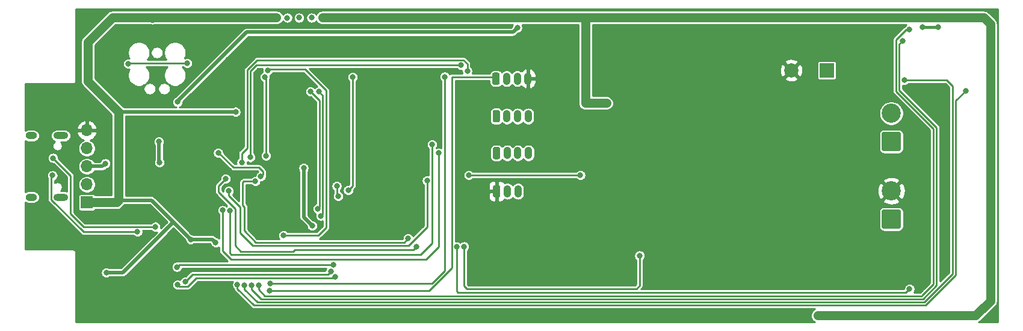
<source format=gbr>
%TF.GenerationSoftware,KiCad,Pcbnew,(5.1.9)-1*%
%TF.CreationDate,2022-06-19T13:41:10+03:00*%
%TF.ProjectId,jantteri-motor-pwr,6a616e74-7465-4726-992d-6d6f746f722d,rev?*%
%TF.SameCoordinates,Original*%
%TF.FileFunction,Copper,L2,Bot*%
%TF.FilePolarity,Positive*%
%FSLAX46Y46*%
G04 Gerber Fmt 4.6, Leading zero omitted, Abs format (unit mm)*
G04 Created by KiCad (PCBNEW (5.1.9)-1) date 2022-06-19 13:41:10*
%MOMM*%
%LPD*%
G01*
G04 APERTURE LIST*
%TA.AperFunction,ComponentPad*%
%ADD10R,1.700000X1.700000*%
%TD*%
%TA.AperFunction,ComponentPad*%
%ADD11O,1.700000X1.700000*%
%TD*%
%TA.AperFunction,ComponentPad*%
%ADD12O,1.030000X1.730000*%
%TD*%
%TA.AperFunction,ComponentPad*%
%ADD13O,2.100000X1.000000*%
%TD*%
%TA.AperFunction,ComponentPad*%
%ADD14O,1.600000X1.000000*%
%TD*%
%TA.AperFunction,ComponentPad*%
%ADD15R,2.000000X2.000000*%
%TD*%
%TA.AperFunction,ComponentPad*%
%ADD16C,2.000000*%
%TD*%
%TA.AperFunction,ComponentPad*%
%ADD17C,2.700000*%
%TD*%
%TA.AperFunction,ViaPad*%
%ADD18C,0.800000*%
%TD*%
%TA.AperFunction,Conductor*%
%ADD19C,1.270000*%
%TD*%
%TA.AperFunction,Conductor*%
%ADD20C,0.500000*%
%TD*%
%TA.AperFunction,Conductor*%
%ADD21C,0.250000*%
%TD*%
%TA.AperFunction,Conductor*%
%ADD22C,0.400000*%
%TD*%
%TA.AperFunction,Conductor*%
%ADD23C,0.254000*%
%TD*%
%TA.AperFunction,Conductor*%
%ADD24C,0.100000*%
%TD*%
G04 APERTURE END LIST*
D10*
%TO.P,J4,1*%
%TO.N,+3V3*%
X72999600Y-129082800D03*
D11*
%TO.P,J4,2*%
%TO.N,Net-(J4-Pad2)*%
X72999600Y-126542800D03*
%TO.P,J4,3*%
%TO.N,Net-(J4-Pad3)*%
X72999600Y-124002800D03*
%TO.P,J4,4*%
%TO.N,Net-(J4-Pad4)*%
X72999600Y-121462800D03*
%TO.P,J4,5*%
%TO.N,GND*%
X72999600Y-118922800D03*
%TD*%
%TO.P,J1,1*%
%TO.N,GND*%
%TA.AperFunction,ComponentPad*%
G36*
G01*
X130139800Y-128123001D02*
X130139800Y-126892999D01*
G75*
G02*
X130389799Y-126643000I249999J0D01*
G01*
X130919801Y-126643000D01*
G75*
G02*
X131169800Y-126892999I0J-249999D01*
G01*
X131169800Y-128123001D01*
G75*
G02*
X130919801Y-128373000I-249999J0D01*
G01*
X130389799Y-128373000D01*
G75*
G02*
X130139800Y-128123001I0J249999D01*
G01*
G37*
%TD.AperFunction*%
D12*
%TO.P,J1,2*%
%TO.N,LED*%
X132154800Y-127508000D03*
%TO.P,J1,3*%
%TO.N,+5V*%
X133654800Y-127508000D03*
%TD*%
%TO.P,J2,1*%
%TO.N,/STM32L151C8T6A/PA2*%
%TA.AperFunction,ComponentPad*%
G36*
G01*
X130091800Y-117556601D02*
X130091800Y-116326599D01*
G75*
G02*
X130341799Y-116076600I249999J0D01*
G01*
X130871801Y-116076600D01*
G75*
G02*
X131121800Y-116326599I0J-249999D01*
G01*
X131121800Y-117556601D01*
G75*
G02*
X130871801Y-117806600I-249999J0D01*
G01*
X130341799Y-117806600D01*
G75*
G02*
X130091800Y-117556601I0J249999D01*
G01*
G37*
%TD.AperFunction*%
%TO.P,J2,2*%
%TO.N,/STM32L151C8T6A/PA3*%
X132106800Y-116941600D03*
%TO.P,J2,3*%
%TO.N,+5V*%
X133606800Y-116941600D03*
%TO.P,J2,4*%
%TO.N,PERIPH_GND*%
X135106800Y-116941600D03*
%TD*%
%TO.P,J3,1*%
%TO.N,/STM32L151C8T6A/PA9*%
%TA.AperFunction,ComponentPad*%
G36*
G01*
X130041000Y-112273401D02*
X130041000Y-111043399D01*
G75*
G02*
X130290999Y-110793400I249999J0D01*
G01*
X130821001Y-110793400D01*
G75*
G02*
X131071000Y-111043399I0J-249999D01*
G01*
X131071000Y-112273401D01*
G75*
G02*
X130821001Y-112523400I-249999J0D01*
G01*
X130290999Y-112523400D01*
G75*
G02*
X130041000Y-112273401I0J249999D01*
G01*
G37*
%TD.AperFunction*%
%TO.P,J3,2*%
%TO.N,/STM32L151C8T6A/PA10*%
X132056000Y-111658400D03*
%TO.P,J3,3*%
%TO.N,+5V*%
X133556000Y-111658400D03*
%TO.P,J3,4*%
%TO.N,GND*%
X135056000Y-111658400D03*
%TD*%
%TO.P,J6,4*%
%TO.N,PERIPH_GND*%
X135130800Y-122123200D03*
%TO.P,J6,3*%
%TO.N,+5V*%
X133630800Y-122123200D03*
%TO.P,J6,2*%
%TO.N,/STM32L151C8T6A/PB11*%
X132130800Y-122123200D03*
%TO.P,J6,1*%
%TO.N,/STM32L151C8T6A/PB10*%
%TA.AperFunction,ComponentPad*%
G36*
G01*
X130115800Y-122738201D02*
X130115800Y-121508199D01*
G75*
G02*
X130365799Y-121258200I249999J0D01*
G01*
X130895801Y-121258200D01*
G75*
G02*
X131145800Y-121508199I0J-249999D01*
G01*
X131145800Y-122738201D01*
G75*
G02*
X130895801Y-122988200I-249999J0D01*
G01*
X130365799Y-122988200D01*
G75*
G02*
X130115800Y-122738201I0J249999D01*
G01*
G37*
%TD.AperFunction*%
%TD*%
D13*
%TO.P,J9,S1*%
%TO.N,Net-(J9-PadS1)*%
X69348200Y-119682800D03*
X69348200Y-128322800D03*
D14*
X65168200Y-119682800D03*
X65168200Y-128322800D03*
%TD*%
D15*
%TO.P,C16,1*%
%TO.N,VIN*%
X177110400Y-110490000D03*
D16*
%TO.P,C16,2*%
%TO.N,GND*%
X172110400Y-110490000D03*
%TD*%
D17*
%TO.P,J5,2*%
%TO.N,GND*%
X186182000Y-127457200D03*
%TO.P,J5,1*%
%TO.N,Net-(J5-Pad1)*%
%TA.AperFunction,ComponentPad*%
G36*
G01*
X187281999Y-132767200D02*
X185082001Y-132767200D01*
G75*
G02*
X184832000Y-132517199I0J250001D01*
G01*
X184832000Y-130317201D01*
G75*
G02*
X185082001Y-130067200I250001J0D01*
G01*
X187281999Y-130067200D01*
G75*
G02*
X187532000Y-130317201I0J-250001D01*
G01*
X187532000Y-132517199D01*
G75*
G02*
X187281999Y-132767200I-250001J0D01*
G01*
G37*
%TD.AperFunction*%
%TD*%
%TO.P,J7,1*%
%TO.N,M+*%
%TA.AperFunction,ComponentPad*%
G36*
G01*
X187281999Y-121847600D02*
X185082001Y-121847600D01*
G75*
G02*
X184832000Y-121597599I0J250001D01*
G01*
X184832000Y-119397601D01*
G75*
G02*
X185082001Y-119147600I250001J0D01*
G01*
X187281999Y-119147600D01*
G75*
G02*
X187532000Y-119397601I0J-250001D01*
G01*
X187532000Y-121597599D01*
G75*
G02*
X187281999Y-121847600I-250001J0D01*
G01*
G37*
%TD.AperFunction*%
%TO.P,J7,2*%
%TO.N,M-*%
X186182000Y-116537600D03*
%TD*%
D18*
%TO.N,+3V3*%
X145007360Y-115098800D03*
X144087880Y-115098800D03*
X143158240Y-115098800D03*
X146102040Y-115098800D03*
X75727560Y-138927840D03*
X87609680Y-134269480D03*
X91125040Y-134716520D03*
X93934280Y-116316760D03*
X99684840Y-103078280D03*
X82244092Y-103078280D03*
X106126280Y-103078280D03*
X104693720Y-132328920D03*
X103499920Y-124241560D03*
X101208840Y-103098600D03*
X102844600Y-103083360D03*
X104607360Y-103083360D03*
X185089800Y-144998440D03*
X175844200Y-144998440D03*
X200111360Y-111831120D03*
%TO.N,GND*%
X190342520Y-113568480D03*
X192948560Y-113502440D03*
X67086480Y-114721640D03*
X70398640Y-115824000D03*
X67396360Y-117332760D03*
X69021960Y-131805680D03*
X80487520Y-141427200D03*
X80487520Y-142890240D03*
X76347320Y-143002000D03*
X86075520Y-129301240D03*
X79354680Y-130835400D03*
X85318600Y-118623080D03*
X76316840Y-108696760D03*
X89225120Y-105156000D03*
X92847160Y-108981240D03*
X91653360Y-114493040D03*
X100015040Y-127492760D03*
X97114360Y-129042160D03*
X99522280Y-129560320D03*
X98145600Y-127584200D03*
X113776760Y-129143760D03*
X112222280Y-131561840D03*
X115407440Y-131236720D03*
X114101880Y-115067080D03*
X114081560Y-119806720D03*
X119263160Y-115183920D03*
X119283480Y-120248680D03*
X84129880Y-138160760D03*
X83896200Y-128483360D03*
%TO.N,+5V*%
X133563360Y-104490520D03*
X85775800Y-114935000D03*
X83144360Y-120512840D03*
X83220560Y-123454160D03*
%TO.N,/usbc/CC1*%
X68254880Y-122829320D03*
X82646520Y-132486400D03*
%TO.N,/usbc/CC2*%
X80126840Y-133211400D03*
X68173600Y-125272800D03*
%TO.N,/DRV8848/VINT*%
X192809040Y-104419400D03*
X190609040Y-104409240D03*
%TO.N,POT*%
X97481902Y-125419441D03*
X91480640Y-122082560D03*
%TO.N,LED*%
X92953840Y-127457200D03*
X120854640Y-125984000D03*
%TO.N,/STM32L151C8T6A/SWDIO*%
X100673601Y-133710680D03*
X98440240Y-110483480D03*
%TO.N,/STM32L151C8T6A/NRST*%
X98049080Y-111414560D03*
X98201480Y-122504200D03*
X87106760Y-109499400D03*
X78831440Y-109555280D03*
%TO.N,/STM32L151C8T6A/SWCLK*%
X105919440Y-130952240D03*
X105661566Y-113503848D03*
%TO.N,/STM32L151C8T6A/SWO*%
X105469430Y-129946400D03*
X104449880Y-113451640D03*
%TO.N,BATMEAS*%
X96715086Y-126061311D03*
X118191280Y-134127240D03*
X126076681Y-135275720D03*
X150754080Y-136545320D03*
%TO.N,PERIPH_EN*%
X126740920Y-125227080D03*
X142438120Y-125227080D03*
%TO.N,DRV_FAULT*%
X94176920Y-140671751D03*
X196641720Y-113380520D03*
%TO.N,/STM32L151C8T6A/BOOT0*%
X109773720Y-127355600D03*
X110403640Y-111424720D03*
%TO.N,USB_SDA*%
X107665520Y-137825480D03*
X85664040Y-138145520D03*
%TO.N,USB_SCL*%
X107309281Y-138759877D03*
X86857840Y-140197840D03*
%TO.N,USB_INT*%
X108158280Y-126732401D03*
X108362572Y-128182401D03*
X107964627Y-139515208D03*
X85755480Y-140639800D03*
%TO.N,CURMEAS*%
X92516960Y-125755400D03*
X119359680Y-135295640D03*
X125076877Y-135295640D03*
X188747400Y-141218920D03*
%TO.N,DRV_SLEEP*%
X95175678Y-140721604D03*
X188026040Y-111836200D03*
%TO.N,MOTOR_A*%
X96175678Y-140719644D03*
X187787280Y-106309160D03*
%TO.N,MOTOR_B*%
X97175320Y-140746480D03*
X188696600Y-104744520D03*
%TO.N,/STM32L151C8T6A/PA2*%
X96001840Y-122716120D03*
X125613160Y-109758480D03*
%TO.N,/STM32L151C8T6A/PA3*%
X94787720Y-123444000D03*
X126527560Y-110576360D03*
%TO.N,/STM32L151C8T6A/PA9*%
X98709480Y-141483080D03*
%TO.N,/STM32L151C8T6A/PA10*%
X98823601Y-140462000D03*
X123352560Y-111394240D03*
%TO.N,Net-(J4-Pad3)*%
X75620880Y-123591320D03*
%TO.N,/STM32L151C8T6A/PB11*%
X93085920Y-130232401D03*
X121579640Y-120904000D03*
%TO.N,/STM32L151C8T6A/PB10*%
X92087399Y-130177988D03*
X122473720Y-122123200D03*
%TD*%
D19*
%TO.N,+3V3*%
X143158240Y-115098800D02*
X144087880Y-115098800D01*
X144087880Y-115098800D02*
X145007360Y-115098800D01*
X145007360Y-115098800D02*
X146102040Y-115098800D01*
X143158240Y-115098800D02*
X143158240Y-103473280D01*
X143158240Y-103473280D02*
X142763240Y-103078280D01*
X82244092Y-103078280D02*
X82223772Y-103098600D01*
X82244092Y-103078280D02*
X76616560Y-103078280D01*
X76616560Y-103078280D02*
X73162160Y-106532680D01*
X73162160Y-106532680D02*
X73162160Y-111998760D01*
X73162160Y-111998760D02*
X77480160Y-116316760D01*
X77480160Y-116316760D02*
X77480160Y-128772920D01*
X77170280Y-129082800D02*
X72999600Y-129082800D01*
X77480160Y-128772920D02*
X77170280Y-129082800D01*
D20*
X77480160Y-116316760D02*
X93934280Y-116316760D01*
X77480160Y-128772920D02*
X82118200Y-128772920D01*
X82118200Y-128772920D02*
X85171280Y-131826000D01*
X78069440Y-138927840D02*
X75727560Y-138927840D01*
X85171280Y-131826000D02*
X78069440Y-138927840D01*
X85171280Y-131826000D02*
X85171280Y-131831080D01*
X85171280Y-131831080D02*
X87609680Y-134269480D01*
X90678000Y-134269480D02*
X91125040Y-134716520D01*
X87609680Y-134269480D02*
X90678000Y-134269480D01*
D19*
X99684840Y-103078280D02*
X82244092Y-103078280D01*
X142763240Y-103078280D02*
X106126280Y-103078280D01*
D20*
X103499920Y-131135120D02*
X103499920Y-124241560D01*
X104693720Y-132328920D02*
X103499920Y-131135120D01*
D19*
X142763240Y-103078280D02*
X199186800Y-103078280D01*
X199186800Y-103078280D02*
X200111360Y-104002840D01*
X198064120Y-144998440D02*
X187035440Y-144998440D01*
X200111360Y-142951200D02*
X198064120Y-144998440D01*
X186034680Y-144998440D02*
X185089800Y-144998440D01*
X187035440Y-144998440D02*
X186034680Y-144998440D01*
X185089800Y-144998440D02*
X175844200Y-144998440D01*
X200111360Y-111831120D02*
X200111360Y-142951200D01*
X200111360Y-104002840D02*
X200111360Y-111831120D01*
D20*
%TO.N,+5V*%
X133563360Y-104490520D02*
X132969000Y-105084880D01*
X132969000Y-105084880D02*
X95620840Y-105084880D01*
X85775800Y-114794598D02*
X85775800Y-114935000D01*
X95485518Y-105084880D02*
X85775800Y-114794598D01*
X95620840Y-105084880D02*
X95485518Y-105084880D01*
X83144360Y-123377960D02*
X83220560Y-123454160D01*
X83144360Y-120512840D02*
X83144360Y-123377960D01*
D21*
%TO.N,/usbc/CC1*%
X70723210Y-125297650D02*
X70723210Y-130667210D01*
X68254880Y-122829320D02*
X70723210Y-125297650D01*
X70723210Y-130667210D02*
X72542400Y-132486400D01*
X72542400Y-132486400D02*
X82646520Y-132486400D01*
%TO.N,/usbc/CC2*%
X67973190Y-125473210D02*
X68173600Y-125272800D01*
X67973190Y-128664530D02*
X67973190Y-125473210D01*
X72520060Y-133211400D02*
X67973190Y-128664530D01*
X80126840Y-133211400D02*
X72520060Y-133211400D01*
D22*
%TO.N,/DRV8848/VINT*%
X192798880Y-104409240D02*
X192809040Y-104419400D01*
X190609040Y-104409240D02*
X192798880Y-104409240D01*
D21*
%TO.N,POT*%
X97481902Y-125419441D02*
X97784920Y-125116423D01*
X97784920Y-125116423D02*
X97784920Y-124739400D01*
X97214521Y-124169001D02*
X93628041Y-124169001D01*
X97784920Y-124739400D02*
X97214521Y-124169001D01*
X91541600Y-122082560D02*
X91480640Y-122082560D01*
X93628041Y-124169001D02*
X91541600Y-122082560D01*
%TO.N,LED*%
X92953840Y-127457200D02*
X92953840Y-128137920D01*
X92953840Y-128137920D02*
X94548960Y-129733040D01*
X94548960Y-129733040D02*
X94548960Y-133375400D01*
X94548960Y-133375400D02*
X96245680Y-135072120D01*
X96245680Y-135072120D02*
X96306640Y-135133080D01*
X96306640Y-135133080D02*
X118267480Y-135133080D01*
X120854640Y-132545920D02*
X120854640Y-125984000D01*
X118267480Y-135133080D02*
X120854640Y-132545920D01*
%TO.N,/STM32L151C8T6A/SWDIO*%
X100673601Y-133710680D02*
X105552240Y-133710680D01*
X106644440Y-132618480D02*
X106644440Y-131475480D01*
X105552240Y-133710680D02*
X106644440Y-132618480D01*
X106644440Y-131475480D02*
X106644440Y-113319560D01*
X106644440Y-113319560D02*
X103687880Y-110363000D01*
X98560720Y-110363000D02*
X98440240Y-110483480D01*
X103687880Y-110363000D02*
X98560720Y-110363000D01*
%TO.N,/STM32L151C8T6A/NRST*%
X98201480Y-111566960D02*
X98049080Y-111414560D01*
X98201480Y-122504200D02*
X98201480Y-111566960D01*
X78873469Y-109513251D02*
X78831440Y-109555280D01*
X87092909Y-109513251D02*
X78873469Y-109513251D01*
X87106760Y-109499400D02*
X87092909Y-109513251D01*
%TO.N,/STM32L151C8T6A/SWCLK*%
X105919440Y-130952240D02*
X106194430Y-130677250D01*
X106194430Y-114036712D02*
X105661566Y-113503848D01*
X106194430Y-130677250D02*
X106194430Y-114036712D01*
%TO.N,/STM32L151C8T6A/SWO*%
X105469430Y-129946400D02*
X105744420Y-129671410D01*
X105744420Y-114746180D02*
X104449880Y-113451640D01*
X105744420Y-129671410D02*
X105744420Y-114746180D01*
%TO.N,BATMEAS*%
X96715086Y-126061311D02*
X95086329Y-126061311D01*
X94909640Y-129457310D02*
X95133160Y-129680830D01*
X94909640Y-126238000D02*
X94909640Y-129457310D01*
X95086329Y-126061311D02*
X94909640Y-126238000D01*
X95133160Y-133055360D02*
X96753680Y-134675880D01*
X95133160Y-129680830D02*
X95133160Y-133055360D01*
X96753680Y-134675880D02*
X117373400Y-134675880D01*
X117642640Y-134675880D02*
X118191280Y-134127240D01*
X117373400Y-134675880D02*
X117642640Y-134675880D01*
X126076681Y-135275720D02*
X126076681Y-140818841D01*
X126076681Y-140818841D02*
X126451360Y-141193520D01*
X126451360Y-141193520D02*
X150322280Y-141193520D01*
X150754080Y-140761720D02*
X150754080Y-136545320D01*
X150322280Y-141193520D02*
X150754080Y-140761720D01*
%TO.N,PERIPH_EN*%
X126740920Y-125227080D02*
X142438120Y-125227080D01*
%TO.N,DRV_FAULT*%
X195265040Y-139302910D02*
X195265040Y-117581680D01*
X191009842Y-143558108D02*
X195265040Y-139302910D01*
X94176920Y-141237436D02*
X96497593Y-143558109D01*
X96497593Y-143558109D02*
X191009842Y-143558108D01*
X94176920Y-140671751D02*
X94176920Y-141237436D01*
X195265040Y-114757200D02*
X196641720Y-113380520D01*
X195265040Y-117581680D02*
X195265040Y-114757200D01*
%TO.N,/STM32L151C8T6A/BOOT0*%
X110403640Y-126725680D02*
X110403640Y-111424720D01*
X109773720Y-127355600D02*
X110403640Y-126725680D01*
%TO.N,USB_SDA*%
X85984080Y-137825480D02*
X85664040Y-138145520D01*
X107665520Y-137825480D02*
X85984080Y-137825480D01*
%TO.N,USB_SCL*%
X87895804Y-139159876D02*
X86857840Y-140197840D01*
X106909282Y-139159876D02*
X87895804Y-139159876D01*
X107309281Y-138759877D02*
X106909282Y-139159876D01*
%TO.N,USB_INT*%
X108158280Y-127978109D02*
X108362572Y-128182401D01*
X108158280Y-126732401D02*
X108158280Y-127978109D01*
X86038521Y-140922841D02*
X85755480Y-140639800D01*
X87205841Y-140922841D02*
X86038521Y-140922841D01*
X88391683Y-139736999D02*
X87205841Y-140922841D01*
X107742836Y-139736999D02*
X88391683Y-139736999D01*
X107964627Y-139515208D02*
X107742836Y-139736999D01*
%TO.N,CURMEAS*%
X92516960Y-125755400D02*
X91526360Y-126746000D01*
X91526360Y-127599839D02*
X93868240Y-129941719D01*
X91526360Y-126746000D02*
X91526360Y-127599839D01*
X93868240Y-130749040D02*
X93888560Y-130769360D01*
X93868240Y-129941719D02*
X93868240Y-130749040D01*
X93888560Y-130769360D02*
X93888560Y-135178800D01*
X93888560Y-135178800D02*
X94672990Y-135963230D01*
X102008510Y-135963230D02*
X102229060Y-135742680D01*
X94672990Y-135963230D02*
X102008510Y-135963230D01*
X118912640Y-135742680D02*
X119359680Y-135295640D01*
X102229060Y-135742680D02*
X118912640Y-135742680D01*
X125076877Y-135295640D02*
X125076877Y-141582468D01*
X125076877Y-141582468D02*
X125252480Y-141758071D01*
X188208249Y-141758071D02*
X188747400Y-141218920D01*
X125252480Y-141758071D02*
X188208249Y-141758071D01*
%TO.N,DRV_SLEEP*%
X95175678Y-141287289D02*
X96996489Y-143108100D01*
X95175678Y-140721604D02*
X95175678Y-141287289D01*
X96996489Y-143108100D02*
X190823441Y-143108099D01*
X190823441Y-143108099D02*
X191087049Y-142844489D01*
X191087049Y-142844489D02*
X194815030Y-139116508D01*
X194815030Y-139116508D02*
X194815030Y-112661270D01*
X193989960Y-111836200D02*
X188026040Y-111836200D01*
X194815030Y-112661270D02*
X193989960Y-111836200D01*
%TO.N,MOTOR_A*%
X96175678Y-140719644D02*
X96175678Y-141285329D01*
X96175678Y-141285329D02*
X97548440Y-142658091D01*
X97548440Y-142658091D02*
X190637040Y-142658090D01*
X190637040Y-142658090D02*
X190637040Y-142658088D01*
X190637040Y-142658088D02*
X192542160Y-140752968D01*
X192542160Y-140752968D02*
X192542160Y-118506240D01*
X187301039Y-106795401D02*
X187787280Y-106309160D01*
X187301039Y-113265119D02*
X187301039Y-106795401D01*
X192542160Y-118506240D02*
X187301039Y-113265119D01*
%TO.N,MOTOR_B*%
X97175320Y-140746480D02*
X97175320Y-141312165D01*
X98071236Y-142208081D02*
X190450639Y-142208081D01*
X97175320Y-141312165D02*
X98071236Y-142208081D01*
X190450639Y-142208081D02*
X190450639Y-142203001D01*
X191028320Y-141625320D02*
X191033398Y-141625320D01*
X190450639Y-142203001D02*
X191028320Y-141625320D01*
X191033398Y-141625320D02*
X192092150Y-140566568D01*
X188278918Y-104744520D02*
X188696600Y-104744520D01*
X186851029Y-106172409D02*
X188278918Y-104744520D01*
X186851029Y-113451519D02*
X186851029Y-106172409D01*
X192092150Y-118692640D02*
X186851029Y-113451519D01*
X192092150Y-140566568D02*
X192092150Y-118692640D01*
%TO.N,/STM32L151C8T6A/PA2*%
X96001840Y-122716120D02*
X96001840Y-110601760D01*
X96001840Y-110601760D02*
X96845120Y-109758480D01*
X96845120Y-109758480D02*
X125613160Y-109758480D01*
%TO.N,/STM32L151C8T6A/PA3*%
X94787720Y-123444000D02*
X94787720Y-122150710D01*
X94787720Y-122150710D02*
X95551830Y-121386600D01*
X95551830Y-121386600D02*
X95551831Y-110415359D01*
X125961161Y-109033479D02*
X126527560Y-109599878D01*
X96933711Y-109033479D02*
X125961161Y-109033479D01*
X95551831Y-110415359D02*
X96933711Y-109033479D01*
X126527560Y-109599878D02*
X126527560Y-110576360D01*
%TO.N,/STM32L151C8T6A/PA9*%
X121159410Y-141483080D02*
X124351877Y-138290613D01*
X124351877Y-138290613D02*
X124351877Y-111431251D01*
X98709480Y-141483080D02*
X121159410Y-141483080D01*
X130328851Y-111431251D02*
X130556000Y-111658400D01*
X124351877Y-111431251D02*
X130328851Y-111431251D01*
%TO.N,/STM32L151C8T6A/PA10*%
X98823601Y-140462000D02*
X121544080Y-140462000D01*
X121544080Y-140462000D02*
X123352560Y-138653520D01*
X123352560Y-138653520D02*
X123352560Y-111394240D01*
D20*
%TO.N,Net-(J4-Pad3)*%
X75209400Y-124002800D02*
X75620880Y-123591320D01*
X72999600Y-124002800D02*
X75209400Y-124002800D01*
D21*
%TO.N,/STM32L151C8T6A/PB11*%
X93085920Y-130232401D02*
X93085920Y-136184640D01*
X93085920Y-136184640D02*
X93314520Y-136413240D01*
X101789082Y-136413240D02*
X101814482Y-136438640D01*
X93314520Y-136413240D02*
X101789082Y-136413240D01*
X101814482Y-136438640D02*
X119969280Y-136438640D01*
X121579640Y-134828280D02*
X121579640Y-120904000D01*
X119969280Y-136438640D02*
X121579640Y-134828280D01*
%TO.N,/STM32L151C8T6A/PB10*%
X92087399Y-130177988D02*
X92087399Y-135927799D01*
X93260079Y-137100479D02*
X120686999Y-137100479D01*
X92087399Y-135927799D02*
X93260079Y-137100479D01*
X122473720Y-135313758D02*
X122473720Y-122123200D01*
X120686999Y-137100479D02*
X122473720Y-135313758D01*
%TD*%
D23*
%TO.N,GND*%
X201194200Y-145923800D02*
X198488187Y-145923800D01*
X198631310Y-145847300D01*
X198786016Y-145720336D01*
X198817832Y-145681568D01*
X200794493Y-143704908D01*
X200833256Y-143673096D01*
X200960220Y-143518390D01*
X201054562Y-143341887D01*
X201112658Y-143150371D01*
X201127360Y-143001102D01*
X201132275Y-142951200D01*
X201127360Y-142901298D01*
X201127360Y-104052733D01*
X201132274Y-104002839D01*
X201127360Y-103952945D01*
X201127360Y-103952938D01*
X201112658Y-103803669D01*
X201054562Y-103612153D01*
X200960220Y-103435650D01*
X200833256Y-103280944D01*
X200794493Y-103249132D01*
X199940512Y-102395152D01*
X199908696Y-102356384D01*
X199753990Y-102229420D01*
X199577487Y-102135078D01*
X199385971Y-102076982D01*
X199236702Y-102062280D01*
X199186800Y-102057365D01*
X199136898Y-102062280D01*
X142813142Y-102062280D01*
X142763240Y-102057365D01*
X142713338Y-102062280D01*
X106076378Y-102062280D01*
X105927109Y-102076982D01*
X105735593Y-102135078D01*
X105559090Y-102229420D01*
X105404384Y-102356384D01*
X105277420Y-102511090D01*
X105227138Y-102605161D01*
X105214002Y-102585501D01*
X105105219Y-102476718D01*
X104977302Y-102391247D01*
X104835169Y-102332373D01*
X104684282Y-102302360D01*
X104530438Y-102302360D01*
X104379551Y-102332373D01*
X104237418Y-102391247D01*
X104109501Y-102476718D01*
X104000718Y-102585501D01*
X103915247Y-102713418D01*
X103856373Y-102855551D01*
X103826360Y-103006438D01*
X103826360Y-103160282D01*
X103856373Y-103311169D01*
X103915247Y-103453302D01*
X104000718Y-103581219D01*
X104109501Y-103690002D01*
X104237418Y-103775473D01*
X104379551Y-103834347D01*
X104530438Y-103864360D01*
X104684282Y-103864360D01*
X104835169Y-103834347D01*
X104977302Y-103775473D01*
X105105219Y-103690002D01*
X105214002Y-103581219D01*
X105230155Y-103557044D01*
X105277420Y-103645470D01*
X105404384Y-103800176D01*
X105559090Y-103927140D01*
X105735593Y-104021482D01*
X105927109Y-104079578D01*
X106076378Y-104094280D01*
X132888819Y-104094280D01*
X132871247Y-104120578D01*
X132812373Y-104262711D01*
X132790913Y-104370598D01*
X132707632Y-104453880D01*
X95516508Y-104453880D01*
X95485518Y-104450828D01*
X95454527Y-104453880D01*
X95454520Y-104453880D01*
X95361820Y-104463010D01*
X95242876Y-104499091D01*
X95133257Y-104557684D01*
X95064371Y-104614218D01*
X95037175Y-104636537D01*
X95017417Y-104660612D01*
X85455851Y-114222179D01*
X85405858Y-114242887D01*
X85277941Y-114328358D01*
X85169158Y-114437141D01*
X85083687Y-114565058D01*
X85024813Y-114707191D01*
X84994800Y-114858078D01*
X84994800Y-115011922D01*
X85024813Y-115162809D01*
X85083687Y-115304942D01*
X85169158Y-115432859D01*
X85277941Y-115541642D01*
X85405858Y-115627113D01*
X85547443Y-115685760D01*
X78276652Y-115685760D01*
X78202056Y-115594864D01*
X78163293Y-115563052D01*
X74178160Y-111577920D01*
X74178160Y-109478358D01*
X78050440Y-109478358D01*
X78050440Y-109632202D01*
X78080453Y-109783089D01*
X78139327Y-109925222D01*
X78224798Y-110053139D01*
X78333581Y-110161922D01*
X78461498Y-110247393D01*
X78603631Y-110306267D01*
X78754518Y-110336280D01*
X78908362Y-110336280D01*
X79001810Y-110317692D01*
X78924858Y-110432860D01*
X78806625Y-110718300D01*
X78746350Y-111021321D01*
X78746350Y-111330279D01*
X78806625Y-111633300D01*
X78924858Y-111918740D01*
X79096505Y-112175629D01*
X79314971Y-112394095D01*
X79571860Y-112565742D01*
X79857300Y-112683975D01*
X80160321Y-112744250D01*
X80469279Y-112744250D01*
X80772300Y-112683975D01*
X81057740Y-112565742D01*
X81229042Y-112451282D01*
X81158133Y-112522191D01*
X81062233Y-112665716D01*
X80996176Y-112825193D01*
X80962500Y-112994492D01*
X80962500Y-113167108D01*
X80996176Y-113336407D01*
X81062233Y-113495884D01*
X81158133Y-113639409D01*
X81280191Y-113761467D01*
X81423716Y-113857367D01*
X81583193Y-113923424D01*
X81752492Y-113957100D01*
X81925108Y-113957100D01*
X82094407Y-113923424D01*
X82253884Y-113857367D01*
X82397409Y-113761467D01*
X82519467Y-113639409D01*
X82615367Y-113495884D01*
X82681424Y-113336407D01*
X82715100Y-113167108D01*
X82715100Y-112994492D01*
X82681424Y-112825193D01*
X82615367Y-112665716D01*
X82519467Y-112522191D01*
X82397409Y-112400133D01*
X82253884Y-112304233D01*
X82094407Y-112238176D01*
X81925108Y-112204500D01*
X81752492Y-112204500D01*
X81583193Y-112238176D01*
X81423716Y-112304233D01*
X81365779Y-112342945D01*
X81533095Y-112175629D01*
X81704742Y-111918740D01*
X81822975Y-111633300D01*
X81883250Y-111330279D01*
X81883250Y-111021321D01*
X81822975Y-110718300D01*
X81704742Y-110432860D01*
X81533095Y-110175971D01*
X81376375Y-110019251D01*
X84333225Y-110019251D01*
X84176505Y-110175971D01*
X84004858Y-110432860D01*
X83886625Y-110718300D01*
X83826350Y-111021321D01*
X83826350Y-111330279D01*
X83886625Y-111633300D01*
X84004858Y-111918740D01*
X84176505Y-112175629D01*
X84343821Y-112342945D01*
X84285884Y-112304233D01*
X84126407Y-112238176D01*
X83957108Y-112204500D01*
X83784492Y-112204500D01*
X83615193Y-112238176D01*
X83455716Y-112304233D01*
X83312191Y-112400133D01*
X83190133Y-112522191D01*
X83094233Y-112665716D01*
X83028176Y-112825193D01*
X82994500Y-112994492D01*
X82994500Y-113167108D01*
X83028176Y-113336407D01*
X83094233Y-113495884D01*
X83190133Y-113639409D01*
X83312191Y-113761467D01*
X83455716Y-113857367D01*
X83615193Y-113923424D01*
X83784492Y-113957100D01*
X83957108Y-113957100D01*
X84126407Y-113923424D01*
X84285884Y-113857367D01*
X84429409Y-113761467D01*
X84551467Y-113639409D01*
X84647367Y-113495884D01*
X84713424Y-113336407D01*
X84747100Y-113167108D01*
X84747100Y-112994492D01*
X84713424Y-112825193D01*
X84647367Y-112665716D01*
X84551467Y-112522191D01*
X84480558Y-112451282D01*
X84651860Y-112565742D01*
X84937300Y-112683975D01*
X85240321Y-112744250D01*
X85549279Y-112744250D01*
X85852300Y-112683975D01*
X86137740Y-112565742D01*
X86394629Y-112394095D01*
X86613095Y-112175629D01*
X86784742Y-111918740D01*
X86902975Y-111633300D01*
X86963250Y-111330279D01*
X86963250Y-111021321D01*
X86902975Y-110718300D01*
X86784742Y-110432860D01*
X86613095Y-110175971D01*
X86456375Y-110019251D01*
X86522110Y-110019251D01*
X86608901Y-110106042D01*
X86736818Y-110191513D01*
X86878951Y-110250387D01*
X87029838Y-110280400D01*
X87183682Y-110280400D01*
X87334569Y-110250387D01*
X87476702Y-110191513D01*
X87604619Y-110106042D01*
X87713402Y-109997259D01*
X87798873Y-109869342D01*
X87857747Y-109727209D01*
X87887760Y-109576322D01*
X87887760Y-109422478D01*
X87857747Y-109271591D01*
X87798873Y-109129458D01*
X87713402Y-109001541D01*
X87604619Y-108892758D01*
X87476702Y-108807287D01*
X87334569Y-108748413D01*
X87183682Y-108718400D01*
X87029838Y-108718400D01*
X86878951Y-108748413D01*
X86744372Y-108804158D01*
X86784742Y-108743740D01*
X86902975Y-108458300D01*
X86963250Y-108155279D01*
X86963250Y-107846321D01*
X86902975Y-107543300D01*
X86784742Y-107257860D01*
X86613095Y-107000971D01*
X86394629Y-106782505D01*
X86137740Y-106610858D01*
X85852300Y-106492625D01*
X85549279Y-106432350D01*
X85240321Y-106432350D01*
X84937300Y-106492625D01*
X84651860Y-106610858D01*
X84394971Y-106782505D01*
X84176505Y-107000971D01*
X84004858Y-107257860D01*
X83886625Y-107543300D01*
X83826350Y-107846321D01*
X83826350Y-108155279D01*
X83886625Y-108458300D01*
X84004858Y-108743740D01*
X84176505Y-109000629D01*
X84183127Y-109007251D01*
X81526473Y-109007251D01*
X81533095Y-109000629D01*
X81704742Y-108743740D01*
X81822975Y-108458300D01*
X81883250Y-108155279D01*
X81883250Y-107914492D01*
X81978500Y-107914492D01*
X81978500Y-108087108D01*
X82012176Y-108256407D01*
X82078233Y-108415884D01*
X82174133Y-108559409D01*
X82296191Y-108681467D01*
X82439716Y-108777367D01*
X82599193Y-108843424D01*
X82768492Y-108877100D01*
X82941108Y-108877100D01*
X83110407Y-108843424D01*
X83269884Y-108777367D01*
X83413409Y-108681467D01*
X83535467Y-108559409D01*
X83631367Y-108415884D01*
X83697424Y-108256407D01*
X83731100Y-108087108D01*
X83731100Y-107914492D01*
X83697424Y-107745193D01*
X83631367Y-107585716D01*
X83535467Y-107442191D01*
X83413409Y-107320133D01*
X83269884Y-107224233D01*
X83110407Y-107158176D01*
X82941108Y-107124500D01*
X82768492Y-107124500D01*
X82599193Y-107158176D01*
X82439716Y-107224233D01*
X82296191Y-107320133D01*
X82174133Y-107442191D01*
X82078233Y-107585716D01*
X82012176Y-107745193D01*
X81978500Y-107914492D01*
X81883250Y-107914492D01*
X81883250Y-107846321D01*
X81822975Y-107543300D01*
X81704742Y-107257860D01*
X81533095Y-107000971D01*
X81314629Y-106782505D01*
X81057740Y-106610858D01*
X80772300Y-106492625D01*
X80469279Y-106432350D01*
X80160321Y-106432350D01*
X79857300Y-106492625D01*
X79571860Y-106610858D01*
X79314971Y-106782505D01*
X79096505Y-107000971D01*
X78924858Y-107257860D01*
X78806625Y-107543300D01*
X78746350Y-107846321D01*
X78746350Y-108155279D01*
X78806625Y-108458300D01*
X78924858Y-108743740D01*
X78950920Y-108782745D01*
X78908362Y-108774280D01*
X78754518Y-108774280D01*
X78603631Y-108804293D01*
X78461498Y-108863167D01*
X78333581Y-108948638D01*
X78224798Y-109057421D01*
X78139327Y-109185338D01*
X78080453Y-109327471D01*
X78050440Y-109478358D01*
X74178160Y-109478358D01*
X74178160Y-106953520D01*
X77037401Y-104094280D01*
X82006082Y-104094280D01*
X82024602Y-104099898D01*
X82223772Y-104119515D01*
X82422942Y-104099898D01*
X82441462Y-104094280D01*
X99734742Y-104094280D01*
X99884011Y-104079578D01*
X100075527Y-104021482D01*
X100252030Y-103927140D01*
X100406736Y-103800176D01*
X100533700Y-103645470D01*
X100578697Y-103561287D01*
X100602198Y-103596459D01*
X100710981Y-103705242D01*
X100838898Y-103790713D01*
X100981031Y-103849587D01*
X101131918Y-103879600D01*
X101285762Y-103879600D01*
X101436649Y-103849587D01*
X101578782Y-103790713D01*
X101706699Y-103705242D01*
X101815482Y-103596459D01*
X101900953Y-103468542D01*
X101959827Y-103326409D01*
X101989840Y-103175522D01*
X101989840Y-103021678D01*
X101986809Y-103006438D01*
X102063600Y-103006438D01*
X102063600Y-103160282D01*
X102093613Y-103311169D01*
X102152487Y-103453302D01*
X102237958Y-103581219D01*
X102346741Y-103690002D01*
X102474658Y-103775473D01*
X102616791Y-103834347D01*
X102767678Y-103864360D01*
X102921522Y-103864360D01*
X103072409Y-103834347D01*
X103214542Y-103775473D01*
X103342459Y-103690002D01*
X103451242Y-103581219D01*
X103536713Y-103453302D01*
X103595587Y-103311169D01*
X103625600Y-103160282D01*
X103625600Y-103006438D01*
X103595587Y-102855551D01*
X103536713Y-102713418D01*
X103451242Y-102585501D01*
X103342459Y-102476718D01*
X103214542Y-102391247D01*
X103072409Y-102332373D01*
X102921522Y-102302360D01*
X102767678Y-102302360D01*
X102616791Y-102332373D01*
X102474658Y-102391247D01*
X102346741Y-102476718D01*
X102237958Y-102585501D01*
X102152487Y-102713418D01*
X102093613Y-102855551D01*
X102063600Y-103006438D01*
X101986809Y-103006438D01*
X101959827Y-102870791D01*
X101900953Y-102728658D01*
X101815482Y-102600741D01*
X101706699Y-102491958D01*
X101578782Y-102406487D01*
X101436649Y-102347613D01*
X101285762Y-102317600D01*
X101131918Y-102317600D01*
X100981031Y-102347613D01*
X100838898Y-102406487D01*
X100710981Y-102491958D01*
X100602198Y-102600741D01*
X100590765Y-102617852D01*
X100533700Y-102511090D01*
X100406736Y-102356384D01*
X100252030Y-102229420D01*
X100075527Y-102135078D01*
X99884011Y-102076982D01*
X99734742Y-102062280D01*
X82293994Y-102062280D01*
X82244092Y-102057365D01*
X82194190Y-102062280D01*
X76666453Y-102062280D01*
X76616559Y-102057366D01*
X76566665Y-102062280D01*
X76566658Y-102062280D01*
X76436737Y-102075076D01*
X76417388Y-102076982D01*
X76359292Y-102094606D01*
X76225873Y-102135078D01*
X76049370Y-102229420D01*
X75894664Y-102356384D01*
X75862852Y-102395147D01*
X72479032Y-105778968D01*
X72440264Y-105810784D01*
X72313300Y-105965490D01*
X72218958Y-106141994D01*
X72160862Y-106333509D01*
X72160862Y-106333510D01*
X72141245Y-106532680D01*
X72146160Y-106582582D01*
X72146161Y-111948848D01*
X72141245Y-111998760D01*
X72160862Y-112197930D01*
X72218509Y-112387963D01*
X72218959Y-112389447D01*
X72313301Y-112565950D01*
X72440265Y-112720656D01*
X72479028Y-112752468D01*
X76464160Y-116737601D01*
X76464161Y-128066800D01*
X74192882Y-128066800D01*
X74167922Y-128020104D01*
X74120311Y-127962089D01*
X74062296Y-127914478D01*
X73996108Y-127879099D01*
X73924289Y-127857313D01*
X73849600Y-127849957D01*
X72149600Y-127849957D01*
X72074911Y-127857313D01*
X72003092Y-127879099D01*
X71936904Y-127914478D01*
X71878889Y-127962089D01*
X71831278Y-128020104D01*
X71795899Y-128086292D01*
X71774113Y-128158111D01*
X71766757Y-128232800D01*
X71766757Y-129932800D01*
X71774113Y-130007489D01*
X71795899Y-130079308D01*
X71831278Y-130145496D01*
X71878889Y-130203511D01*
X71936904Y-130251122D01*
X72003092Y-130286501D01*
X72074911Y-130308287D01*
X72149600Y-130315643D01*
X73849600Y-130315643D01*
X73924289Y-130308287D01*
X73996108Y-130286501D01*
X74062296Y-130251122D01*
X74120311Y-130203511D01*
X74167922Y-130145496D01*
X74192882Y-130098800D01*
X77120378Y-130098800D01*
X77170280Y-130103715D01*
X77220182Y-130098800D01*
X77369451Y-130084098D01*
X77560967Y-130026002D01*
X77737470Y-129931660D01*
X77892176Y-129804696D01*
X77923993Y-129765927D01*
X78163287Y-129526633D01*
X78202056Y-129494816D01*
X78276652Y-129403920D01*
X81856832Y-129403920D01*
X84278912Y-131826000D01*
X83399196Y-132705716D01*
X83427520Y-132563322D01*
X83427520Y-132409478D01*
X83397507Y-132258591D01*
X83338633Y-132116458D01*
X83253162Y-131988541D01*
X83144379Y-131879758D01*
X83016462Y-131794287D01*
X82874329Y-131735413D01*
X82723442Y-131705400D01*
X82569598Y-131705400D01*
X82418711Y-131735413D01*
X82276578Y-131794287D01*
X82148661Y-131879758D01*
X82048019Y-131980400D01*
X72751992Y-131980400D01*
X71229210Y-130457619D01*
X71229210Y-126421557D01*
X71768600Y-126421557D01*
X71768600Y-126664043D01*
X71815907Y-126901869D01*
X71908702Y-127125897D01*
X72043420Y-127327517D01*
X72214883Y-127498980D01*
X72416503Y-127633698D01*
X72640531Y-127726493D01*
X72878357Y-127773800D01*
X73120843Y-127773800D01*
X73358669Y-127726493D01*
X73582697Y-127633698D01*
X73784317Y-127498980D01*
X73955780Y-127327517D01*
X74090498Y-127125897D01*
X74183293Y-126901869D01*
X74230600Y-126664043D01*
X74230600Y-126421557D01*
X74183293Y-126183731D01*
X74090498Y-125959703D01*
X73955780Y-125758083D01*
X73784317Y-125586620D01*
X73582697Y-125451902D01*
X73358669Y-125359107D01*
X73120843Y-125311800D01*
X72878357Y-125311800D01*
X72640531Y-125359107D01*
X72416503Y-125451902D01*
X72214883Y-125586620D01*
X72043420Y-125758083D01*
X71908702Y-125959703D01*
X71815907Y-126183731D01*
X71768600Y-126421557D01*
X71229210Y-126421557D01*
X71229210Y-125322504D01*
X71231658Y-125297650D01*
X71221888Y-125198457D01*
X71192955Y-125103075D01*
X71179673Y-125078226D01*
X71145969Y-125015171D01*
X71082737Y-124938123D01*
X71063430Y-124922278D01*
X70022709Y-123881557D01*
X71768600Y-123881557D01*
X71768600Y-124124043D01*
X71815907Y-124361869D01*
X71908702Y-124585897D01*
X72043420Y-124787517D01*
X72214883Y-124958980D01*
X72416503Y-125093698D01*
X72640531Y-125186493D01*
X72878357Y-125233800D01*
X73120843Y-125233800D01*
X73358669Y-125186493D01*
X73582697Y-125093698D01*
X73784317Y-124958980D01*
X73955780Y-124787517D01*
X74058490Y-124633800D01*
X75178410Y-124633800D01*
X75209400Y-124636852D01*
X75240390Y-124633800D01*
X75240398Y-124633800D01*
X75333098Y-124624670D01*
X75452042Y-124588589D01*
X75561661Y-124529996D01*
X75657743Y-124451143D01*
X75677505Y-124427063D01*
X75740801Y-124363767D01*
X75848689Y-124342307D01*
X75990822Y-124283433D01*
X76118739Y-124197962D01*
X76227522Y-124089179D01*
X76312993Y-123961262D01*
X76371867Y-123819129D01*
X76401880Y-123668242D01*
X76401880Y-123514398D01*
X76371867Y-123363511D01*
X76312993Y-123221378D01*
X76227522Y-123093461D01*
X76118739Y-122984678D01*
X75990822Y-122899207D01*
X75848689Y-122840333D01*
X75697802Y-122810320D01*
X75543958Y-122810320D01*
X75393071Y-122840333D01*
X75250938Y-122899207D01*
X75123021Y-122984678D01*
X75014238Y-123093461D01*
X74928767Y-123221378D01*
X74869893Y-123363511D01*
X74868244Y-123371800D01*
X74058490Y-123371800D01*
X73955780Y-123218083D01*
X73784317Y-123046620D01*
X73582697Y-122911902D01*
X73358669Y-122819107D01*
X73120843Y-122771800D01*
X72878357Y-122771800D01*
X72640531Y-122819107D01*
X72416503Y-122911902D01*
X72214883Y-123046620D01*
X72043420Y-123218083D01*
X71908702Y-123419703D01*
X71815907Y-123643731D01*
X71768600Y-123881557D01*
X70022709Y-123881557D01*
X69035880Y-122894729D01*
X69035880Y-122752398D01*
X69005867Y-122601511D01*
X68946993Y-122459378D01*
X68861522Y-122331461D01*
X68752739Y-122222678D01*
X68624822Y-122137207D01*
X68482689Y-122078333D01*
X68331802Y-122048320D01*
X68177958Y-122048320D01*
X68027071Y-122078333D01*
X67884938Y-122137207D01*
X67757021Y-122222678D01*
X67648238Y-122331461D01*
X67562767Y-122459378D01*
X67503893Y-122601511D01*
X67473880Y-122752398D01*
X67473880Y-122906242D01*
X67503893Y-123057129D01*
X67562767Y-123199262D01*
X67648238Y-123327179D01*
X67757021Y-123435962D01*
X67884938Y-123521433D01*
X68027071Y-123580307D01*
X68177958Y-123610320D01*
X68320289Y-123610320D01*
X70217210Y-125507242D01*
X70217210Y-127498929D01*
X70070906Y-127454548D01*
X69941473Y-127441800D01*
X69297330Y-127441800D01*
X69298249Y-127441186D01*
X69396586Y-127342849D01*
X69473849Y-127227216D01*
X69527069Y-127098733D01*
X69554200Y-126962335D01*
X69554200Y-126823265D01*
X69527069Y-126686867D01*
X69473849Y-126558384D01*
X69396586Y-126442751D01*
X69298249Y-126344414D01*
X69182616Y-126267151D01*
X69054133Y-126213931D01*
X68917735Y-126186800D01*
X68778665Y-126186800D01*
X68642267Y-126213931D01*
X68513784Y-126267151D01*
X68479190Y-126290266D01*
X68479190Y-125991569D01*
X68543542Y-125964913D01*
X68671459Y-125879442D01*
X68780242Y-125770659D01*
X68865713Y-125642742D01*
X68924587Y-125500609D01*
X68954600Y-125349722D01*
X68954600Y-125195878D01*
X68924587Y-125044991D01*
X68865713Y-124902858D01*
X68780242Y-124774941D01*
X68671459Y-124666158D01*
X68543542Y-124580687D01*
X68401409Y-124521813D01*
X68250522Y-124491800D01*
X68096678Y-124491800D01*
X67945791Y-124521813D01*
X67803658Y-124580687D01*
X67675741Y-124666158D01*
X67566958Y-124774941D01*
X67481487Y-124902858D01*
X67422613Y-125044991D01*
X67392600Y-125195878D01*
X67392600Y-125349722D01*
X67422613Y-125500609D01*
X67467191Y-125608229D01*
X67467190Y-128639684D01*
X67464743Y-128664530D01*
X67467190Y-128689376D01*
X67467190Y-128689383D01*
X67474512Y-128763722D01*
X67503445Y-128859104D01*
X67550431Y-128947009D01*
X67613663Y-129024057D01*
X67632975Y-129039906D01*
X72144688Y-133551620D01*
X72160533Y-133570927D01*
X72237581Y-133634159D01*
X72325485Y-133681145D01*
X72420866Y-133710078D01*
X72426979Y-133710680D01*
X72495206Y-133717400D01*
X72495213Y-133717400D01*
X72520059Y-133719847D01*
X72544905Y-133717400D01*
X79528339Y-133717400D01*
X79628981Y-133818042D01*
X79756898Y-133903513D01*
X79899031Y-133962387D01*
X80049918Y-133992400D01*
X80203762Y-133992400D01*
X80354649Y-133962387D01*
X80496782Y-133903513D01*
X80624699Y-133818042D01*
X80733482Y-133709259D01*
X80818953Y-133581342D01*
X80877827Y-133439209D01*
X80907840Y-133288322D01*
X80907840Y-133134478D01*
X80879579Y-132992400D01*
X82048019Y-132992400D01*
X82148661Y-133093042D01*
X82276578Y-133178513D01*
X82418711Y-133237387D01*
X82569598Y-133267400D01*
X82723442Y-133267400D01*
X82865836Y-133239076D01*
X77808072Y-138296840D01*
X76188965Y-138296840D01*
X76097502Y-138235727D01*
X75955369Y-138176853D01*
X75804482Y-138146840D01*
X75650638Y-138146840D01*
X75499751Y-138176853D01*
X75357618Y-138235727D01*
X75229701Y-138321198D01*
X75120918Y-138429981D01*
X75035447Y-138557898D01*
X74976573Y-138700031D01*
X74946560Y-138850918D01*
X74946560Y-139004762D01*
X74976573Y-139155649D01*
X75035447Y-139297782D01*
X75120918Y-139425699D01*
X75229701Y-139534482D01*
X75357618Y-139619953D01*
X75499751Y-139678827D01*
X75650638Y-139708840D01*
X75804482Y-139708840D01*
X75955369Y-139678827D01*
X76097502Y-139619953D01*
X76188965Y-139558840D01*
X78038450Y-139558840D01*
X78069440Y-139561892D01*
X78100430Y-139558840D01*
X78100438Y-139558840D01*
X78193138Y-139549710D01*
X78312082Y-139513629D01*
X78421701Y-139455036D01*
X78517783Y-139376183D01*
X78537545Y-139352103D01*
X85168740Y-132720908D01*
X86837233Y-134389402D01*
X86858693Y-134497289D01*
X86917567Y-134639422D01*
X87003038Y-134767339D01*
X87111821Y-134876122D01*
X87239738Y-134961593D01*
X87381871Y-135020467D01*
X87532758Y-135050480D01*
X87686602Y-135050480D01*
X87837489Y-135020467D01*
X87979622Y-134961593D01*
X88071085Y-134900480D01*
X90365331Y-134900480D01*
X90374053Y-134944329D01*
X90432927Y-135086462D01*
X90518398Y-135214379D01*
X90627181Y-135323162D01*
X90755098Y-135408633D01*
X90897231Y-135467507D01*
X91048118Y-135497520D01*
X91201962Y-135497520D01*
X91352849Y-135467507D01*
X91494982Y-135408633D01*
X91581400Y-135350891D01*
X91581400Y-135902943D01*
X91578952Y-135927799D01*
X91588721Y-136026991D01*
X91617654Y-136122373D01*
X91635715Y-136156161D01*
X91664641Y-136210278D01*
X91727873Y-136287326D01*
X91747179Y-136303170D01*
X92763488Y-137319480D01*
X86008934Y-137319480D01*
X85984080Y-137317032D01*
X85959226Y-137319480D01*
X85884887Y-137326802D01*
X85789505Y-137355735D01*
X85764362Y-137369174D01*
X85740962Y-137364520D01*
X85587118Y-137364520D01*
X85436231Y-137394533D01*
X85294098Y-137453407D01*
X85166181Y-137538878D01*
X85057398Y-137647661D01*
X84971927Y-137775578D01*
X84913053Y-137917711D01*
X84883040Y-138068598D01*
X84883040Y-138222442D01*
X84913053Y-138373329D01*
X84971927Y-138515462D01*
X85057398Y-138643379D01*
X85166181Y-138752162D01*
X85294098Y-138837633D01*
X85436231Y-138896507D01*
X85587118Y-138926520D01*
X85740962Y-138926520D01*
X85891849Y-138896507D01*
X86033982Y-138837633D01*
X86161899Y-138752162D01*
X86270682Y-138643379D01*
X86356153Y-138515462D01*
X86415027Y-138373329D01*
X86423351Y-138331480D01*
X106656226Y-138331480D01*
X106617168Y-138389935D01*
X106558294Y-138532068D01*
X106534065Y-138653876D01*
X87920658Y-138653876D01*
X87895804Y-138651428D01*
X87870950Y-138653876D01*
X87796611Y-138661198D01*
X87701229Y-138690131D01*
X87613325Y-138737117D01*
X87536277Y-138800349D01*
X87520433Y-138819655D01*
X86923249Y-139416840D01*
X86780918Y-139416840D01*
X86630031Y-139446853D01*
X86487898Y-139505727D01*
X86359981Y-139591198D01*
X86251198Y-139699981D01*
X86165727Y-139827898D01*
X86117472Y-139944394D01*
X85983289Y-139888813D01*
X85832402Y-139858800D01*
X85678558Y-139858800D01*
X85527671Y-139888813D01*
X85385538Y-139947687D01*
X85257621Y-140033158D01*
X85148838Y-140141941D01*
X85063367Y-140269858D01*
X85004493Y-140411991D01*
X84974480Y-140562878D01*
X84974480Y-140716722D01*
X85004493Y-140867609D01*
X85063367Y-141009742D01*
X85148838Y-141137659D01*
X85257621Y-141246442D01*
X85385538Y-141331913D01*
X85527671Y-141390787D01*
X85678558Y-141420800D01*
X85832402Y-141420800D01*
X85895549Y-141408239D01*
X85912876Y-141413495D01*
X85939327Y-141421519D01*
X85949215Y-141422493D01*
X86013667Y-141428841D01*
X86013674Y-141428841D01*
X86038520Y-141431288D01*
X86063366Y-141428841D01*
X87180995Y-141428841D01*
X87205841Y-141431288D01*
X87230687Y-141428841D01*
X87230695Y-141428841D01*
X87305034Y-141421519D01*
X87400416Y-141392586D01*
X87488320Y-141345600D01*
X87565368Y-141282368D01*
X87581217Y-141263056D01*
X88601275Y-140242999D01*
X93524102Y-140242999D01*
X93484807Y-140301809D01*
X93425933Y-140443942D01*
X93395920Y-140594829D01*
X93395920Y-140748673D01*
X93425933Y-140899560D01*
X93484807Y-141041693D01*
X93570278Y-141169610D01*
X93671791Y-141271123D01*
X93678242Y-141336628D01*
X93707175Y-141432010D01*
X93707176Y-141432011D01*
X93754162Y-141519915D01*
X93817394Y-141596963D01*
X93836701Y-141612808D01*
X96122227Y-143898335D01*
X96138067Y-143917636D01*
X96157368Y-143933476D01*
X96157371Y-143933479D01*
X96180546Y-143952498D01*
X96215115Y-143980868D01*
X96256032Y-144002739D01*
X96303018Y-144027854D01*
X96398399Y-144056787D01*
X96418174Y-144058735D01*
X96472740Y-144064109D01*
X96472746Y-144064109D01*
X96497592Y-144066556D01*
X96522438Y-144064109D01*
X175436920Y-144064107D01*
X175277010Y-144149580D01*
X175122304Y-144276544D01*
X174995340Y-144431250D01*
X174900998Y-144607753D01*
X174842902Y-144799269D01*
X174823285Y-144998440D01*
X174842902Y-145197611D01*
X174900998Y-145389127D01*
X174995340Y-145565630D01*
X175122304Y-145720336D01*
X175277010Y-145847300D01*
X175420133Y-145923800D01*
X71449400Y-145923800D01*
X71449400Y-136114368D01*
X71451485Y-136093200D01*
X71443163Y-136008709D01*
X71418518Y-135927466D01*
X71378497Y-135852591D01*
X71324637Y-135786963D01*
X71259009Y-135733103D01*
X71184134Y-135693082D01*
X71102891Y-135668437D01*
X71039568Y-135662200D01*
X71018400Y-135660115D01*
X70997232Y-135662200D01*
X64337400Y-135662200D01*
X64337400Y-129026882D01*
X64376375Y-129058868D01*
X64529425Y-129140675D01*
X64695494Y-129191052D01*
X64824927Y-129203800D01*
X65511473Y-129203800D01*
X65640906Y-129191052D01*
X65806975Y-129140675D01*
X65960025Y-129058868D01*
X66094175Y-128948775D01*
X66204268Y-128814625D01*
X66286075Y-128661575D01*
X66336452Y-128495506D01*
X66353462Y-128322800D01*
X66336452Y-128150094D01*
X66286075Y-127984025D01*
X66204268Y-127830975D01*
X66094175Y-127696825D01*
X65960025Y-127586732D01*
X65806975Y-127504925D01*
X65640906Y-127454548D01*
X65511473Y-127441800D01*
X64824927Y-127441800D01*
X64695494Y-127454548D01*
X64529425Y-127504925D01*
X64376375Y-127586732D01*
X64337400Y-127618718D01*
X64337400Y-120386882D01*
X64376375Y-120418868D01*
X64529425Y-120500675D01*
X64695494Y-120551052D01*
X64824927Y-120563800D01*
X65511473Y-120563800D01*
X65640906Y-120551052D01*
X65806975Y-120500675D01*
X65960025Y-120418868D01*
X66094175Y-120308775D01*
X66204268Y-120174625D01*
X66286075Y-120021575D01*
X66336452Y-119855506D01*
X66353462Y-119682800D01*
X67912938Y-119682800D01*
X67929948Y-119855506D01*
X67980325Y-120021575D01*
X68062132Y-120174625D01*
X68172225Y-120308775D01*
X68306375Y-120418868D01*
X68459425Y-120500675D01*
X68482890Y-120507793D01*
X68398151Y-120564414D01*
X68299814Y-120662751D01*
X68222551Y-120778384D01*
X68169331Y-120906867D01*
X68142200Y-121043265D01*
X68142200Y-121182335D01*
X68169331Y-121318733D01*
X68222551Y-121447216D01*
X68299814Y-121562849D01*
X68398151Y-121661186D01*
X68513784Y-121738449D01*
X68642267Y-121791669D01*
X68778665Y-121818800D01*
X68917735Y-121818800D01*
X69054133Y-121791669D01*
X69182616Y-121738449D01*
X69298249Y-121661186D01*
X69396586Y-121562849D01*
X69473849Y-121447216D01*
X69527069Y-121318733D01*
X69554200Y-121182335D01*
X69554200Y-121043265D01*
X69527069Y-120906867D01*
X69473849Y-120778384D01*
X69396586Y-120662751D01*
X69298249Y-120564414D01*
X69297330Y-120563800D01*
X69941473Y-120563800D01*
X70070906Y-120551052D01*
X70236975Y-120500675D01*
X70390025Y-120418868D01*
X70524175Y-120308775D01*
X70634268Y-120174625D01*
X70716075Y-120021575D01*
X70766452Y-119855506D01*
X70783462Y-119682800D01*
X70766452Y-119510094D01*
X70716075Y-119344025D01*
X70681688Y-119279690D01*
X71558124Y-119279690D01*
X71602775Y-119426899D01*
X71727959Y-119689720D01*
X71902012Y-119923069D01*
X72118245Y-120117978D01*
X72368348Y-120266957D01*
X72530768Y-120324572D01*
X72416503Y-120371902D01*
X72214883Y-120506620D01*
X72043420Y-120678083D01*
X71908702Y-120879703D01*
X71815907Y-121103731D01*
X71768600Y-121341557D01*
X71768600Y-121584043D01*
X71815907Y-121821869D01*
X71908702Y-122045897D01*
X72043420Y-122247517D01*
X72214883Y-122418980D01*
X72416503Y-122553698D01*
X72640531Y-122646493D01*
X72878357Y-122693800D01*
X73120843Y-122693800D01*
X73358669Y-122646493D01*
X73582697Y-122553698D01*
X73784317Y-122418980D01*
X73955780Y-122247517D01*
X74090498Y-122045897D01*
X74183293Y-121821869D01*
X74230600Y-121584043D01*
X74230600Y-121341557D01*
X74183293Y-121103731D01*
X74090498Y-120879703D01*
X73955780Y-120678083D01*
X73784317Y-120506620D01*
X73582697Y-120371902D01*
X73468432Y-120324572D01*
X73630852Y-120266957D01*
X73880955Y-120117978D01*
X74097188Y-119923069D01*
X74271241Y-119689720D01*
X74396425Y-119426899D01*
X74441076Y-119279690D01*
X74319755Y-119049800D01*
X73126600Y-119049800D01*
X73126600Y-119069800D01*
X72872600Y-119069800D01*
X72872600Y-119049800D01*
X71679445Y-119049800D01*
X71558124Y-119279690D01*
X70681688Y-119279690D01*
X70634268Y-119190975D01*
X70524175Y-119056825D01*
X70390025Y-118946732D01*
X70236975Y-118864925D01*
X70070906Y-118814548D01*
X69941473Y-118801800D01*
X68754927Y-118801800D01*
X68625494Y-118814548D01*
X68459425Y-118864925D01*
X68306375Y-118946732D01*
X68172225Y-119056825D01*
X68062132Y-119190975D01*
X67980325Y-119344025D01*
X67929948Y-119510094D01*
X67912938Y-119682800D01*
X66353462Y-119682800D01*
X66336452Y-119510094D01*
X66286075Y-119344025D01*
X66204268Y-119190975D01*
X66094175Y-119056825D01*
X65960025Y-118946732D01*
X65806975Y-118864925D01*
X65640906Y-118814548D01*
X65511473Y-118801800D01*
X64824927Y-118801800D01*
X64695494Y-118814548D01*
X64529425Y-118864925D01*
X64376375Y-118946732D01*
X64337400Y-118978718D01*
X64337400Y-118565910D01*
X71558124Y-118565910D01*
X71679445Y-118795800D01*
X72872600Y-118795800D01*
X72872600Y-117601986D01*
X73126600Y-117601986D01*
X73126600Y-118795800D01*
X74319755Y-118795800D01*
X74441076Y-118565910D01*
X74396425Y-118418701D01*
X74271241Y-118155880D01*
X74097188Y-117922531D01*
X73880955Y-117727622D01*
X73630852Y-117578643D01*
X73356491Y-117481319D01*
X73126600Y-117601986D01*
X72872600Y-117601986D01*
X72642709Y-117481319D01*
X72368348Y-117578643D01*
X72118245Y-117727622D01*
X71902012Y-117922531D01*
X71727959Y-118155880D01*
X71602775Y-118418701D01*
X71558124Y-118565910D01*
X64337400Y-118565910D01*
X64337400Y-112394200D01*
X70997232Y-112394200D01*
X71018400Y-112396285D01*
X71039568Y-112394200D01*
X71102891Y-112387963D01*
X71184134Y-112363318D01*
X71259009Y-112323297D01*
X71324637Y-112269437D01*
X71378497Y-112203809D01*
X71418518Y-112128934D01*
X71443163Y-112047691D01*
X71451485Y-111963200D01*
X71449400Y-111942032D01*
X71449400Y-101827800D01*
X201194201Y-101827800D01*
X201194200Y-145923800D01*
%TA.AperFunction,Conductor*%
D24*
G36*
X201194200Y-145923800D02*
G01*
X198488187Y-145923800D01*
X198631310Y-145847300D01*
X198786016Y-145720336D01*
X198817832Y-145681568D01*
X200794493Y-143704908D01*
X200833256Y-143673096D01*
X200960220Y-143518390D01*
X201054562Y-143341887D01*
X201112658Y-143150371D01*
X201127360Y-143001102D01*
X201132275Y-142951200D01*
X201127360Y-142901298D01*
X201127360Y-104052733D01*
X201132274Y-104002839D01*
X201127360Y-103952945D01*
X201127360Y-103952938D01*
X201112658Y-103803669D01*
X201054562Y-103612153D01*
X200960220Y-103435650D01*
X200833256Y-103280944D01*
X200794493Y-103249132D01*
X199940512Y-102395152D01*
X199908696Y-102356384D01*
X199753990Y-102229420D01*
X199577487Y-102135078D01*
X199385971Y-102076982D01*
X199236702Y-102062280D01*
X199186800Y-102057365D01*
X199136898Y-102062280D01*
X142813142Y-102062280D01*
X142763240Y-102057365D01*
X142713338Y-102062280D01*
X106076378Y-102062280D01*
X105927109Y-102076982D01*
X105735593Y-102135078D01*
X105559090Y-102229420D01*
X105404384Y-102356384D01*
X105277420Y-102511090D01*
X105227138Y-102605161D01*
X105214002Y-102585501D01*
X105105219Y-102476718D01*
X104977302Y-102391247D01*
X104835169Y-102332373D01*
X104684282Y-102302360D01*
X104530438Y-102302360D01*
X104379551Y-102332373D01*
X104237418Y-102391247D01*
X104109501Y-102476718D01*
X104000718Y-102585501D01*
X103915247Y-102713418D01*
X103856373Y-102855551D01*
X103826360Y-103006438D01*
X103826360Y-103160282D01*
X103856373Y-103311169D01*
X103915247Y-103453302D01*
X104000718Y-103581219D01*
X104109501Y-103690002D01*
X104237418Y-103775473D01*
X104379551Y-103834347D01*
X104530438Y-103864360D01*
X104684282Y-103864360D01*
X104835169Y-103834347D01*
X104977302Y-103775473D01*
X105105219Y-103690002D01*
X105214002Y-103581219D01*
X105230155Y-103557044D01*
X105277420Y-103645470D01*
X105404384Y-103800176D01*
X105559090Y-103927140D01*
X105735593Y-104021482D01*
X105927109Y-104079578D01*
X106076378Y-104094280D01*
X132888819Y-104094280D01*
X132871247Y-104120578D01*
X132812373Y-104262711D01*
X132790913Y-104370598D01*
X132707632Y-104453880D01*
X95516508Y-104453880D01*
X95485518Y-104450828D01*
X95454527Y-104453880D01*
X95454520Y-104453880D01*
X95361820Y-104463010D01*
X95242876Y-104499091D01*
X95133257Y-104557684D01*
X95064371Y-104614218D01*
X95037175Y-104636537D01*
X95017417Y-104660612D01*
X85455851Y-114222179D01*
X85405858Y-114242887D01*
X85277941Y-114328358D01*
X85169158Y-114437141D01*
X85083687Y-114565058D01*
X85024813Y-114707191D01*
X84994800Y-114858078D01*
X84994800Y-115011922D01*
X85024813Y-115162809D01*
X85083687Y-115304942D01*
X85169158Y-115432859D01*
X85277941Y-115541642D01*
X85405858Y-115627113D01*
X85547443Y-115685760D01*
X78276652Y-115685760D01*
X78202056Y-115594864D01*
X78163293Y-115563052D01*
X74178160Y-111577920D01*
X74178160Y-109478358D01*
X78050440Y-109478358D01*
X78050440Y-109632202D01*
X78080453Y-109783089D01*
X78139327Y-109925222D01*
X78224798Y-110053139D01*
X78333581Y-110161922D01*
X78461498Y-110247393D01*
X78603631Y-110306267D01*
X78754518Y-110336280D01*
X78908362Y-110336280D01*
X79001810Y-110317692D01*
X78924858Y-110432860D01*
X78806625Y-110718300D01*
X78746350Y-111021321D01*
X78746350Y-111330279D01*
X78806625Y-111633300D01*
X78924858Y-111918740D01*
X79096505Y-112175629D01*
X79314971Y-112394095D01*
X79571860Y-112565742D01*
X79857300Y-112683975D01*
X80160321Y-112744250D01*
X80469279Y-112744250D01*
X80772300Y-112683975D01*
X81057740Y-112565742D01*
X81229042Y-112451282D01*
X81158133Y-112522191D01*
X81062233Y-112665716D01*
X80996176Y-112825193D01*
X80962500Y-112994492D01*
X80962500Y-113167108D01*
X80996176Y-113336407D01*
X81062233Y-113495884D01*
X81158133Y-113639409D01*
X81280191Y-113761467D01*
X81423716Y-113857367D01*
X81583193Y-113923424D01*
X81752492Y-113957100D01*
X81925108Y-113957100D01*
X82094407Y-113923424D01*
X82253884Y-113857367D01*
X82397409Y-113761467D01*
X82519467Y-113639409D01*
X82615367Y-113495884D01*
X82681424Y-113336407D01*
X82715100Y-113167108D01*
X82715100Y-112994492D01*
X82681424Y-112825193D01*
X82615367Y-112665716D01*
X82519467Y-112522191D01*
X82397409Y-112400133D01*
X82253884Y-112304233D01*
X82094407Y-112238176D01*
X81925108Y-112204500D01*
X81752492Y-112204500D01*
X81583193Y-112238176D01*
X81423716Y-112304233D01*
X81365779Y-112342945D01*
X81533095Y-112175629D01*
X81704742Y-111918740D01*
X81822975Y-111633300D01*
X81883250Y-111330279D01*
X81883250Y-111021321D01*
X81822975Y-110718300D01*
X81704742Y-110432860D01*
X81533095Y-110175971D01*
X81376375Y-110019251D01*
X84333225Y-110019251D01*
X84176505Y-110175971D01*
X84004858Y-110432860D01*
X83886625Y-110718300D01*
X83826350Y-111021321D01*
X83826350Y-111330279D01*
X83886625Y-111633300D01*
X84004858Y-111918740D01*
X84176505Y-112175629D01*
X84343821Y-112342945D01*
X84285884Y-112304233D01*
X84126407Y-112238176D01*
X83957108Y-112204500D01*
X83784492Y-112204500D01*
X83615193Y-112238176D01*
X83455716Y-112304233D01*
X83312191Y-112400133D01*
X83190133Y-112522191D01*
X83094233Y-112665716D01*
X83028176Y-112825193D01*
X82994500Y-112994492D01*
X82994500Y-113167108D01*
X83028176Y-113336407D01*
X83094233Y-113495884D01*
X83190133Y-113639409D01*
X83312191Y-113761467D01*
X83455716Y-113857367D01*
X83615193Y-113923424D01*
X83784492Y-113957100D01*
X83957108Y-113957100D01*
X84126407Y-113923424D01*
X84285884Y-113857367D01*
X84429409Y-113761467D01*
X84551467Y-113639409D01*
X84647367Y-113495884D01*
X84713424Y-113336407D01*
X84747100Y-113167108D01*
X84747100Y-112994492D01*
X84713424Y-112825193D01*
X84647367Y-112665716D01*
X84551467Y-112522191D01*
X84480558Y-112451282D01*
X84651860Y-112565742D01*
X84937300Y-112683975D01*
X85240321Y-112744250D01*
X85549279Y-112744250D01*
X85852300Y-112683975D01*
X86137740Y-112565742D01*
X86394629Y-112394095D01*
X86613095Y-112175629D01*
X86784742Y-111918740D01*
X86902975Y-111633300D01*
X86963250Y-111330279D01*
X86963250Y-111021321D01*
X86902975Y-110718300D01*
X86784742Y-110432860D01*
X86613095Y-110175971D01*
X86456375Y-110019251D01*
X86522110Y-110019251D01*
X86608901Y-110106042D01*
X86736818Y-110191513D01*
X86878951Y-110250387D01*
X87029838Y-110280400D01*
X87183682Y-110280400D01*
X87334569Y-110250387D01*
X87476702Y-110191513D01*
X87604619Y-110106042D01*
X87713402Y-109997259D01*
X87798873Y-109869342D01*
X87857747Y-109727209D01*
X87887760Y-109576322D01*
X87887760Y-109422478D01*
X87857747Y-109271591D01*
X87798873Y-109129458D01*
X87713402Y-109001541D01*
X87604619Y-108892758D01*
X87476702Y-108807287D01*
X87334569Y-108748413D01*
X87183682Y-108718400D01*
X87029838Y-108718400D01*
X86878951Y-108748413D01*
X86744372Y-108804158D01*
X86784742Y-108743740D01*
X86902975Y-108458300D01*
X86963250Y-108155279D01*
X86963250Y-107846321D01*
X86902975Y-107543300D01*
X86784742Y-107257860D01*
X86613095Y-107000971D01*
X86394629Y-106782505D01*
X86137740Y-106610858D01*
X85852300Y-106492625D01*
X85549279Y-106432350D01*
X85240321Y-106432350D01*
X84937300Y-106492625D01*
X84651860Y-106610858D01*
X84394971Y-106782505D01*
X84176505Y-107000971D01*
X84004858Y-107257860D01*
X83886625Y-107543300D01*
X83826350Y-107846321D01*
X83826350Y-108155279D01*
X83886625Y-108458300D01*
X84004858Y-108743740D01*
X84176505Y-109000629D01*
X84183127Y-109007251D01*
X81526473Y-109007251D01*
X81533095Y-109000629D01*
X81704742Y-108743740D01*
X81822975Y-108458300D01*
X81883250Y-108155279D01*
X81883250Y-107914492D01*
X81978500Y-107914492D01*
X81978500Y-108087108D01*
X82012176Y-108256407D01*
X82078233Y-108415884D01*
X82174133Y-108559409D01*
X82296191Y-108681467D01*
X82439716Y-108777367D01*
X82599193Y-108843424D01*
X82768492Y-108877100D01*
X82941108Y-108877100D01*
X83110407Y-108843424D01*
X83269884Y-108777367D01*
X83413409Y-108681467D01*
X83535467Y-108559409D01*
X83631367Y-108415884D01*
X83697424Y-108256407D01*
X83731100Y-108087108D01*
X83731100Y-107914492D01*
X83697424Y-107745193D01*
X83631367Y-107585716D01*
X83535467Y-107442191D01*
X83413409Y-107320133D01*
X83269884Y-107224233D01*
X83110407Y-107158176D01*
X82941108Y-107124500D01*
X82768492Y-107124500D01*
X82599193Y-107158176D01*
X82439716Y-107224233D01*
X82296191Y-107320133D01*
X82174133Y-107442191D01*
X82078233Y-107585716D01*
X82012176Y-107745193D01*
X81978500Y-107914492D01*
X81883250Y-107914492D01*
X81883250Y-107846321D01*
X81822975Y-107543300D01*
X81704742Y-107257860D01*
X81533095Y-107000971D01*
X81314629Y-106782505D01*
X81057740Y-106610858D01*
X80772300Y-106492625D01*
X80469279Y-106432350D01*
X80160321Y-106432350D01*
X79857300Y-106492625D01*
X79571860Y-106610858D01*
X79314971Y-106782505D01*
X79096505Y-107000971D01*
X78924858Y-107257860D01*
X78806625Y-107543300D01*
X78746350Y-107846321D01*
X78746350Y-108155279D01*
X78806625Y-108458300D01*
X78924858Y-108743740D01*
X78950920Y-108782745D01*
X78908362Y-108774280D01*
X78754518Y-108774280D01*
X78603631Y-108804293D01*
X78461498Y-108863167D01*
X78333581Y-108948638D01*
X78224798Y-109057421D01*
X78139327Y-109185338D01*
X78080453Y-109327471D01*
X78050440Y-109478358D01*
X74178160Y-109478358D01*
X74178160Y-106953520D01*
X77037401Y-104094280D01*
X82006082Y-104094280D01*
X82024602Y-104099898D01*
X82223772Y-104119515D01*
X82422942Y-104099898D01*
X82441462Y-104094280D01*
X99734742Y-104094280D01*
X99884011Y-104079578D01*
X100075527Y-104021482D01*
X100252030Y-103927140D01*
X100406736Y-103800176D01*
X100533700Y-103645470D01*
X100578697Y-103561287D01*
X100602198Y-103596459D01*
X100710981Y-103705242D01*
X100838898Y-103790713D01*
X100981031Y-103849587D01*
X101131918Y-103879600D01*
X101285762Y-103879600D01*
X101436649Y-103849587D01*
X101578782Y-103790713D01*
X101706699Y-103705242D01*
X101815482Y-103596459D01*
X101900953Y-103468542D01*
X101959827Y-103326409D01*
X101989840Y-103175522D01*
X101989840Y-103021678D01*
X101986809Y-103006438D01*
X102063600Y-103006438D01*
X102063600Y-103160282D01*
X102093613Y-103311169D01*
X102152487Y-103453302D01*
X102237958Y-103581219D01*
X102346741Y-103690002D01*
X102474658Y-103775473D01*
X102616791Y-103834347D01*
X102767678Y-103864360D01*
X102921522Y-103864360D01*
X103072409Y-103834347D01*
X103214542Y-103775473D01*
X103342459Y-103690002D01*
X103451242Y-103581219D01*
X103536713Y-103453302D01*
X103595587Y-103311169D01*
X103625600Y-103160282D01*
X103625600Y-103006438D01*
X103595587Y-102855551D01*
X103536713Y-102713418D01*
X103451242Y-102585501D01*
X103342459Y-102476718D01*
X103214542Y-102391247D01*
X103072409Y-102332373D01*
X102921522Y-102302360D01*
X102767678Y-102302360D01*
X102616791Y-102332373D01*
X102474658Y-102391247D01*
X102346741Y-102476718D01*
X102237958Y-102585501D01*
X102152487Y-102713418D01*
X102093613Y-102855551D01*
X102063600Y-103006438D01*
X101986809Y-103006438D01*
X101959827Y-102870791D01*
X101900953Y-102728658D01*
X101815482Y-102600741D01*
X101706699Y-102491958D01*
X101578782Y-102406487D01*
X101436649Y-102347613D01*
X101285762Y-102317600D01*
X101131918Y-102317600D01*
X100981031Y-102347613D01*
X100838898Y-102406487D01*
X100710981Y-102491958D01*
X100602198Y-102600741D01*
X100590765Y-102617852D01*
X100533700Y-102511090D01*
X100406736Y-102356384D01*
X100252030Y-102229420D01*
X100075527Y-102135078D01*
X99884011Y-102076982D01*
X99734742Y-102062280D01*
X82293994Y-102062280D01*
X82244092Y-102057365D01*
X82194190Y-102062280D01*
X76666453Y-102062280D01*
X76616559Y-102057366D01*
X76566665Y-102062280D01*
X76566658Y-102062280D01*
X76436737Y-102075076D01*
X76417388Y-102076982D01*
X76359292Y-102094606D01*
X76225873Y-102135078D01*
X76049370Y-102229420D01*
X75894664Y-102356384D01*
X75862852Y-102395147D01*
X72479032Y-105778968D01*
X72440264Y-105810784D01*
X72313300Y-105965490D01*
X72218958Y-106141994D01*
X72160862Y-106333509D01*
X72160862Y-106333510D01*
X72141245Y-106532680D01*
X72146160Y-106582582D01*
X72146161Y-111948848D01*
X72141245Y-111998760D01*
X72160862Y-112197930D01*
X72218509Y-112387963D01*
X72218959Y-112389447D01*
X72313301Y-112565950D01*
X72440265Y-112720656D01*
X72479028Y-112752468D01*
X76464160Y-116737601D01*
X76464161Y-128066800D01*
X74192882Y-128066800D01*
X74167922Y-128020104D01*
X74120311Y-127962089D01*
X74062296Y-127914478D01*
X73996108Y-127879099D01*
X73924289Y-127857313D01*
X73849600Y-127849957D01*
X72149600Y-127849957D01*
X72074911Y-127857313D01*
X72003092Y-127879099D01*
X71936904Y-127914478D01*
X71878889Y-127962089D01*
X71831278Y-128020104D01*
X71795899Y-128086292D01*
X71774113Y-128158111D01*
X71766757Y-128232800D01*
X71766757Y-129932800D01*
X71774113Y-130007489D01*
X71795899Y-130079308D01*
X71831278Y-130145496D01*
X71878889Y-130203511D01*
X71936904Y-130251122D01*
X72003092Y-130286501D01*
X72074911Y-130308287D01*
X72149600Y-130315643D01*
X73849600Y-130315643D01*
X73924289Y-130308287D01*
X73996108Y-130286501D01*
X74062296Y-130251122D01*
X74120311Y-130203511D01*
X74167922Y-130145496D01*
X74192882Y-130098800D01*
X77120378Y-130098800D01*
X77170280Y-130103715D01*
X77220182Y-130098800D01*
X77369451Y-130084098D01*
X77560967Y-130026002D01*
X77737470Y-129931660D01*
X77892176Y-129804696D01*
X77923993Y-129765927D01*
X78163287Y-129526633D01*
X78202056Y-129494816D01*
X78276652Y-129403920D01*
X81856832Y-129403920D01*
X84278912Y-131826000D01*
X83399196Y-132705716D01*
X83427520Y-132563322D01*
X83427520Y-132409478D01*
X83397507Y-132258591D01*
X83338633Y-132116458D01*
X83253162Y-131988541D01*
X83144379Y-131879758D01*
X83016462Y-131794287D01*
X82874329Y-131735413D01*
X82723442Y-131705400D01*
X82569598Y-131705400D01*
X82418711Y-131735413D01*
X82276578Y-131794287D01*
X82148661Y-131879758D01*
X82048019Y-131980400D01*
X72751992Y-131980400D01*
X71229210Y-130457619D01*
X71229210Y-126421557D01*
X71768600Y-126421557D01*
X71768600Y-126664043D01*
X71815907Y-126901869D01*
X71908702Y-127125897D01*
X72043420Y-127327517D01*
X72214883Y-127498980D01*
X72416503Y-127633698D01*
X72640531Y-127726493D01*
X72878357Y-127773800D01*
X73120843Y-127773800D01*
X73358669Y-127726493D01*
X73582697Y-127633698D01*
X73784317Y-127498980D01*
X73955780Y-127327517D01*
X74090498Y-127125897D01*
X74183293Y-126901869D01*
X74230600Y-126664043D01*
X74230600Y-126421557D01*
X74183293Y-126183731D01*
X74090498Y-125959703D01*
X73955780Y-125758083D01*
X73784317Y-125586620D01*
X73582697Y-125451902D01*
X73358669Y-125359107D01*
X73120843Y-125311800D01*
X72878357Y-125311800D01*
X72640531Y-125359107D01*
X72416503Y-125451902D01*
X72214883Y-125586620D01*
X72043420Y-125758083D01*
X71908702Y-125959703D01*
X71815907Y-126183731D01*
X71768600Y-126421557D01*
X71229210Y-126421557D01*
X71229210Y-125322504D01*
X71231658Y-125297650D01*
X71221888Y-125198457D01*
X71192955Y-125103075D01*
X71179673Y-125078226D01*
X71145969Y-125015171D01*
X71082737Y-124938123D01*
X71063430Y-124922278D01*
X70022709Y-123881557D01*
X71768600Y-123881557D01*
X71768600Y-124124043D01*
X71815907Y-124361869D01*
X71908702Y-124585897D01*
X72043420Y-124787517D01*
X72214883Y-124958980D01*
X72416503Y-125093698D01*
X72640531Y-125186493D01*
X72878357Y-125233800D01*
X73120843Y-125233800D01*
X73358669Y-125186493D01*
X73582697Y-125093698D01*
X73784317Y-124958980D01*
X73955780Y-124787517D01*
X74058490Y-124633800D01*
X75178410Y-124633800D01*
X75209400Y-124636852D01*
X75240390Y-124633800D01*
X75240398Y-124633800D01*
X75333098Y-124624670D01*
X75452042Y-124588589D01*
X75561661Y-124529996D01*
X75657743Y-124451143D01*
X75677505Y-124427063D01*
X75740801Y-124363767D01*
X75848689Y-124342307D01*
X75990822Y-124283433D01*
X76118739Y-124197962D01*
X76227522Y-124089179D01*
X76312993Y-123961262D01*
X76371867Y-123819129D01*
X76401880Y-123668242D01*
X76401880Y-123514398D01*
X76371867Y-123363511D01*
X76312993Y-123221378D01*
X76227522Y-123093461D01*
X76118739Y-122984678D01*
X75990822Y-122899207D01*
X75848689Y-122840333D01*
X75697802Y-122810320D01*
X75543958Y-122810320D01*
X75393071Y-122840333D01*
X75250938Y-122899207D01*
X75123021Y-122984678D01*
X75014238Y-123093461D01*
X74928767Y-123221378D01*
X74869893Y-123363511D01*
X74868244Y-123371800D01*
X74058490Y-123371800D01*
X73955780Y-123218083D01*
X73784317Y-123046620D01*
X73582697Y-122911902D01*
X73358669Y-122819107D01*
X73120843Y-122771800D01*
X72878357Y-122771800D01*
X72640531Y-122819107D01*
X72416503Y-122911902D01*
X72214883Y-123046620D01*
X72043420Y-123218083D01*
X71908702Y-123419703D01*
X71815907Y-123643731D01*
X71768600Y-123881557D01*
X70022709Y-123881557D01*
X69035880Y-122894729D01*
X69035880Y-122752398D01*
X69005867Y-122601511D01*
X68946993Y-122459378D01*
X68861522Y-122331461D01*
X68752739Y-122222678D01*
X68624822Y-122137207D01*
X68482689Y-122078333D01*
X68331802Y-122048320D01*
X68177958Y-122048320D01*
X68027071Y-122078333D01*
X67884938Y-122137207D01*
X67757021Y-122222678D01*
X67648238Y-122331461D01*
X67562767Y-122459378D01*
X67503893Y-122601511D01*
X67473880Y-122752398D01*
X67473880Y-122906242D01*
X67503893Y-123057129D01*
X67562767Y-123199262D01*
X67648238Y-123327179D01*
X67757021Y-123435962D01*
X67884938Y-123521433D01*
X68027071Y-123580307D01*
X68177958Y-123610320D01*
X68320289Y-123610320D01*
X70217210Y-125507242D01*
X70217210Y-127498929D01*
X70070906Y-127454548D01*
X69941473Y-127441800D01*
X69297330Y-127441800D01*
X69298249Y-127441186D01*
X69396586Y-127342849D01*
X69473849Y-127227216D01*
X69527069Y-127098733D01*
X69554200Y-126962335D01*
X69554200Y-126823265D01*
X69527069Y-126686867D01*
X69473849Y-126558384D01*
X69396586Y-126442751D01*
X69298249Y-126344414D01*
X69182616Y-126267151D01*
X69054133Y-126213931D01*
X68917735Y-126186800D01*
X68778665Y-126186800D01*
X68642267Y-126213931D01*
X68513784Y-126267151D01*
X68479190Y-126290266D01*
X68479190Y-125991569D01*
X68543542Y-125964913D01*
X68671459Y-125879442D01*
X68780242Y-125770659D01*
X68865713Y-125642742D01*
X68924587Y-125500609D01*
X68954600Y-125349722D01*
X68954600Y-125195878D01*
X68924587Y-125044991D01*
X68865713Y-124902858D01*
X68780242Y-124774941D01*
X68671459Y-124666158D01*
X68543542Y-124580687D01*
X68401409Y-124521813D01*
X68250522Y-124491800D01*
X68096678Y-124491800D01*
X67945791Y-124521813D01*
X67803658Y-124580687D01*
X67675741Y-124666158D01*
X67566958Y-124774941D01*
X67481487Y-124902858D01*
X67422613Y-125044991D01*
X67392600Y-125195878D01*
X67392600Y-125349722D01*
X67422613Y-125500609D01*
X67467191Y-125608229D01*
X67467190Y-128639684D01*
X67464743Y-128664530D01*
X67467190Y-128689376D01*
X67467190Y-128689383D01*
X67474512Y-128763722D01*
X67503445Y-128859104D01*
X67550431Y-128947009D01*
X67613663Y-129024057D01*
X67632975Y-129039906D01*
X72144688Y-133551620D01*
X72160533Y-133570927D01*
X72237581Y-133634159D01*
X72325485Y-133681145D01*
X72420866Y-133710078D01*
X72426979Y-133710680D01*
X72495206Y-133717400D01*
X72495213Y-133717400D01*
X72520059Y-133719847D01*
X72544905Y-133717400D01*
X79528339Y-133717400D01*
X79628981Y-133818042D01*
X79756898Y-133903513D01*
X79899031Y-133962387D01*
X80049918Y-133992400D01*
X80203762Y-133992400D01*
X80354649Y-133962387D01*
X80496782Y-133903513D01*
X80624699Y-133818042D01*
X80733482Y-133709259D01*
X80818953Y-133581342D01*
X80877827Y-133439209D01*
X80907840Y-133288322D01*
X80907840Y-133134478D01*
X80879579Y-132992400D01*
X82048019Y-132992400D01*
X82148661Y-133093042D01*
X82276578Y-133178513D01*
X82418711Y-133237387D01*
X82569598Y-133267400D01*
X82723442Y-133267400D01*
X82865836Y-133239076D01*
X77808072Y-138296840D01*
X76188965Y-138296840D01*
X76097502Y-138235727D01*
X75955369Y-138176853D01*
X75804482Y-138146840D01*
X75650638Y-138146840D01*
X75499751Y-138176853D01*
X75357618Y-138235727D01*
X75229701Y-138321198D01*
X75120918Y-138429981D01*
X75035447Y-138557898D01*
X74976573Y-138700031D01*
X74946560Y-138850918D01*
X74946560Y-139004762D01*
X74976573Y-139155649D01*
X75035447Y-139297782D01*
X75120918Y-139425699D01*
X75229701Y-139534482D01*
X75357618Y-139619953D01*
X75499751Y-139678827D01*
X75650638Y-139708840D01*
X75804482Y-139708840D01*
X75955369Y-139678827D01*
X76097502Y-139619953D01*
X76188965Y-139558840D01*
X78038450Y-139558840D01*
X78069440Y-139561892D01*
X78100430Y-139558840D01*
X78100438Y-139558840D01*
X78193138Y-139549710D01*
X78312082Y-139513629D01*
X78421701Y-139455036D01*
X78517783Y-139376183D01*
X78537545Y-139352103D01*
X85168740Y-132720908D01*
X86837233Y-134389402D01*
X86858693Y-134497289D01*
X86917567Y-134639422D01*
X87003038Y-134767339D01*
X87111821Y-134876122D01*
X87239738Y-134961593D01*
X87381871Y-135020467D01*
X87532758Y-135050480D01*
X87686602Y-135050480D01*
X87837489Y-135020467D01*
X87979622Y-134961593D01*
X88071085Y-134900480D01*
X90365331Y-134900480D01*
X90374053Y-134944329D01*
X90432927Y-135086462D01*
X90518398Y-135214379D01*
X90627181Y-135323162D01*
X90755098Y-135408633D01*
X90897231Y-135467507D01*
X91048118Y-135497520D01*
X91201962Y-135497520D01*
X91352849Y-135467507D01*
X91494982Y-135408633D01*
X91581400Y-135350891D01*
X91581400Y-135902943D01*
X91578952Y-135927799D01*
X91588721Y-136026991D01*
X91617654Y-136122373D01*
X91635715Y-136156161D01*
X91664641Y-136210278D01*
X91727873Y-136287326D01*
X91747179Y-136303170D01*
X92763488Y-137319480D01*
X86008934Y-137319480D01*
X85984080Y-137317032D01*
X85959226Y-137319480D01*
X85884887Y-137326802D01*
X85789505Y-137355735D01*
X85764362Y-137369174D01*
X85740962Y-137364520D01*
X85587118Y-137364520D01*
X85436231Y-137394533D01*
X85294098Y-137453407D01*
X85166181Y-137538878D01*
X85057398Y-137647661D01*
X84971927Y-137775578D01*
X84913053Y-137917711D01*
X84883040Y-138068598D01*
X84883040Y-138222442D01*
X84913053Y-138373329D01*
X84971927Y-138515462D01*
X85057398Y-138643379D01*
X85166181Y-138752162D01*
X85294098Y-138837633D01*
X85436231Y-138896507D01*
X85587118Y-138926520D01*
X85740962Y-138926520D01*
X85891849Y-138896507D01*
X86033982Y-138837633D01*
X86161899Y-138752162D01*
X86270682Y-138643379D01*
X86356153Y-138515462D01*
X86415027Y-138373329D01*
X86423351Y-138331480D01*
X106656226Y-138331480D01*
X106617168Y-138389935D01*
X106558294Y-138532068D01*
X106534065Y-138653876D01*
X87920658Y-138653876D01*
X87895804Y-138651428D01*
X87870950Y-138653876D01*
X87796611Y-138661198D01*
X87701229Y-138690131D01*
X87613325Y-138737117D01*
X87536277Y-138800349D01*
X87520433Y-138819655D01*
X86923249Y-139416840D01*
X86780918Y-139416840D01*
X86630031Y-139446853D01*
X86487898Y-139505727D01*
X86359981Y-139591198D01*
X86251198Y-139699981D01*
X86165727Y-139827898D01*
X86117472Y-139944394D01*
X85983289Y-139888813D01*
X85832402Y-139858800D01*
X85678558Y-139858800D01*
X85527671Y-139888813D01*
X85385538Y-139947687D01*
X85257621Y-140033158D01*
X85148838Y-140141941D01*
X85063367Y-140269858D01*
X85004493Y-140411991D01*
X84974480Y-140562878D01*
X84974480Y-140716722D01*
X85004493Y-140867609D01*
X85063367Y-141009742D01*
X85148838Y-141137659D01*
X85257621Y-141246442D01*
X85385538Y-141331913D01*
X85527671Y-141390787D01*
X85678558Y-141420800D01*
X85832402Y-141420800D01*
X85895549Y-141408239D01*
X85912876Y-141413495D01*
X85939327Y-141421519D01*
X85949215Y-141422493D01*
X86013667Y-141428841D01*
X86013674Y-141428841D01*
X86038520Y-141431288D01*
X86063366Y-141428841D01*
X87180995Y-141428841D01*
X87205841Y-141431288D01*
X87230687Y-141428841D01*
X87230695Y-141428841D01*
X87305034Y-141421519D01*
X87400416Y-141392586D01*
X87488320Y-141345600D01*
X87565368Y-141282368D01*
X87581217Y-141263056D01*
X88601275Y-140242999D01*
X93524102Y-140242999D01*
X93484807Y-140301809D01*
X93425933Y-140443942D01*
X93395920Y-140594829D01*
X93395920Y-140748673D01*
X93425933Y-140899560D01*
X93484807Y-141041693D01*
X93570278Y-141169610D01*
X93671791Y-141271123D01*
X93678242Y-141336628D01*
X93707175Y-141432010D01*
X93707176Y-141432011D01*
X93754162Y-141519915D01*
X93817394Y-141596963D01*
X93836701Y-141612808D01*
X96122227Y-143898335D01*
X96138067Y-143917636D01*
X96157368Y-143933476D01*
X96157371Y-143933479D01*
X96180546Y-143952498D01*
X96215115Y-143980868D01*
X96256032Y-144002739D01*
X96303018Y-144027854D01*
X96398399Y-144056787D01*
X96418174Y-144058735D01*
X96472740Y-144064109D01*
X96472746Y-144064109D01*
X96497592Y-144066556D01*
X96522438Y-144064109D01*
X175436920Y-144064107D01*
X175277010Y-144149580D01*
X175122304Y-144276544D01*
X174995340Y-144431250D01*
X174900998Y-144607753D01*
X174842902Y-144799269D01*
X174823285Y-144998440D01*
X174842902Y-145197611D01*
X174900998Y-145389127D01*
X174995340Y-145565630D01*
X175122304Y-145720336D01*
X175277010Y-145847300D01*
X175420133Y-145923800D01*
X71449400Y-145923800D01*
X71449400Y-136114368D01*
X71451485Y-136093200D01*
X71443163Y-136008709D01*
X71418518Y-135927466D01*
X71378497Y-135852591D01*
X71324637Y-135786963D01*
X71259009Y-135733103D01*
X71184134Y-135693082D01*
X71102891Y-135668437D01*
X71039568Y-135662200D01*
X71018400Y-135660115D01*
X70997232Y-135662200D01*
X64337400Y-135662200D01*
X64337400Y-129026882D01*
X64376375Y-129058868D01*
X64529425Y-129140675D01*
X64695494Y-129191052D01*
X64824927Y-129203800D01*
X65511473Y-129203800D01*
X65640906Y-129191052D01*
X65806975Y-129140675D01*
X65960025Y-129058868D01*
X66094175Y-128948775D01*
X66204268Y-128814625D01*
X66286075Y-128661575D01*
X66336452Y-128495506D01*
X66353462Y-128322800D01*
X66336452Y-128150094D01*
X66286075Y-127984025D01*
X66204268Y-127830975D01*
X66094175Y-127696825D01*
X65960025Y-127586732D01*
X65806975Y-127504925D01*
X65640906Y-127454548D01*
X65511473Y-127441800D01*
X64824927Y-127441800D01*
X64695494Y-127454548D01*
X64529425Y-127504925D01*
X64376375Y-127586732D01*
X64337400Y-127618718D01*
X64337400Y-120386882D01*
X64376375Y-120418868D01*
X64529425Y-120500675D01*
X64695494Y-120551052D01*
X64824927Y-120563800D01*
X65511473Y-120563800D01*
X65640906Y-120551052D01*
X65806975Y-120500675D01*
X65960025Y-120418868D01*
X66094175Y-120308775D01*
X66204268Y-120174625D01*
X66286075Y-120021575D01*
X66336452Y-119855506D01*
X66353462Y-119682800D01*
X67912938Y-119682800D01*
X67929948Y-119855506D01*
X67980325Y-120021575D01*
X68062132Y-120174625D01*
X68172225Y-120308775D01*
X68306375Y-120418868D01*
X68459425Y-120500675D01*
X68482890Y-120507793D01*
X68398151Y-120564414D01*
X68299814Y-120662751D01*
X68222551Y-120778384D01*
X68169331Y-120906867D01*
X68142200Y-121043265D01*
X68142200Y-121182335D01*
X68169331Y-121318733D01*
X68222551Y-121447216D01*
X68299814Y-121562849D01*
X68398151Y-121661186D01*
X68513784Y-121738449D01*
X68642267Y-121791669D01*
X68778665Y-121818800D01*
X68917735Y-121818800D01*
X69054133Y-121791669D01*
X69182616Y-121738449D01*
X69298249Y-121661186D01*
X69396586Y-121562849D01*
X69473849Y-121447216D01*
X69527069Y-121318733D01*
X69554200Y-121182335D01*
X69554200Y-121043265D01*
X69527069Y-120906867D01*
X69473849Y-120778384D01*
X69396586Y-120662751D01*
X69298249Y-120564414D01*
X69297330Y-120563800D01*
X69941473Y-120563800D01*
X70070906Y-120551052D01*
X70236975Y-120500675D01*
X70390025Y-120418868D01*
X70524175Y-120308775D01*
X70634268Y-120174625D01*
X70716075Y-120021575D01*
X70766452Y-119855506D01*
X70783462Y-119682800D01*
X70766452Y-119510094D01*
X70716075Y-119344025D01*
X70681688Y-119279690D01*
X71558124Y-119279690D01*
X71602775Y-119426899D01*
X71727959Y-119689720D01*
X71902012Y-119923069D01*
X72118245Y-120117978D01*
X72368348Y-120266957D01*
X72530768Y-120324572D01*
X72416503Y-120371902D01*
X72214883Y-120506620D01*
X72043420Y-120678083D01*
X71908702Y-120879703D01*
X71815907Y-121103731D01*
X71768600Y-121341557D01*
X71768600Y-121584043D01*
X71815907Y-121821869D01*
X71908702Y-122045897D01*
X72043420Y-122247517D01*
X72214883Y-122418980D01*
X72416503Y-122553698D01*
X72640531Y-122646493D01*
X72878357Y-122693800D01*
X73120843Y-122693800D01*
X73358669Y-122646493D01*
X73582697Y-122553698D01*
X73784317Y-122418980D01*
X73955780Y-122247517D01*
X74090498Y-122045897D01*
X74183293Y-121821869D01*
X74230600Y-121584043D01*
X74230600Y-121341557D01*
X74183293Y-121103731D01*
X74090498Y-120879703D01*
X73955780Y-120678083D01*
X73784317Y-120506620D01*
X73582697Y-120371902D01*
X73468432Y-120324572D01*
X73630852Y-120266957D01*
X73880955Y-120117978D01*
X74097188Y-119923069D01*
X74271241Y-119689720D01*
X74396425Y-119426899D01*
X74441076Y-119279690D01*
X74319755Y-119049800D01*
X73126600Y-119049800D01*
X73126600Y-119069800D01*
X72872600Y-119069800D01*
X72872600Y-119049800D01*
X71679445Y-119049800D01*
X71558124Y-119279690D01*
X70681688Y-119279690D01*
X70634268Y-119190975D01*
X70524175Y-119056825D01*
X70390025Y-118946732D01*
X70236975Y-118864925D01*
X70070906Y-118814548D01*
X69941473Y-118801800D01*
X68754927Y-118801800D01*
X68625494Y-118814548D01*
X68459425Y-118864925D01*
X68306375Y-118946732D01*
X68172225Y-119056825D01*
X68062132Y-119190975D01*
X67980325Y-119344025D01*
X67929948Y-119510094D01*
X67912938Y-119682800D01*
X66353462Y-119682800D01*
X66336452Y-119510094D01*
X66286075Y-119344025D01*
X66204268Y-119190975D01*
X66094175Y-119056825D01*
X65960025Y-118946732D01*
X65806975Y-118864925D01*
X65640906Y-118814548D01*
X65511473Y-118801800D01*
X64824927Y-118801800D01*
X64695494Y-118814548D01*
X64529425Y-118864925D01*
X64376375Y-118946732D01*
X64337400Y-118978718D01*
X64337400Y-118565910D01*
X71558124Y-118565910D01*
X71679445Y-118795800D01*
X72872600Y-118795800D01*
X72872600Y-117601986D01*
X73126600Y-117601986D01*
X73126600Y-118795800D01*
X74319755Y-118795800D01*
X74441076Y-118565910D01*
X74396425Y-118418701D01*
X74271241Y-118155880D01*
X74097188Y-117922531D01*
X73880955Y-117727622D01*
X73630852Y-117578643D01*
X73356491Y-117481319D01*
X73126600Y-117601986D01*
X72872600Y-117601986D01*
X72642709Y-117481319D01*
X72368348Y-117578643D01*
X72118245Y-117727622D01*
X71902012Y-117922531D01*
X71727959Y-118155880D01*
X71602775Y-118418701D01*
X71558124Y-118565910D01*
X64337400Y-118565910D01*
X64337400Y-112394200D01*
X70997232Y-112394200D01*
X71018400Y-112396285D01*
X71039568Y-112394200D01*
X71102891Y-112387963D01*
X71184134Y-112363318D01*
X71259009Y-112323297D01*
X71324637Y-112269437D01*
X71378497Y-112203809D01*
X71418518Y-112128934D01*
X71443163Y-112047691D01*
X71451485Y-111963200D01*
X71449400Y-111942032D01*
X71449400Y-101827800D01*
X201194201Y-101827800D01*
X201194200Y-145923800D01*
G37*
%TD.AperFunction*%
D23*
X142142240Y-115048898D02*
X142137325Y-115098800D01*
X142156942Y-115297971D01*
X142215038Y-115489487D01*
X142257567Y-115569053D01*
X142309380Y-115665990D01*
X142436344Y-115820696D01*
X142591050Y-115947660D01*
X142767553Y-116042002D01*
X142959069Y-116100098D01*
X143158240Y-116119715D01*
X143208142Y-116114800D01*
X146151942Y-116114800D01*
X146301211Y-116100098D01*
X146492727Y-116042002D01*
X146669230Y-115947660D01*
X146823936Y-115820696D01*
X146950900Y-115665990D01*
X147045242Y-115489487D01*
X147103338Y-115297971D01*
X147122955Y-115098800D01*
X147103338Y-114899629D01*
X147045242Y-114708113D01*
X146950900Y-114531610D01*
X146823936Y-114376904D01*
X146669230Y-114249940D01*
X146492727Y-114155598D01*
X146301211Y-114097502D01*
X146151942Y-114082800D01*
X144174240Y-114082800D01*
X144174240Y-111625413D01*
X171154592Y-111625413D01*
X171250356Y-111889814D01*
X171539971Y-112030704D01*
X171851508Y-112112384D01*
X172172995Y-112131718D01*
X172492075Y-112087961D01*
X172796488Y-111982795D01*
X172970444Y-111889814D01*
X173066208Y-111625413D01*
X172110400Y-110669605D01*
X171154592Y-111625413D01*
X144174240Y-111625413D01*
X144174240Y-110552595D01*
X170468682Y-110552595D01*
X170512439Y-110871675D01*
X170617605Y-111176088D01*
X170710586Y-111350044D01*
X170974987Y-111445808D01*
X171930795Y-110490000D01*
X172290005Y-110490000D01*
X173245813Y-111445808D01*
X173510214Y-111350044D01*
X173651104Y-111060429D01*
X173732784Y-110748892D01*
X173752118Y-110427405D01*
X173708361Y-110108325D01*
X173603195Y-109803912D01*
X173510214Y-109629956D01*
X173245813Y-109534192D01*
X172290005Y-110490000D01*
X171930795Y-110490000D01*
X170974987Y-109534192D01*
X170710586Y-109629956D01*
X170569696Y-109919571D01*
X170488016Y-110231108D01*
X170468682Y-110552595D01*
X144174240Y-110552595D01*
X144174240Y-109354587D01*
X171154592Y-109354587D01*
X172110400Y-110310395D01*
X172930795Y-109490000D01*
X175727557Y-109490000D01*
X175727557Y-111490000D01*
X175734913Y-111564689D01*
X175756699Y-111636508D01*
X175792078Y-111702696D01*
X175839689Y-111760711D01*
X175897704Y-111808322D01*
X175963892Y-111843701D01*
X176035711Y-111865487D01*
X176110400Y-111872843D01*
X178110400Y-111872843D01*
X178185089Y-111865487D01*
X178256908Y-111843701D01*
X178323096Y-111808322D01*
X178381111Y-111760711D01*
X178428722Y-111702696D01*
X178464101Y-111636508D01*
X178485887Y-111564689D01*
X178493243Y-111490000D01*
X178493243Y-109490000D01*
X178485887Y-109415311D01*
X178464101Y-109343492D01*
X178428722Y-109277304D01*
X178381111Y-109219289D01*
X178323096Y-109171678D01*
X178256908Y-109136299D01*
X178185089Y-109114513D01*
X178110400Y-109107157D01*
X176110400Y-109107157D01*
X176035711Y-109114513D01*
X175963892Y-109136299D01*
X175897704Y-109171678D01*
X175839689Y-109219289D01*
X175792078Y-109277304D01*
X175756699Y-109343492D01*
X175734913Y-109415311D01*
X175727557Y-109490000D01*
X172930795Y-109490000D01*
X173066208Y-109354587D01*
X172970444Y-109090186D01*
X172680829Y-108949296D01*
X172369292Y-108867616D01*
X172047805Y-108848282D01*
X171728725Y-108892039D01*
X171424312Y-108997205D01*
X171250356Y-109090186D01*
X171154592Y-109354587D01*
X144174240Y-109354587D01*
X144174240Y-104094280D01*
X188263990Y-104094280D01*
X188198741Y-104137878D01*
X188089958Y-104246661D01*
X188063856Y-104285726D01*
X187996439Y-104321761D01*
X187919391Y-104384993D01*
X187903546Y-104404300D01*
X186510809Y-105797037D01*
X186491503Y-105812882D01*
X186428271Y-105889930D01*
X186404827Y-105933790D01*
X186381284Y-105977835D01*
X186352351Y-106073217D01*
X186342582Y-106172409D01*
X186345030Y-106197265D01*
X186345029Y-113426673D01*
X186342582Y-113451519D01*
X186345029Y-113476365D01*
X186345029Y-113476372D01*
X186352351Y-113550711D01*
X186381284Y-113646093D01*
X186428270Y-113733998D01*
X186491502Y-113811046D01*
X186510814Y-113826895D01*
X191586151Y-118902233D01*
X191586150Y-140356976D01*
X190716423Y-141226703D01*
X190668793Y-141265793D01*
X190652949Y-141285099D01*
X190235968Y-141702081D01*
X189363863Y-141702081D01*
X189439513Y-141588862D01*
X189498387Y-141446729D01*
X189528400Y-141295842D01*
X189528400Y-141141998D01*
X189498387Y-140991111D01*
X189439513Y-140848978D01*
X189354042Y-140721061D01*
X189245259Y-140612278D01*
X189117342Y-140526807D01*
X188975209Y-140467933D01*
X188824322Y-140437920D01*
X188670478Y-140437920D01*
X188519591Y-140467933D01*
X188377458Y-140526807D01*
X188249541Y-140612278D01*
X188140758Y-140721061D01*
X188055287Y-140848978D01*
X187996413Y-140991111D01*
X187966400Y-141141998D01*
X187966400Y-141252071D01*
X150979321Y-141252071D01*
X151094300Y-141137092D01*
X151113607Y-141121247D01*
X151176839Y-141044199D01*
X151223825Y-140956295D01*
X151246024Y-140883113D01*
X151252758Y-140860914D01*
X151256428Y-140823648D01*
X151260080Y-140786574D01*
X151260080Y-140786567D01*
X151262527Y-140761721D01*
X151260080Y-140736875D01*
X151260080Y-137143821D01*
X151360722Y-137043179D01*
X151446193Y-136915262D01*
X151505067Y-136773129D01*
X151535080Y-136622242D01*
X151535080Y-136468398D01*
X151505067Y-136317511D01*
X151446193Y-136175378D01*
X151360722Y-136047461D01*
X151251939Y-135938678D01*
X151124022Y-135853207D01*
X150981889Y-135794333D01*
X150831002Y-135764320D01*
X150677158Y-135764320D01*
X150526271Y-135794333D01*
X150384138Y-135853207D01*
X150256221Y-135938678D01*
X150147438Y-136047461D01*
X150061967Y-136175378D01*
X150003093Y-136317511D01*
X149973080Y-136468398D01*
X149973080Y-136622242D01*
X150003093Y-136773129D01*
X150061967Y-136915262D01*
X150147438Y-137043179D01*
X150248081Y-137143822D01*
X150248080Y-140552128D01*
X150112689Y-140687520D01*
X126660952Y-140687520D01*
X126582681Y-140609250D01*
X126582681Y-135874221D01*
X126683323Y-135773579D01*
X126768794Y-135645662D01*
X126827668Y-135503529D01*
X126857681Y-135352642D01*
X126857681Y-135198798D01*
X126827668Y-135047911D01*
X126768794Y-134905778D01*
X126683323Y-134777861D01*
X126574540Y-134669078D01*
X126446623Y-134583607D01*
X126304490Y-134524733D01*
X126153603Y-134494720D01*
X125999759Y-134494720D01*
X125848872Y-134524733D01*
X125706739Y-134583607D01*
X125578822Y-134669078D01*
X125565244Y-134682656D01*
X125446819Y-134603527D01*
X125304686Y-134544653D01*
X125153799Y-134514640D01*
X124999955Y-134514640D01*
X124857877Y-134542901D01*
X124857877Y-130317201D01*
X184449157Y-130317201D01*
X184449157Y-132517199D01*
X184461317Y-132640661D01*
X184497329Y-132759378D01*
X184555810Y-132868788D01*
X184634513Y-132964687D01*
X184730412Y-133043390D01*
X184839822Y-133101871D01*
X184958539Y-133137883D01*
X185082001Y-133150043D01*
X187281999Y-133150043D01*
X187405461Y-133137883D01*
X187524178Y-133101871D01*
X187633588Y-133043390D01*
X187729487Y-132964687D01*
X187808190Y-132868788D01*
X187866671Y-132759378D01*
X187902683Y-132640661D01*
X187914843Y-132517199D01*
X187914843Y-130317201D01*
X187902683Y-130193739D01*
X187866671Y-130075022D01*
X187808190Y-129965612D01*
X187729487Y-129869713D01*
X187633588Y-129791010D01*
X187524178Y-129732529D01*
X187405461Y-129696517D01*
X187281999Y-129684357D01*
X185082001Y-129684357D01*
X184958539Y-129696517D01*
X184839822Y-129732529D01*
X184730412Y-129791010D01*
X184634513Y-129869713D01*
X184555810Y-129965612D01*
X184497329Y-130075022D01*
X184461317Y-130193739D01*
X184449157Y-130317201D01*
X124857877Y-130317201D01*
X124857877Y-128373000D01*
X129501728Y-128373000D01*
X129513988Y-128497482D01*
X129550298Y-128617180D01*
X129609263Y-128727494D01*
X129688615Y-128824185D01*
X129785306Y-128903537D01*
X129895620Y-128962502D01*
X130015318Y-128998812D01*
X130139800Y-129011072D01*
X130369050Y-129008000D01*
X130527800Y-128849250D01*
X130527800Y-127635000D01*
X129663550Y-127635000D01*
X129504800Y-127793750D01*
X129501728Y-128373000D01*
X124857877Y-128373000D01*
X124857877Y-126643000D01*
X129501728Y-126643000D01*
X129504800Y-127222250D01*
X129663550Y-127381000D01*
X130527800Y-127381000D01*
X130527800Y-126166750D01*
X130781800Y-126166750D01*
X130781800Y-127381000D01*
X130801800Y-127381000D01*
X130801800Y-127635000D01*
X130781800Y-127635000D01*
X130781800Y-128849250D01*
X130940550Y-129008000D01*
X131169800Y-129011072D01*
X131294282Y-128998812D01*
X131413980Y-128962502D01*
X131524294Y-128903537D01*
X131599230Y-128842038D01*
X184976767Y-128842038D01*
X185114724Y-129142244D01*
X185463967Y-129318082D01*
X185840804Y-129422407D01*
X186230753Y-129451209D01*
X186618828Y-129403384D01*
X186990116Y-129280768D01*
X187249276Y-129142244D01*
X187387233Y-128842038D01*
X186182000Y-127636805D01*
X184976767Y-128842038D01*
X131599230Y-128842038D01*
X131620985Y-128824185D01*
X131700337Y-128727494D01*
X131740434Y-128652479D01*
X131810258Y-128689801D01*
X131979154Y-128741035D01*
X132154800Y-128758335D01*
X132330447Y-128741035D01*
X132499343Y-128689801D01*
X132654999Y-128606601D01*
X132791433Y-128494633D01*
X132903401Y-128358199D01*
X132904800Y-128355581D01*
X132906200Y-128358199D01*
X133018168Y-128494633D01*
X133154602Y-128606601D01*
X133310258Y-128689801D01*
X133479154Y-128741035D01*
X133654800Y-128758335D01*
X133830447Y-128741035D01*
X133999343Y-128689801D01*
X134154999Y-128606601D01*
X134291433Y-128494633D01*
X134403401Y-128358199D01*
X134486601Y-128202543D01*
X134537835Y-128033647D01*
X134550800Y-127902013D01*
X134550800Y-127505953D01*
X184187991Y-127505953D01*
X184235816Y-127894028D01*
X184358432Y-128265316D01*
X184496956Y-128524476D01*
X184797162Y-128662433D01*
X186002395Y-127457200D01*
X186361605Y-127457200D01*
X187566838Y-128662433D01*
X187867044Y-128524476D01*
X188042882Y-128175233D01*
X188147207Y-127798396D01*
X188176009Y-127408447D01*
X188128184Y-127020372D01*
X188005568Y-126649084D01*
X187867044Y-126389924D01*
X187566838Y-126251967D01*
X186361605Y-127457200D01*
X186002395Y-127457200D01*
X184797162Y-126251967D01*
X184496956Y-126389924D01*
X184321118Y-126739167D01*
X184216793Y-127116004D01*
X184187991Y-127505953D01*
X134550800Y-127505953D01*
X134550800Y-127113987D01*
X134537835Y-126982353D01*
X134486601Y-126813457D01*
X134403401Y-126657801D01*
X134291433Y-126521367D01*
X134154998Y-126409399D01*
X133999342Y-126326199D01*
X133830446Y-126274965D01*
X133654800Y-126257665D01*
X133479153Y-126274965D01*
X133310257Y-126326199D01*
X133154601Y-126409399D01*
X133018167Y-126521367D01*
X132906199Y-126657802D01*
X132904800Y-126660419D01*
X132903401Y-126657801D01*
X132791433Y-126521367D01*
X132654998Y-126409399D01*
X132499342Y-126326199D01*
X132330446Y-126274965D01*
X132154800Y-126257665D01*
X131979153Y-126274965D01*
X131810257Y-126326199D01*
X131740434Y-126363520D01*
X131700337Y-126288506D01*
X131620985Y-126191815D01*
X131524294Y-126112463D01*
X131449272Y-126072362D01*
X184976767Y-126072362D01*
X186182000Y-127277595D01*
X187387233Y-126072362D01*
X187249276Y-125772156D01*
X186900033Y-125596318D01*
X186523196Y-125491993D01*
X186133247Y-125463191D01*
X185745172Y-125511016D01*
X185373884Y-125633632D01*
X185114724Y-125772156D01*
X184976767Y-126072362D01*
X131449272Y-126072362D01*
X131413980Y-126053498D01*
X131294282Y-126017188D01*
X131169800Y-126004928D01*
X130940550Y-126008000D01*
X130781800Y-126166750D01*
X130527800Y-126166750D01*
X130369050Y-126008000D01*
X130139800Y-126004928D01*
X130015318Y-126017188D01*
X129895620Y-126053498D01*
X129785306Y-126112463D01*
X129688615Y-126191815D01*
X129609263Y-126288506D01*
X129550298Y-126398820D01*
X129513988Y-126518518D01*
X129501728Y-126643000D01*
X124857877Y-126643000D01*
X124857877Y-125150158D01*
X125959920Y-125150158D01*
X125959920Y-125304002D01*
X125989933Y-125454889D01*
X126048807Y-125597022D01*
X126134278Y-125724939D01*
X126243061Y-125833722D01*
X126370978Y-125919193D01*
X126513111Y-125978067D01*
X126663998Y-126008080D01*
X126817842Y-126008080D01*
X126968729Y-125978067D01*
X127110862Y-125919193D01*
X127238779Y-125833722D01*
X127339421Y-125733080D01*
X141839619Y-125733080D01*
X141940261Y-125833722D01*
X142068178Y-125919193D01*
X142210311Y-125978067D01*
X142361198Y-126008080D01*
X142515042Y-126008080D01*
X142665929Y-125978067D01*
X142808062Y-125919193D01*
X142935979Y-125833722D01*
X143044762Y-125724939D01*
X143130233Y-125597022D01*
X143189107Y-125454889D01*
X143219120Y-125304002D01*
X143219120Y-125150158D01*
X143189107Y-124999271D01*
X143130233Y-124857138D01*
X143044762Y-124729221D01*
X142935979Y-124620438D01*
X142808062Y-124534967D01*
X142665929Y-124476093D01*
X142515042Y-124446080D01*
X142361198Y-124446080D01*
X142210311Y-124476093D01*
X142068178Y-124534967D01*
X141940261Y-124620438D01*
X141839619Y-124721080D01*
X127339421Y-124721080D01*
X127238779Y-124620438D01*
X127110862Y-124534967D01*
X126968729Y-124476093D01*
X126817842Y-124446080D01*
X126663998Y-124446080D01*
X126513111Y-124476093D01*
X126370978Y-124534967D01*
X126243061Y-124620438D01*
X126134278Y-124729221D01*
X126048807Y-124857138D01*
X125989933Y-124999271D01*
X125959920Y-125150158D01*
X124857877Y-125150158D01*
X124857877Y-121508199D01*
X129732957Y-121508199D01*
X129732957Y-122738201D01*
X129745117Y-122861662D01*
X129781129Y-122980379D01*
X129839610Y-123089789D01*
X129918312Y-123185688D01*
X130014211Y-123264390D01*
X130123621Y-123322871D01*
X130242338Y-123358883D01*
X130365799Y-123371043D01*
X130895801Y-123371043D01*
X131019262Y-123358883D01*
X131137979Y-123322871D01*
X131247389Y-123264390D01*
X131343288Y-123185688D01*
X131421990Y-123089789D01*
X131443970Y-123048667D01*
X131494168Y-123109833D01*
X131630602Y-123221801D01*
X131786258Y-123305001D01*
X131955154Y-123356235D01*
X132130800Y-123373535D01*
X132306447Y-123356235D01*
X132475343Y-123305001D01*
X132630999Y-123221801D01*
X132767433Y-123109833D01*
X132879401Y-122973399D01*
X132880801Y-122970781D01*
X132882200Y-122973399D01*
X132994168Y-123109833D01*
X133130602Y-123221801D01*
X133286258Y-123305001D01*
X133455154Y-123356235D01*
X133630800Y-123373535D01*
X133806447Y-123356235D01*
X133975343Y-123305001D01*
X134130999Y-123221801D01*
X134267433Y-123109833D01*
X134379401Y-122973399D01*
X134380801Y-122970781D01*
X134382200Y-122973399D01*
X134494168Y-123109833D01*
X134630602Y-123221801D01*
X134786258Y-123305001D01*
X134955154Y-123356235D01*
X135130800Y-123373535D01*
X135306447Y-123356235D01*
X135475343Y-123305001D01*
X135630999Y-123221801D01*
X135767433Y-123109833D01*
X135879401Y-122973399D01*
X135962601Y-122817743D01*
X136013835Y-122648847D01*
X136026800Y-122517213D01*
X136026800Y-121729187D01*
X136013835Y-121597553D01*
X135962601Y-121428657D01*
X135879401Y-121273001D01*
X135767433Y-121136567D01*
X135630998Y-121024599D01*
X135475342Y-120941399D01*
X135306446Y-120890165D01*
X135130800Y-120872865D01*
X134955153Y-120890165D01*
X134786257Y-120941399D01*
X134630601Y-121024599D01*
X134494167Y-121136567D01*
X134382199Y-121273002D01*
X134380800Y-121275619D01*
X134379401Y-121273001D01*
X134267433Y-121136567D01*
X134130998Y-121024599D01*
X133975342Y-120941399D01*
X133806446Y-120890165D01*
X133630800Y-120872865D01*
X133455153Y-120890165D01*
X133286257Y-120941399D01*
X133130601Y-121024599D01*
X132994167Y-121136567D01*
X132882199Y-121273002D01*
X132880800Y-121275619D01*
X132879401Y-121273001D01*
X132767433Y-121136567D01*
X132630998Y-121024599D01*
X132475342Y-120941399D01*
X132306446Y-120890165D01*
X132130800Y-120872865D01*
X131955153Y-120890165D01*
X131786257Y-120941399D01*
X131630601Y-121024599D01*
X131494167Y-121136567D01*
X131443970Y-121197733D01*
X131421990Y-121156611D01*
X131343288Y-121060712D01*
X131247389Y-120982010D01*
X131137979Y-120923529D01*
X131019262Y-120887517D01*
X130895801Y-120875357D01*
X130365799Y-120875357D01*
X130242338Y-120887517D01*
X130123621Y-120923529D01*
X130014211Y-120982010D01*
X129918312Y-121060712D01*
X129839610Y-121156611D01*
X129781129Y-121266021D01*
X129745117Y-121384738D01*
X129732957Y-121508199D01*
X124857877Y-121508199D01*
X124857877Y-119397601D01*
X184449157Y-119397601D01*
X184449157Y-121597599D01*
X184461317Y-121721061D01*
X184497329Y-121839778D01*
X184555810Y-121949188D01*
X184634513Y-122045087D01*
X184730412Y-122123790D01*
X184839822Y-122182271D01*
X184958539Y-122218283D01*
X185082001Y-122230443D01*
X187281999Y-122230443D01*
X187405461Y-122218283D01*
X187524178Y-122182271D01*
X187633588Y-122123790D01*
X187729487Y-122045087D01*
X187808190Y-121949188D01*
X187866671Y-121839778D01*
X187902683Y-121721061D01*
X187914843Y-121597599D01*
X187914843Y-119397601D01*
X187902683Y-119274139D01*
X187866671Y-119155422D01*
X187808190Y-119046012D01*
X187729487Y-118950113D01*
X187633588Y-118871410D01*
X187524178Y-118812929D01*
X187405461Y-118776917D01*
X187281999Y-118764757D01*
X185082001Y-118764757D01*
X184958539Y-118776917D01*
X184839822Y-118812929D01*
X184730412Y-118871410D01*
X184634513Y-118950113D01*
X184555810Y-119046012D01*
X184497329Y-119155422D01*
X184461317Y-119274139D01*
X184449157Y-119397601D01*
X124857877Y-119397601D01*
X124857877Y-116326599D01*
X129708957Y-116326599D01*
X129708957Y-117556601D01*
X129721117Y-117680062D01*
X129757129Y-117798779D01*
X129815610Y-117908189D01*
X129894312Y-118004088D01*
X129990211Y-118082790D01*
X130099621Y-118141271D01*
X130218338Y-118177283D01*
X130341799Y-118189443D01*
X130871801Y-118189443D01*
X130995262Y-118177283D01*
X131113979Y-118141271D01*
X131223389Y-118082790D01*
X131319288Y-118004088D01*
X131397990Y-117908189D01*
X131419970Y-117867067D01*
X131470168Y-117928233D01*
X131606602Y-118040201D01*
X131762258Y-118123401D01*
X131931154Y-118174635D01*
X132106800Y-118191935D01*
X132282447Y-118174635D01*
X132451343Y-118123401D01*
X132606999Y-118040201D01*
X132743433Y-117928233D01*
X132855401Y-117791799D01*
X132856801Y-117789181D01*
X132858200Y-117791799D01*
X132970168Y-117928233D01*
X133106602Y-118040201D01*
X133262258Y-118123401D01*
X133431154Y-118174635D01*
X133606800Y-118191935D01*
X133782447Y-118174635D01*
X133951343Y-118123401D01*
X134106999Y-118040201D01*
X134243433Y-117928233D01*
X134355401Y-117791799D01*
X134356801Y-117789181D01*
X134358200Y-117791799D01*
X134470168Y-117928233D01*
X134606602Y-118040201D01*
X134762258Y-118123401D01*
X134931154Y-118174635D01*
X135106800Y-118191935D01*
X135282447Y-118174635D01*
X135451343Y-118123401D01*
X135606999Y-118040201D01*
X135743433Y-117928233D01*
X135855401Y-117791799D01*
X135938601Y-117636143D01*
X135989835Y-117467247D01*
X136002800Y-117335613D01*
X136002800Y-116547587D01*
X135989835Y-116415953D01*
X135975019Y-116367111D01*
X184451000Y-116367111D01*
X184451000Y-116708089D01*
X184517521Y-117042514D01*
X184648007Y-117357536D01*
X184837444Y-117641048D01*
X185078552Y-117882156D01*
X185362064Y-118071593D01*
X185677086Y-118202079D01*
X186011511Y-118268600D01*
X186352489Y-118268600D01*
X186686914Y-118202079D01*
X187001936Y-118071593D01*
X187285448Y-117882156D01*
X187526556Y-117641048D01*
X187715993Y-117357536D01*
X187846479Y-117042514D01*
X187913000Y-116708089D01*
X187913000Y-116367111D01*
X187846479Y-116032686D01*
X187715993Y-115717664D01*
X187526556Y-115434152D01*
X187285448Y-115193044D01*
X187001936Y-115003607D01*
X186686914Y-114873121D01*
X186352489Y-114806600D01*
X186011511Y-114806600D01*
X185677086Y-114873121D01*
X185362064Y-115003607D01*
X185078552Y-115193044D01*
X184837444Y-115434152D01*
X184648007Y-115717664D01*
X184517521Y-116032686D01*
X184451000Y-116367111D01*
X135975019Y-116367111D01*
X135938601Y-116247057D01*
X135855401Y-116091401D01*
X135743433Y-115954967D01*
X135606998Y-115842999D01*
X135451342Y-115759799D01*
X135282446Y-115708565D01*
X135106800Y-115691265D01*
X134931153Y-115708565D01*
X134762257Y-115759799D01*
X134606601Y-115842999D01*
X134470167Y-115954967D01*
X134358199Y-116091402D01*
X134356800Y-116094019D01*
X134355401Y-116091401D01*
X134243433Y-115954967D01*
X134106998Y-115842999D01*
X133951342Y-115759799D01*
X133782446Y-115708565D01*
X133606800Y-115691265D01*
X133431153Y-115708565D01*
X133262257Y-115759799D01*
X133106601Y-115842999D01*
X132970167Y-115954967D01*
X132858199Y-116091402D01*
X132856800Y-116094019D01*
X132855401Y-116091401D01*
X132743433Y-115954967D01*
X132606998Y-115842999D01*
X132451342Y-115759799D01*
X132282446Y-115708565D01*
X132106800Y-115691265D01*
X131931153Y-115708565D01*
X131762257Y-115759799D01*
X131606601Y-115842999D01*
X131470167Y-115954967D01*
X131419970Y-116016133D01*
X131397990Y-115975011D01*
X131319288Y-115879112D01*
X131223389Y-115800410D01*
X131113979Y-115741929D01*
X130995262Y-115705917D01*
X130871801Y-115693757D01*
X130341799Y-115693757D01*
X130218338Y-115705917D01*
X130099621Y-115741929D01*
X129990211Y-115800410D01*
X129894312Y-115879112D01*
X129815610Y-115975011D01*
X129757129Y-116084421D01*
X129721117Y-116203138D01*
X129708957Y-116326599D01*
X124857877Y-116326599D01*
X124857877Y-111937251D01*
X129658157Y-111937251D01*
X129658157Y-112273401D01*
X129670317Y-112396862D01*
X129706329Y-112515579D01*
X129764810Y-112624989D01*
X129843512Y-112720888D01*
X129939411Y-112799590D01*
X130048821Y-112858071D01*
X130167538Y-112894083D01*
X130290999Y-112906243D01*
X130821001Y-112906243D01*
X130944462Y-112894083D01*
X131063179Y-112858071D01*
X131172589Y-112799590D01*
X131268488Y-112720888D01*
X131347190Y-112624989D01*
X131369170Y-112583867D01*
X131419368Y-112645033D01*
X131555802Y-112757001D01*
X131711458Y-112840201D01*
X131880354Y-112891435D01*
X132056000Y-112908735D01*
X132231647Y-112891435D01*
X132400543Y-112840201D01*
X132556199Y-112757001D01*
X132692633Y-112645033D01*
X132804601Y-112508599D01*
X132806001Y-112505981D01*
X132807400Y-112508599D01*
X132919368Y-112645033D01*
X133055802Y-112757001D01*
X133211458Y-112840201D01*
X133380354Y-112891435D01*
X133556000Y-112908735D01*
X133731647Y-112891435D01*
X133900543Y-112840201D01*
X134056199Y-112757001D01*
X134131064Y-112695561D01*
X134170367Y-112752903D01*
X134332630Y-112911376D01*
X134522691Y-113035148D01*
X134751764Y-113117427D01*
X134929000Y-112991481D01*
X134929000Y-111785400D01*
X135183000Y-111785400D01*
X135183000Y-112991481D01*
X135360236Y-113117427D01*
X135589309Y-113035148D01*
X135779370Y-112911376D01*
X135941633Y-112752903D01*
X136069861Y-112565819D01*
X136159127Y-112357314D01*
X136206000Y-112135400D01*
X136206000Y-111785400D01*
X135183000Y-111785400D01*
X134929000Y-111785400D01*
X134909000Y-111785400D01*
X134909000Y-111531400D01*
X134929000Y-111531400D01*
X134929000Y-110325319D01*
X135183000Y-110325319D01*
X135183000Y-111531400D01*
X136206000Y-111531400D01*
X136206000Y-111181400D01*
X136159127Y-110959486D01*
X136069861Y-110750981D01*
X135941633Y-110563897D01*
X135779370Y-110405424D01*
X135589309Y-110281652D01*
X135360236Y-110199373D01*
X135183000Y-110325319D01*
X134929000Y-110325319D01*
X134751764Y-110199373D01*
X134522691Y-110281652D01*
X134332630Y-110405424D01*
X134170367Y-110563897D01*
X134131064Y-110621239D01*
X134056198Y-110559799D01*
X133900542Y-110476599D01*
X133731646Y-110425365D01*
X133556000Y-110408065D01*
X133380353Y-110425365D01*
X133211457Y-110476599D01*
X133055801Y-110559799D01*
X132919367Y-110671767D01*
X132807399Y-110808202D01*
X132806000Y-110810819D01*
X132804601Y-110808201D01*
X132692633Y-110671767D01*
X132556198Y-110559799D01*
X132400542Y-110476599D01*
X132231646Y-110425365D01*
X132056000Y-110408065D01*
X131880353Y-110425365D01*
X131711457Y-110476599D01*
X131555801Y-110559799D01*
X131419367Y-110671767D01*
X131369170Y-110732933D01*
X131347190Y-110691811D01*
X131268488Y-110595912D01*
X131172589Y-110517210D01*
X131063179Y-110458729D01*
X130944462Y-110422717D01*
X130821001Y-110410557D01*
X130290999Y-110410557D01*
X130167538Y-110422717D01*
X130048821Y-110458729D01*
X129939411Y-110517210D01*
X129843512Y-110595912D01*
X129764810Y-110691811D01*
X129706329Y-110801221D01*
X129670317Y-110919938D01*
X129669794Y-110925251D01*
X127228393Y-110925251D01*
X127278547Y-110804169D01*
X127308560Y-110653282D01*
X127308560Y-110499438D01*
X127278547Y-110348551D01*
X127219673Y-110206418D01*
X127134202Y-110078501D01*
X127033560Y-109977859D01*
X127033560Y-109624723D01*
X127036007Y-109599877D01*
X127033560Y-109575031D01*
X127033560Y-109575024D01*
X127026238Y-109500685D01*
X127019466Y-109478358D01*
X126997305Y-109405303D01*
X126988344Y-109388538D01*
X126950319Y-109317399D01*
X126887087Y-109240351D01*
X126867780Y-109224506D01*
X126336537Y-108693264D01*
X126320688Y-108673952D01*
X126243640Y-108610720D01*
X126155736Y-108563734D01*
X126060354Y-108534801D01*
X125986015Y-108527479D01*
X125986007Y-108527479D01*
X125961161Y-108525032D01*
X125936315Y-108527479D01*
X96958556Y-108527479D01*
X96933710Y-108525032D01*
X96908864Y-108527479D01*
X96908857Y-108527479D01*
X96844405Y-108533827D01*
X96834517Y-108534801D01*
X96812318Y-108541535D01*
X96739136Y-108563734D01*
X96651232Y-108610720D01*
X96574184Y-108673952D01*
X96558339Y-108693259D01*
X95211611Y-110039987D01*
X95192305Y-110055832D01*
X95129073Y-110132880D01*
X95113550Y-110161922D01*
X95082086Y-110220785D01*
X95053153Y-110316167D01*
X95043384Y-110415359D01*
X95045832Y-110440215D01*
X95045830Y-121177008D01*
X94447500Y-121775339D01*
X94428194Y-121791183D01*
X94364962Y-121868231D01*
X94350445Y-121895391D01*
X94317975Y-121956136D01*
X94289042Y-122051518D01*
X94279273Y-122150710D01*
X94281721Y-122175566D01*
X94281720Y-122845499D01*
X94181078Y-122946141D01*
X94095607Y-123074058D01*
X94036733Y-123216191D01*
X94006720Y-123367078D01*
X94006720Y-123520922D01*
X94034981Y-123663001D01*
X93837633Y-123663001D01*
X92261640Y-122087009D01*
X92261640Y-122005638D01*
X92231627Y-121854751D01*
X92172753Y-121712618D01*
X92087282Y-121584701D01*
X91978499Y-121475918D01*
X91850582Y-121390447D01*
X91708449Y-121331573D01*
X91557562Y-121301560D01*
X91403718Y-121301560D01*
X91252831Y-121331573D01*
X91110698Y-121390447D01*
X90982781Y-121475918D01*
X90873998Y-121584701D01*
X90788527Y-121712618D01*
X90729653Y-121854751D01*
X90699640Y-122005638D01*
X90699640Y-122159482D01*
X90729653Y-122310369D01*
X90788527Y-122452502D01*
X90873998Y-122580419D01*
X90982781Y-122689202D01*
X91110698Y-122774673D01*
X91252831Y-122833547D01*
X91403718Y-122863560D01*
X91557562Y-122863560D01*
X91598805Y-122855356D01*
X93252669Y-124509221D01*
X93268514Y-124528528D01*
X93345562Y-124591760D01*
X93407132Y-124624670D01*
X93433466Y-124638746D01*
X93528847Y-124667679D01*
X93536716Y-124668454D01*
X93603187Y-124675001D01*
X93603194Y-124675001D01*
X93628040Y-124677448D01*
X93652886Y-124675001D01*
X97004930Y-124675001D01*
X97079168Y-124749239D01*
X96984043Y-124812799D01*
X96875260Y-124921582D01*
X96789789Y-125049499D01*
X96730915Y-125191632D01*
X96713276Y-125280311D01*
X96638164Y-125280311D01*
X96487277Y-125310324D01*
X96345144Y-125369198D01*
X96217227Y-125454669D01*
X96116585Y-125555311D01*
X95111175Y-125555311D01*
X95086329Y-125552864D01*
X95061483Y-125555311D01*
X95061475Y-125555311D01*
X94987136Y-125562633D01*
X94891754Y-125591566D01*
X94803850Y-125638552D01*
X94726802Y-125701784D01*
X94710953Y-125721096D01*
X94569425Y-125862624D01*
X94550113Y-125878473D01*
X94486881Y-125955521D01*
X94439895Y-126043426D01*
X94410962Y-126138808D01*
X94403640Y-126213147D01*
X94403640Y-126213154D01*
X94401193Y-126238000D01*
X94403640Y-126262846D01*
X94403641Y-128872129D01*
X93523526Y-127992015D01*
X93560482Y-127955059D01*
X93645953Y-127827142D01*
X93704827Y-127685009D01*
X93734840Y-127534122D01*
X93734840Y-127380278D01*
X93704827Y-127229391D01*
X93645953Y-127087258D01*
X93560482Y-126959341D01*
X93451699Y-126850558D01*
X93323782Y-126765087D01*
X93181649Y-126706213D01*
X93030762Y-126676200D01*
X92876918Y-126676200D01*
X92726031Y-126706213D01*
X92583898Y-126765087D01*
X92455981Y-126850558D01*
X92347198Y-126959341D01*
X92261727Y-127087258D01*
X92202853Y-127229391D01*
X92172840Y-127380278D01*
X92172840Y-127530728D01*
X92032360Y-127390248D01*
X92032360Y-126955591D01*
X92451552Y-126536400D01*
X92593882Y-126536400D01*
X92744769Y-126506387D01*
X92886902Y-126447513D01*
X93014819Y-126362042D01*
X93123602Y-126253259D01*
X93209073Y-126125342D01*
X93267947Y-125983209D01*
X93297960Y-125832322D01*
X93297960Y-125678478D01*
X93267947Y-125527591D01*
X93209073Y-125385458D01*
X93123602Y-125257541D01*
X93014819Y-125148758D01*
X92886902Y-125063287D01*
X92744769Y-125004413D01*
X92593882Y-124974400D01*
X92440038Y-124974400D01*
X92289151Y-125004413D01*
X92147018Y-125063287D01*
X92019101Y-125148758D01*
X91910318Y-125257541D01*
X91824847Y-125385458D01*
X91765973Y-125527591D01*
X91735960Y-125678478D01*
X91735960Y-125820808D01*
X91186145Y-126370624D01*
X91166833Y-126386473D01*
X91103601Y-126463521D01*
X91056615Y-126551426D01*
X91027682Y-126646808D01*
X91020360Y-126721147D01*
X91020360Y-126721154D01*
X91017913Y-126746000D01*
X91020360Y-126770847D01*
X91020361Y-127574983D01*
X91017913Y-127599839D01*
X91027682Y-127699031D01*
X91056615Y-127794413D01*
X91056616Y-127794414D01*
X91103602Y-127882318D01*
X91166834Y-127959366D01*
X91186141Y-127975211D01*
X92740896Y-129529967D01*
X92715978Y-129540288D01*
X92618999Y-129605087D01*
X92585258Y-129571346D01*
X92457341Y-129485875D01*
X92315208Y-129427001D01*
X92164321Y-129396988D01*
X92010477Y-129396988D01*
X91859590Y-129427001D01*
X91717457Y-129485875D01*
X91589540Y-129571346D01*
X91480757Y-129680129D01*
X91395286Y-129808046D01*
X91336412Y-129950179D01*
X91306399Y-130101066D01*
X91306399Y-130254910D01*
X91336412Y-130405797D01*
X91395286Y-130547930D01*
X91480757Y-130675847D01*
X91581399Y-130776489D01*
X91581400Y-134082149D01*
X91494982Y-134024407D01*
X91352849Y-133965533D01*
X91244961Y-133944073D01*
X91146105Y-133845217D01*
X91126343Y-133821137D01*
X91030261Y-133742284D01*
X90920642Y-133683691D01*
X90801698Y-133647610D01*
X90708998Y-133638480D01*
X90708990Y-133638480D01*
X90678000Y-133635428D01*
X90647010Y-133638480D01*
X88071085Y-133638480D01*
X87979622Y-133577367D01*
X87837489Y-133518493D01*
X87729602Y-133497033D01*
X85662637Y-131430069D01*
X85639383Y-131401734D01*
X85639381Y-131401732D01*
X85619623Y-131377657D01*
X85595547Y-131357898D01*
X82586305Y-128348657D01*
X82566543Y-128324577D01*
X82470461Y-128245724D01*
X82360842Y-128187131D01*
X82241898Y-128151050D01*
X82149198Y-128141920D01*
X82149190Y-128141920D01*
X82118200Y-128138868D01*
X82087210Y-128141920D01*
X78496160Y-128141920D01*
X78496160Y-120435918D01*
X82363360Y-120435918D01*
X82363360Y-120589762D01*
X82393373Y-120740649D01*
X82452247Y-120882782D01*
X82513360Y-120974245D01*
X82513361Y-123120639D01*
X82469573Y-123226351D01*
X82439560Y-123377238D01*
X82439560Y-123531082D01*
X82469573Y-123681969D01*
X82528447Y-123824102D01*
X82613918Y-123952019D01*
X82722701Y-124060802D01*
X82850618Y-124146273D01*
X82992751Y-124205147D01*
X83143638Y-124235160D01*
X83297482Y-124235160D01*
X83448369Y-124205147D01*
X83590502Y-124146273D01*
X83718419Y-124060802D01*
X83827202Y-123952019D01*
X83912673Y-123824102D01*
X83971547Y-123681969D01*
X84001560Y-123531082D01*
X84001560Y-123377238D01*
X83971547Y-123226351D01*
X83912673Y-123084218D01*
X83827202Y-122956301D01*
X83775360Y-122904459D01*
X83775360Y-120974245D01*
X83836473Y-120882782D01*
X83895347Y-120740649D01*
X83925360Y-120589762D01*
X83925360Y-120435918D01*
X83895347Y-120285031D01*
X83836473Y-120142898D01*
X83751002Y-120014981D01*
X83642219Y-119906198D01*
X83514302Y-119820727D01*
X83372169Y-119761853D01*
X83221282Y-119731840D01*
X83067438Y-119731840D01*
X82916551Y-119761853D01*
X82774418Y-119820727D01*
X82646501Y-119906198D01*
X82537718Y-120014981D01*
X82452247Y-120142898D01*
X82393373Y-120285031D01*
X82363360Y-120435918D01*
X78496160Y-120435918D01*
X78496160Y-116947760D01*
X93472875Y-116947760D01*
X93564338Y-117008873D01*
X93706471Y-117067747D01*
X93857358Y-117097760D01*
X94011202Y-117097760D01*
X94162089Y-117067747D01*
X94304222Y-117008873D01*
X94432139Y-116923402D01*
X94540922Y-116814619D01*
X94626393Y-116686702D01*
X94685267Y-116544569D01*
X94715280Y-116393682D01*
X94715280Y-116239838D01*
X94685267Y-116088951D01*
X94626393Y-115946818D01*
X94540922Y-115818901D01*
X94432139Y-115710118D01*
X94304222Y-115624647D01*
X94162089Y-115565773D01*
X94011202Y-115535760D01*
X93857358Y-115535760D01*
X93706471Y-115565773D01*
X93564338Y-115624647D01*
X93472875Y-115685760D01*
X86004157Y-115685760D01*
X86145742Y-115627113D01*
X86273659Y-115541642D01*
X86382442Y-115432859D01*
X86467913Y-115304942D01*
X86526787Y-115162809D01*
X86556800Y-115011922D01*
X86556800Y-114905966D01*
X95746887Y-105715880D01*
X132938010Y-105715880D01*
X132969000Y-105718932D01*
X132999990Y-105715880D01*
X132999998Y-105715880D01*
X133092698Y-105706750D01*
X133211642Y-105670669D01*
X133321261Y-105612076D01*
X133417343Y-105533223D01*
X133437105Y-105509143D01*
X133683282Y-105262967D01*
X133791169Y-105241507D01*
X133933302Y-105182633D01*
X134061219Y-105097162D01*
X134170002Y-104988379D01*
X134255473Y-104860462D01*
X134314347Y-104718329D01*
X134344360Y-104567442D01*
X134344360Y-104413598D01*
X134314347Y-104262711D01*
X134255473Y-104120578D01*
X134237901Y-104094280D01*
X142142241Y-104094280D01*
X142142240Y-115048898D01*
%TA.AperFunction,Conductor*%
D24*
G36*
X142142240Y-115048898D02*
G01*
X142137325Y-115098800D01*
X142156942Y-115297971D01*
X142215038Y-115489487D01*
X142257567Y-115569053D01*
X142309380Y-115665990D01*
X142436344Y-115820696D01*
X142591050Y-115947660D01*
X142767553Y-116042002D01*
X142959069Y-116100098D01*
X143158240Y-116119715D01*
X143208142Y-116114800D01*
X146151942Y-116114800D01*
X146301211Y-116100098D01*
X146492727Y-116042002D01*
X146669230Y-115947660D01*
X146823936Y-115820696D01*
X146950900Y-115665990D01*
X147045242Y-115489487D01*
X147103338Y-115297971D01*
X147122955Y-115098800D01*
X147103338Y-114899629D01*
X147045242Y-114708113D01*
X146950900Y-114531610D01*
X146823936Y-114376904D01*
X146669230Y-114249940D01*
X146492727Y-114155598D01*
X146301211Y-114097502D01*
X146151942Y-114082800D01*
X144174240Y-114082800D01*
X144174240Y-111625413D01*
X171154592Y-111625413D01*
X171250356Y-111889814D01*
X171539971Y-112030704D01*
X171851508Y-112112384D01*
X172172995Y-112131718D01*
X172492075Y-112087961D01*
X172796488Y-111982795D01*
X172970444Y-111889814D01*
X173066208Y-111625413D01*
X172110400Y-110669605D01*
X171154592Y-111625413D01*
X144174240Y-111625413D01*
X144174240Y-110552595D01*
X170468682Y-110552595D01*
X170512439Y-110871675D01*
X170617605Y-111176088D01*
X170710586Y-111350044D01*
X170974987Y-111445808D01*
X171930795Y-110490000D01*
X172290005Y-110490000D01*
X173245813Y-111445808D01*
X173510214Y-111350044D01*
X173651104Y-111060429D01*
X173732784Y-110748892D01*
X173752118Y-110427405D01*
X173708361Y-110108325D01*
X173603195Y-109803912D01*
X173510214Y-109629956D01*
X173245813Y-109534192D01*
X172290005Y-110490000D01*
X171930795Y-110490000D01*
X170974987Y-109534192D01*
X170710586Y-109629956D01*
X170569696Y-109919571D01*
X170488016Y-110231108D01*
X170468682Y-110552595D01*
X144174240Y-110552595D01*
X144174240Y-109354587D01*
X171154592Y-109354587D01*
X172110400Y-110310395D01*
X172930795Y-109490000D01*
X175727557Y-109490000D01*
X175727557Y-111490000D01*
X175734913Y-111564689D01*
X175756699Y-111636508D01*
X175792078Y-111702696D01*
X175839689Y-111760711D01*
X175897704Y-111808322D01*
X175963892Y-111843701D01*
X176035711Y-111865487D01*
X176110400Y-111872843D01*
X178110400Y-111872843D01*
X178185089Y-111865487D01*
X178256908Y-111843701D01*
X178323096Y-111808322D01*
X178381111Y-111760711D01*
X178428722Y-111702696D01*
X178464101Y-111636508D01*
X178485887Y-111564689D01*
X178493243Y-111490000D01*
X178493243Y-109490000D01*
X178485887Y-109415311D01*
X178464101Y-109343492D01*
X178428722Y-109277304D01*
X178381111Y-109219289D01*
X178323096Y-109171678D01*
X178256908Y-109136299D01*
X178185089Y-109114513D01*
X178110400Y-109107157D01*
X176110400Y-109107157D01*
X176035711Y-109114513D01*
X175963892Y-109136299D01*
X175897704Y-109171678D01*
X175839689Y-109219289D01*
X175792078Y-109277304D01*
X175756699Y-109343492D01*
X175734913Y-109415311D01*
X175727557Y-109490000D01*
X172930795Y-109490000D01*
X173066208Y-109354587D01*
X172970444Y-109090186D01*
X172680829Y-108949296D01*
X172369292Y-108867616D01*
X172047805Y-108848282D01*
X171728725Y-108892039D01*
X171424312Y-108997205D01*
X171250356Y-109090186D01*
X171154592Y-109354587D01*
X144174240Y-109354587D01*
X144174240Y-104094280D01*
X188263990Y-104094280D01*
X188198741Y-104137878D01*
X188089958Y-104246661D01*
X188063856Y-104285726D01*
X187996439Y-104321761D01*
X187919391Y-104384993D01*
X187903546Y-104404300D01*
X186510809Y-105797037D01*
X186491503Y-105812882D01*
X186428271Y-105889930D01*
X186404827Y-105933790D01*
X186381284Y-105977835D01*
X186352351Y-106073217D01*
X186342582Y-106172409D01*
X186345030Y-106197265D01*
X186345029Y-113426673D01*
X186342582Y-113451519D01*
X186345029Y-113476365D01*
X186345029Y-113476372D01*
X186352351Y-113550711D01*
X186381284Y-113646093D01*
X186428270Y-113733998D01*
X186491502Y-113811046D01*
X186510814Y-113826895D01*
X191586151Y-118902233D01*
X191586150Y-140356976D01*
X190716423Y-141226703D01*
X190668793Y-141265793D01*
X190652949Y-141285099D01*
X190235968Y-141702081D01*
X189363863Y-141702081D01*
X189439513Y-141588862D01*
X189498387Y-141446729D01*
X189528400Y-141295842D01*
X189528400Y-141141998D01*
X189498387Y-140991111D01*
X189439513Y-140848978D01*
X189354042Y-140721061D01*
X189245259Y-140612278D01*
X189117342Y-140526807D01*
X188975209Y-140467933D01*
X188824322Y-140437920D01*
X188670478Y-140437920D01*
X188519591Y-140467933D01*
X188377458Y-140526807D01*
X188249541Y-140612278D01*
X188140758Y-140721061D01*
X188055287Y-140848978D01*
X187996413Y-140991111D01*
X187966400Y-141141998D01*
X187966400Y-141252071D01*
X150979321Y-141252071D01*
X151094300Y-141137092D01*
X151113607Y-141121247D01*
X151176839Y-141044199D01*
X151223825Y-140956295D01*
X151246024Y-140883113D01*
X151252758Y-140860914D01*
X151256428Y-140823648D01*
X151260080Y-140786574D01*
X151260080Y-140786567D01*
X151262527Y-140761721D01*
X151260080Y-140736875D01*
X151260080Y-137143821D01*
X151360722Y-137043179D01*
X151446193Y-136915262D01*
X151505067Y-136773129D01*
X151535080Y-136622242D01*
X151535080Y-136468398D01*
X151505067Y-136317511D01*
X151446193Y-136175378D01*
X151360722Y-136047461D01*
X151251939Y-135938678D01*
X151124022Y-135853207D01*
X150981889Y-135794333D01*
X150831002Y-135764320D01*
X150677158Y-135764320D01*
X150526271Y-135794333D01*
X150384138Y-135853207D01*
X150256221Y-135938678D01*
X150147438Y-136047461D01*
X150061967Y-136175378D01*
X150003093Y-136317511D01*
X149973080Y-136468398D01*
X149973080Y-136622242D01*
X150003093Y-136773129D01*
X150061967Y-136915262D01*
X150147438Y-137043179D01*
X150248081Y-137143822D01*
X150248080Y-140552128D01*
X150112689Y-140687520D01*
X126660952Y-140687520D01*
X126582681Y-140609250D01*
X126582681Y-135874221D01*
X126683323Y-135773579D01*
X126768794Y-135645662D01*
X126827668Y-135503529D01*
X126857681Y-135352642D01*
X126857681Y-135198798D01*
X126827668Y-135047911D01*
X126768794Y-134905778D01*
X126683323Y-134777861D01*
X126574540Y-134669078D01*
X126446623Y-134583607D01*
X126304490Y-134524733D01*
X126153603Y-134494720D01*
X125999759Y-134494720D01*
X125848872Y-134524733D01*
X125706739Y-134583607D01*
X125578822Y-134669078D01*
X125565244Y-134682656D01*
X125446819Y-134603527D01*
X125304686Y-134544653D01*
X125153799Y-134514640D01*
X124999955Y-134514640D01*
X124857877Y-134542901D01*
X124857877Y-130317201D01*
X184449157Y-130317201D01*
X184449157Y-132517199D01*
X184461317Y-132640661D01*
X184497329Y-132759378D01*
X184555810Y-132868788D01*
X184634513Y-132964687D01*
X184730412Y-133043390D01*
X184839822Y-133101871D01*
X184958539Y-133137883D01*
X185082001Y-133150043D01*
X187281999Y-133150043D01*
X187405461Y-133137883D01*
X187524178Y-133101871D01*
X187633588Y-133043390D01*
X187729487Y-132964687D01*
X187808190Y-132868788D01*
X187866671Y-132759378D01*
X187902683Y-132640661D01*
X187914843Y-132517199D01*
X187914843Y-130317201D01*
X187902683Y-130193739D01*
X187866671Y-130075022D01*
X187808190Y-129965612D01*
X187729487Y-129869713D01*
X187633588Y-129791010D01*
X187524178Y-129732529D01*
X187405461Y-129696517D01*
X187281999Y-129684357D01*
X185082001Y-129684357D01*
X184958539Y-129696517D01*
X184839822Y-129732529D01*
X184730412Y-129791010D01*
X184634513Y-129869713D01*
X184555810Y-129965612D01*
X184497329Y-130075022D01*
X184461317Y-130193739D01*
X184449157Y-130317201D01*
X124857877Y-130317201D01*
X124857877Y-128373000D01*
X129501728Y-128373000D01*
X129513988Y-128497482D01*
X129550298Y-128617180D01*
X129609263Y-128727494D01*
X129688615Y-128824185D01*
X129785306Y-128903537D01*
X129895620Y-128962502D01*
X130015318Y-128998812D01*
X130139800Y-129011072D01*
X130369050Y-129008000D01*
X130527800Y-128849250D01*
X130527800Y-127635000D01*
X129663550Y-127635000D01*
X129504800Y-127793750D01*
X129501728Y-128373000D01*
X124857877Y-128373000D01*
X124857877Y-126643000D01*
X129501728Y-126643000D01*
X129504800Y-127222250D01*
X129663550Y-127381000D01*
X130527800Y-127381000D01*
X130527800Y-126166750D01*
X130781800Y-126166750D01*
X130781800Y-127381000D01*
X130801800Y-127381000D01*
X130801800Y-127635000D01*
X130781800Y-127635000D01*
X130781800Y-128849250D01*
X130940550Y-129008000D01*
X131169800Y-129011072D01*
X131294282Y-128998812D01*
X131413980Y-128962502D01*
X131524294Y-128903537D01*
X131599230Y-128842038D01*
X184976767Y-128842038D01*
X185114724Y-129142244D01*
X185463967Y-129318082D01*
X185840804Y-129422407D01*
X186230753Y-129451209D01*
X186618828Y-129403384D01*
X186990116Y-129280768D01*
X187249276Y-129142244D01*
X187387233Y-128842038D01*
X186182000Y-127636805D01*
X184976767Y-128842038D01*
X131599230Y-128842038D01*
X131620985Y-128824185D01*
X131700337Y-128727494D01*
X131740434Y-128652479D01*
X131810258Y-128689801D01*
X131979154Y-128741035D01*
X132154800Y-128758335D01*
X132330447Y-128741035D01*
X132499343Y-128689801D01*
X132654999Y-128606601D01*
X132791433Y-128494633D01*
X132903401Y-128358199D01*
X132904800Y-128355581D01*
X132906200Y-128358199D01*
X133018168Y-128494633D01*
X133154602Y-128606601D01*
X133310258Y-128689801D01*
X133479154Y-128741035D01*
X133654800Y-128758335D01*
X133830447Y-128741035D01*
X133999343Y-128689801D01*
X134154999Y-128606601D01*
X134291433Y-128494633D01*
X134403401Y-128358199D01*
X134486601Y-128202543D01*
X134537835Y-128033647D01*
X134550800Y-127902013D01*
X134550800Y-127505953D01*
X184187991Y-127505953D01*
X184235816Y-127894028D01*
X184358432Y-128265316D01*
X184496956Y-128524476D01*
X184797162Y-128662433D01*
X186002395Y-127457200D01*
X186361605Y-127457200D01*
X187566838Y-128662433D01*
X187867044Y-128524476D01*
X188042882Y-128175233D01*
X188147207Y-127798396D01*
X188176009Y-127408447D01*
X188128184Y-127020372D01*
X188005568Y-126649084D01*
X187867044Y-126389924D01*
X187566838Y-126251967D01*
X186361605Y-127457200D01*
X186002395Y-127457200D01*
X184797162Y-126251967D01*
X184496956Y-126389924D01*
X184321118Y-126739167D01*
X184216793Y-127116004D01*
X184187991Y-127505953D01*
X134550800Y-127505953D01*
X134550800Y-127113987D01*
X134537835Y-126982353D01*
X134486601Y-126813457D01*
X134403401Y-126657801D01*
X134291433Y-126521367D01*
X134154998Y-126409399D01*
X133999342Y-126326199D01*
X133830446Y-126274965D01*
X133654800Y-126257665D01*
X133479153Y-126274965D01*
X133310257Y-126326199D01*
X133154601Y-126409399D01*
X133018167Y-126521367D01*
X132906199Y-126657802D01*
X132904800Y-126660419D01*
X132903401Y-126657801D01*
X132791433Y-126521367D01*
X132654998Y-126409399D01*
X132499342Y-126326199D01*
X132330446Y-126274965D01*
X132154800Y-126257665D01*
X131979153Y-126274965D01*
X131810257Y-126326199D01*
X131740434Y-126363520D01*
X131700337Y-126288506D01*
X131620985Y-126191815D01*
X131524294Y-126112463D01*
X131449272Y-126072362D01*
X184976767Y-126072362D01*
X186182000Y-127277595D01*
X187387233Y-126072362D01*
X187249276Y-125772156D01*
X186900033Y-125596318D01*
X186523196Y-125491993D01*
X186133247Y-125463191D01*
X185745172Y-125511016D01*
X185373884Y-125633632D01*
X185114724Y-125772156D01*
X184976767Y-126072362D01*
X131449272Y-126072362D01*
X131413980Y-126053498D01*
X131294282Y-126017188D01*
X131169800Y-126004928D01*
X130940550Y-126008000D01*
X130781800Y-126166750D01*
X130527800Y-126166750D01*
X130369050Y-126008000D01*
X130139800Y-126004928D01*
X130015318Y-126017188D01*
X129895620Y-126053498D01*
X129785306Y-126112463D01*
X129688615Y-126191815D01*
X129609263Y-126288506D01*
X129550298Y-126398820D01*
X129513988Y-126518518D01*
X129501728Y-126643000D01*
X124857877Y-126643000D01*
X124857877Y-125150158D01*
X125959920Y-125150158D01*
X125959920Y-125304002D01*
X125989933Y-125454889D01*
X126048807Y-125597022D01*
X126134278Y-125724939D01*
X126243061Y-125833722D01*
X126370978Y-125919193D01*
X126513111Y-125978067D01*
X126663998Y-126008080D01*
X126817842Y-126008080D01*
X126968729Y-125978067D01*
X127110862Y-125919193D01*
X127238779Y-125833722D01*
X127339421Y-125733080D01*
X141839619Y-125733080D01*
X141940261Y-125833722D01*
X142068178Y-125919193D01*
X142210311Y-125978067D01*
X142361198Y-126008080D01*
X142515042Y-126008080D01*
X142665929Y-125978067D01*
X142808062Y-125919193D01*
X142935979Y-125833722D01*
X143044762Y-125724939D01*
X143130233Y-125597022D01*
X143189107Y-125454889D01*
X143219120Y-125304002D01*
X143219120Y-125150158D01*
X143189107Y-124999271D01*
X143130233Y-124857138D01*
X143044762Y-124729221D01*
X142935979Y-124620438D01*
X142808062Y-124534967D01*
X142665929Y-124476093D01*
X142515042Y-124446080D01*
X142361198Y-124446080D01*
X142210311Y-124476093D01*
X142068178Y-124534967D01*
X141940261Y-124620438D01*
X141839619Y-124721080D01*
X127339421Y-124721080D01*
X127238779Y-124620438D01*
X127110862Y-124534967D01*
X126968729Y-124476093D01*
X126817842Y-124446080D01*
X126663998Y-124446080D01*
X126513111Y-124476093D01*
X126370978Y-124534967D01*
X126243061Y-124620438D01*
X126134278Y-124729221D01*
X126048807Y-124857138D01*
X125989933Y-124999271D01*
X125959920Y-125150158D01*
X124857877Y-125150158D01*
X124857877Y-121508199D01*
X129732957Y-121508199D01*
X129732957Y-122738201D01*
X129745117Y-122861662D01*
X129781129Y-122980379D01*
X129839610Y-123089789D01*
X129918312Y-123185688D01*
X130014211Y-123264390D01*
X130123621Y-123322871D01*
X130242338Y-123358883D01*
X130365799Y-123371043D01*
X130895801Y-123371043D01*
X131019262Y-123358883D01*
X131137979Y-123322871D01*
X131247389Y-123264390D01*
X131343288Y-123185688D01*
X131421990Y-123089789D01*
X131443970Y-123048667D01*
X131494168Y-123109833D01*
X131630602Y-123221801D01*
X131786258Y-123305001D01*
X131955154Y-123356235D01*
X132130800Y-123373535D01*
X132306447Y-123356235D01*
X132475343Y-123305001D01*
X132630999Y-123221801D01*
X132767433Y-123109833D01*
X132879401Y-122973399D01*
X132880801Y-122970781D01*
X132882200Y-122973399D01*
X132994168Y-123109833D01*
X133130602Y-123221801D01*
X133286258Y-123305001D01*
X133455154Y-123356235D01*
X133630800Y-123373535D01*
X133806447Y-123356235D01*
X133975343Y-123305001D01*
X134130999Y-123221801D01*
X134267433Y-123109833D01*
X134379401Y-122973399D01*
X134380801Y-122970781D01*
X134382200Y-122973399D01*
X134494168Y-123109833D01*
X134630602Y-123221801D01*
X134786258Y-123305001D01*
X134955154Y-123356235D01*
X135130800Y-123373535D01*
X135306447Y-123356235D01*
X135475343Y-123305001D01*
X135630999Y-123221801D01*
X135767433Y-123109833D01*
X135879401Y-122973399D01*
X135962601Y-122817743D01*
X136013835Y-122648847D01*
X136026800Y-122517213D01*
X136026800Y-121729187D01*
X136013835Y-121597553D01*
X135962601Y-121428657D01*
X135879401Y-121273001D01*
X135767433Y-121136567D01*
X135630998Y-121024599D01*
X135475342Y-120941399D01*
X135306446Y-120890165D01*
X135130800Y-120872865D01*
X134955153Y-120890165D01*
X134786257Y-120941399D01*
X134630601Y-121024599D01*
X134494167Y-121136567D01*
X134382199Y-121273002D01*
X134380800Y-121275619D01*
X134379401Y-121273001D01*
X134267433Y-121136567D01*
X134130998Y-121024599D01*
X133975342Y-120941399D01*
X133806446Y-120890165D01*
X133630800Y-120872865D01*
X133455153Y-120890165D01*
X133286257Y-120941399D01*
X133130601Y-121024599D01*
X132994167Y-121136567D01*
X132882199Y-121273002D01*
X132880800Y-121275619D01*
X132879401Y-121273001D01*
X132767433Y-121136567D01*
X132630998Y-121024599D01*
X132475342Y-120941399D01*
X132306446Y-120890165D01*
X132130800Y-120872865D01*
X131955153Y-120890165D01*
X131786257Y-120941399D01*
X131630601Y-121024599D01*
X131494167Y-121136567D01*
X131443970Y-121197733D01*
X131421990Y-121156611D01*
X131343288Y-121060712D01*
X131247389Y-120982010D01*
X131137979Y-120923529D01*
X131019262Y-120887517D01*
X130895801Y-120875357D01*
X130365799Y-120875357D01*
X130242338Y-120887517D01*
X130123621Y-120923529D01*
X130014211Y-120982010D01*
X129918312Y-121060712D01*
X129839610Y-121156611D01*
X129781129Y-121266021D01*
X129745117Y-121384738D01*
X129732957Y-121508199D01*
X124857877Y-121508199D01*
X124857877Y-119397601D01*
X184449157Y-119397601D01*
X184449157Y-121597599D01*
X184461317Y-121721061D01*
X184497329Y-121839778D01*
X184555810Y-121949188D01*
X184634513Y-122045087D01*
X184730412Y-122123790D01*
X184839822Y-122182271D01*
X184958539Y-122218283D01*
X185082001Y-122230443D01*
X187281999Y-122230443D01*
X187405461Y-122218283D01*
X187524178Y-122182271D01*
X187633588Y-122123790D01*
X187729487Y-122045087D01*
X187808190Y-121949188D01*
X187866671Y-121839778D01*
X187902683Y-121721061D01*
X187914843Y-121597599D01*
X187914843Y-119397601D01*
X187902683Y-119274139D01*
X187866671Y-119155422D01*
X187808190Y-119046012D01*
X187729487Y-118950113D01*
X187633588Y-118871410D01*
X187524178Y-118812929D01*
X187405461Y-118776917D01*
X187281999Y-118764757D01*
X185082001Y-118764757D01*
X184958539Y-118776917D01*
X184839822Y-118812929D01*
X184730412Y-118871410D01*
X184634513Y-118950113D01*
X184555810Y-119046012D01*
X184497329Y-119155422D01*
X184461317Y-119274139D01*
X184449157Y-119397601D01*
X124857877Y-119397601D01*
X124857877Y-116326599D01*
X129708957Y-116326599D01*
X129708957Y-117556601D01*
X129721117Y-117680062D01*
X129757129Y-117798779D01*
X129815610Y-117908189D01*
X129894312Y-118004088D01*
X129990211Y-118082790D01*
X130099621Y-118141271D01*
X130218338Y-118177283D01*
X130341799Y-118189443D01*
X130871801Y-118189443D01*
X130995262Y-118177283D01*
X131113979Y-118141271D01*
X131223389Y-118082790D01*
X131319288Y-118004088D01*
X131397990Y-117908189D01*
X131419970Y-117867067D01*
X131470168Y-117928233D01*
X131606602Y-118040201D01*
X131762258Y-118123401D01*
X131931154Y-118174635D01*
X132106800Y-118191935D01*
X132282447Y-118174635D01*
X132451343Y-118123401D01*
X132606999Y-118040201D01*
X132743433Y-117928233D01*
X132855401Y-117791799D01*
X132856801Y-117789181D01*
X132858200Y-117791799D01*
X132970168Y-117928233D01*
X133106602Y-118040201D01*
X133262258Y-118123401D01*
X133431154Y-118174635D01*
X133606800Y-118191935D01*
X133782447Y-118174635D01*
X133951343Y-118123401D01*
X134106999Y-118040201D01*
X134243433Y-117928233D01*
X134355401Y-117791799D01*
X134356801Y-117789181D01*
X134358200Y-117791799D01*
X134470168Y-117928233D01*
X134606602Y-118040201D01*
X134762258Y-118123401D01*
X134931154Y-118174635D01*
X135106800Y-118191935D01*
X135282447Y-118174635D01*
X135451343Y-118123401D01*
X135606999Y-118040201D01*
X135743433Y-117928233D01*
X135855401Y-117791799D01*
X135938601Y-117636143D01*
X135989835Y-117467247D01*
X136002800Y-117335613D01*
X136002800Y-116547587D01*
X135989835Y-116415953D01*
X135975019Y-116367111D01*
X184451000Y-116367111D01*
X184451000Y-116708089D01*
X184517521Y-117042514D01*
X184648007Y-117357536D01*
X184837444Y-117641048D01*
X185078552Y-117882156D01*
X185362064Y-118071593D01*
X185677086Y-118202079D01*
X186011511Y-118268600D01*
X186352489Y-118268600D01*
X186686914Y-118202079D01*
X187001936Y-118071593D01*
X187285448Y-117882156D01*
X187526556Y-117641048D01*
X187715993Y-117357536D01*
X187846479Y-117042514D01*
X187913000Y-116708089D01*
X187913000Y-116367111D01*
X187846479Y-116032686D01*
X187715993Y-115717664D01*
X187526556Y-115434152D01*
X187285448Y-115193044D01*
X187001936Y-115003607D01*
X186686914Y-114873121D01*
X186352489Y-114806600D01*
X186011511Y-114806600D01*
X185677086Y-114873121D01*
X185362064Y-115003607D01*
X185078552Y-115193044D01*
X184837444Y-115434152D01*
X184648007Y-115717664D01*
X184517521Y-116032686D01*
X184451000Y-116367111D01*
X135975019Y-116367111D01*
X135938601Y-116247057D01*
X135855401Y-116091401D01*
X135743433Y-115954967D01*
X135606998Y-115842999D01*
X135451342Y-115759799D01*
X135282446Y-115708565D01*
X135106800Y-115691265D01*
X134931153Y-115708565D01*
X134762257Y-115759799D01*
X134606601Y-115842999D01*
X134470167Y-115954967D01*
X134358199Y-116091402D01*
X134356800Y-116094019D01*
X134355401Y-116091401D01*
X134243433Y-115954967D01*
X134106998Y-115842999D01*
X133951342Y-115759799D01*
X133782446Y-115708565D01*
X133606800Y-115691265D01*
X133431153Y-115708565D01*
X133262257Y-115759799D01*
X133106601Y-115842999D01*
X132970167Y-115954967D01*
X132858199Y-116091402D01*
X132856800Y-116094019D01*
X132855401Y-116091401D01*
X132743433Y-115954967D01*
X132606998Y-115842999D01*
X132451342Y-115759799D01*
X132282446Y-115708565D01*
X132106800Y-115691265D01*
X131931153Y-115708565D01*
X131762257Y-115759799D01*
X131606601Y-115842999D01*
X131470167Y-115954967D01*
X131419970Y-116016133D01*
X131397990Y-115975011D01*
X131319288Y-115879112D01*
X131223389Y-115800410D01*
X131113979Y-115741929D01*
X130995262Y-115705917D01*
X130871801Y-115693757D01*
X130341799Y-115693757D01*
X130218338Y-115705917D01*
X130099621Y-115741929D01*
X129990211Y-115800410D01*
X129894312Y-115879112D01*
X129815610Y-115975011D01*
X129757129Y-116084421D01*
X129721117Y-116203138D01*
X129708957Y-116326599D01*
X124857877Y-116326599D01*
X124857877Y-111937251D01*
X129658157Y-111937251D01*
X129658157Y-112273401D01*
X129670317Y-112396862D01*
X129706329Y-112515579D01*
X129764810Y-112624989D01*
X129843512Y-112720888D01*
X129939411Y-112799590D01*
X130048821Y-112858071D01*
X130167538Y-112894083D01*
X130290999Y-112906243D01*
X130821001Y-112906243D01*
X130944462Y-112894083D01*
X131063179Y-112858071D01*
X131172589Y-112799590D01*
X131268488Y-112720888D01*
X131347190Y-112624989D01*
X131369170Y-112583867D01*
X131419368Y-112645033D01*
X131555802Y-112757001D01*
X131711458Y-112840201D01*
X131880354Y-112891435D01*
X132056000Y-112908735D01*
X132231647Y-112891435D01*
X132400543Y-112840201D01*
X132556199Y-112757001D01*
X132692633Y-112645033D01*
X132804601Y-112508599D01*
X132806001Y-112505981D01*
X132807400Y-112508599D01*
X132919368Y-112645033D01*
X133055802Y-112757001D01*
X133211458Y-112840201D01*
X133380354Y-112891435D01*
X133556000Y-112908735D01*
X133731647Y-112891435D01*
X133900543Y-112840201D01*
X134056199Y-112757001D01*
X134131064Y-112695561D01*
X134170367Y-112752903D01*
X134332630Y-112911376D01*
X134522691Y-113035148D01*
X134751764Y-113117427D01*
X134929000Y-112991481D01*
X134929000Y-111785400D01*
X135183000Y-111785400D01*
X135183000Y-112991481D01*
X135360236Y-113117427D01*
X135589309Y-113035148D01*
X135779370Y-112911376D01*
X135941633Y-112752903D01*
X136069861Y-112565819D01*
X136159127Y-112357314D01*
X136206000Y-112135400D01*
X136206000Y-111785400D01*
X135183000Y-111785400D01*
X134929000Y-111785400D01*
X134909000Y-111785400D01*
X134909000Y-111531400D01*
X134929000Y-111531400D01*
X134929000Y-110325319D01*
X135183000Y-110325319D01*
X135183000Y-111531400D01*
X136206000Y-111531400D01*
X136206000Y-111181400D01*
X136159127Y-110959486D01*
X136069861Y-110750981D01*
X135941633Y-110563897D01*
X135779370Y-110405424D01*
X135589309Y-110281652D01*
X135360236Y-110199373D01*
X135183000Y-110325319D01*
X134929000Y-110325319D01*
X134751764Y-110199373D01*
X134522691Y-110281652D01*
X134332630Y-110405424D01*
X134170367Y-110563897D01*
X134131064Y-110621239D01*
X134056198Y-110559799D01*
X133900542Y-110476599D01*
X133731646Y-110425365D01*
X133556000Y-110408065D01*
X133380353Y-110425365D01*
X133211457Y-110476599D01*
X133055801Y-110559799D01*
X132919367Y-110671767D01*
X132807399Y-110808202D01*
X132806000Y-110810819D01*
X132804601Y-110808201D01*
X132692633Y-110671767D01*
X132556198Y-110559799D01*
X132400542Y-110476599D01*
X132231646Y-110425365D01*
X132056000Y-110408065D01*
X131880353Y-110425365D01*
X131711457Y-110476599D01*
X131555801Y-110559799D01*
X131419367Y-110671767D01*
X131369170Y-110732933D01*
X131347190Y-110691811D01*
X131268488Y-110595912D01*
X131172589Y-110517210D01*
X131063179Y-110458729D01*
X130944462Y-110422717D01*
X130821001Y-110410557D01*
X130290999Y-110410557D01*
X130167538Y-110422717D01*
X130048821Y-110458729D01*
X129939411Y-110517210D01*
X129843512Y-110595912D01*
X129764810Y-110691811D01*
X129706329Y-110801221D01*
X129670317Y-110919938D01*
X129669794Y-110925251D01*
X127228393Y-110925251D01*
X127278547Y-110804169D01*
X127308560Y-110653282D01*
X127308560Y-110499438D01*
X127278547Y-110348551D01*
X127219673Y-110206418D01*
X127134202Y-110078501D01*
X127033560Y-109977859D01*
X127033560Y-109624723D01*
X127036007Y-109599877D01*
X127033560Y-109575031D01*
X127033560Y-109575024D01*
X127026238Y-109500685D01*
X127019466Y-109478358D01*
X126997305Y-109405303D01*
X126988344Y-109388538D01*
X126950319Y-109317399D01*
X126887087Y-109240351D01*
X126867780Y-109224506D01*
X126336537Y-108693264D01*
X126320688Y-108673952D01*
X126243640Y-108610720D01*
X126155736Y-108563734D01*
X126060354Y-108534801D01*
X125986015Y-108527479D01*
X125986007Y-108527479D01*
X125961161Y-108525032D01*
X125936315Y-108527479D01*
X96958556Y-108527479D01*
X96933710Y-108525032D01*
X96908864Y-108527479D01*
X96908857Y-108527479D01*
X96844405Y-108533827D01*
X96834517Y-108534801D01*
X96812318Y-108541535D01*
X96739136Y-108563734D01*
X96651232Y-108610720D01*
X96574184Y-108673952D01*
X96558339Y-108693259D01*
X95211611Y-110039987D01*
X95192305Y-110055832D01*
X95129073Y-110132880D01*
X95113550Y-110161922D01*
X95082086Y-110220785D01*
X95053153Y-110316167D01*
X95043384Y-110415359D01*
X95045832Y-110440215D01*
X95045830Y-121177008D01*
X94447500Y-121775339D01*
X94428194Y-121791183D01*
X94364962Y-121868231D01*
X94350445Y-121895391D01*
X94317975Y-121956136D01*
X94289042Y-122051518D01*
X94279273Y-122150710D01*
X94281721Y-122175566D01*
X94281720Y-122845499D01*
X94181078Y-122946141D01*
X94095607Y-123074058D01*
X94036733Y-123216191D01*
X94006720Y-123367078D01*
X94006720Y-123520922D01*
X94034981Y-123663001D01*
X93837633Y-123663001D01*
X92261640Y-122087009D01*
X92261640Y-122005638D01*
X92231627Y-121854751D01*
X92172753Y-121712618D01*
X92087282Y-121584701D01*
X91978499Y-121475918D01*
X91850582Y-121390447D01*
X91708449Y-121331573D01*
X91557562Y-121301560D01*
X91403718Y-121301560D01*
X91252831Y-121331573D01*
X91110698Y-121390447D01*
X90982781Y-121475918D01*
X90873998Y-121584701D01*
X90788527Y-121712618D01*
X90729653Y-121854751D01*
X90699640Y-122005638D01*
X90699640Y-122159482D01*
X90729653Y-122310369D01*
X90788527Y-122452502D01*
X90873998Y-122580419D01*
X90982781Y-122689202D01*
X91110698Y-122774673D01*
X91252831Y-122833547D01*
X91403718Y-122863560D01*
X91557562Y-122863560D01*
X91598805Y-122855356D01*
X93252669Y-124509221D01*
X93268514Y-124528528D01*
X93345562Y-124591760D01*
X93407132Y-124624670D01*
X93433466Y-124638746D01*
X93528847Y-124667679D01*
X93536716Y-124668454D01*
X93603187Y-124675001D01*
X93603194Y-124675001D01*
X93628040Y-124677448D01*
X93652886Y-124675001D01*
X97004930Y-124675001D01*
X97079168Y-124749239D01*
X96984043Y-124812799D01*
X96875260Y-124921582D01*
X96789789Y-125049499D01*
X96730915Y-125191632D01*
X96713276Y-125280311D01*
X96638164Y-125280311D01*
X96487277Y-125310324D01*
X96345144Y-125369198D01*
X96217227Y-125454669D01*
X96116585Y-125555311D01*
X95111175Y-125555311D01*
X95086329Y-125552864D01*
X95061483Y-125555311D01*
X95061475Y-125555311D01*
X94987136Y-125562633D01*
X94891754Y-125591566D01*
X94803850Y-125638552D01*
X94726802Y-125701784D01*
X94710953Y-125721096D01*
X94569425Y-125862624D01*
X94550113Y-125878473D01*
X94486881Y-125955521D01*
X94439895Y-126043426D01*
X94410962Y-126138808D01*
X94403640Y-126213147D01*
X94403640Y-126213154D01*
X94401193Y-126238000D01*
X94403640Y-126262846D01*
X94403641Y-128872129D01*
X93523526Y-127992015D01*
X93560482Y-127955059D01*
X93645953Y-127827142D01*
X93704827Y-127685009D01*
X93734840Y-127534122D01*
X93734840Y-127380278D01*
X93704827Y-127229391D01*
X93645953Y-127087258D01*
X93560482Y-126959341D01*
X93451699Y-126850558D01*
X93323782Y-126765087D01*
X93181649Y-126706213D01*
X93030762Y-126676200D01*
X92876918Y-126676200D01*
X92726031Y-126706213D01*
X92583898Y-126765087D01*
X92455981Y-126850558D01*
X92347198Y-126959341D01*
X92261727Y-127087258D01*
X92202853Y-127229391D01*
X92172840Y-127380278D01*
X92172840Y-127530728D01*
X92032360Y-127390248D01*
X92032360Y-126955591D01*
X92451552Y-126536400D01*
X92593882Y-126536400D01*
X92744769Y-126506387D01*
X92886902Y-126447513D01*
X93014819Y-126362042D01*
X93123602Y-126253259D01*
X93209073Y-126125342D01*
X93267947Y-125983209D01*
X93297960Y-125832322D01*
X93297960Y-125678478D01*
X93267947Y-125527591D01*
X93209073Y-125385458D01*
X93123602Y-125257541D01*
X93014819Y-125148758D01*
X92886902Y-125063287D01*
X92744769Y-125004413D01*
X92593882Y-124974400D01*
X92440038Y-124974400D01*
X92289151Y-125004413D01*
X92147018Y-125063287D01*
X92019101Y-125148758D01*
X91910318Y-125257541D01*
X91824847Y-125385458D01*
X91765973Y-125527591D01*
X91735960Y-125678478D01*
X91735960Y-125820808D01*
X91186145Y-126370624D01*
X91166833Y-126386473D01*
X91103601Y-126463521D01*
X91056615Y-126551426D01*
X91027682Y-126646808D01*
X91020360Y-126721147D01*
X91020360Y-126721154D01*
X91017913Y-126746000D01*
X91020360Y-126770847D01*
X91020361Y-127574983D01*
X91017913Y-127599839D01*
X91027682Y-127699031D01*
X91056615Y-127794413D01*
X91056616Y-127794414D01*
X91103602Y-127882318D01*
X91166834Y-127959366D01*
X91186141Y-127975211D01*
X92740896Y-129529967D01*
X92715978Y-129540288D01*
X92618999Y-129605087D01*
X92585258Y-129571346D01*
X92457341Y-129485875D01*
X92315208Y-129427001D01*
X92164321Y-129396988D01*
X92010477Y-129396988D01*
X91859590Y-129427001D01*
X91717457Y-129485875D01*
X91589540Y-129571346D01*
X91480757Y-129680129D01*
X91395286Y-129808046D01*
X91336412Y-129950179D01*
X91306399Y-130101066D01*
X91306399Y-130254910D01*
X91336412Y-130405797D01*
X91395286Y-130547930D01*
X91480757Y-130675847D01*
X91581399Y-130776489D01*
X91581400Y-134082149D01*
X91494982Y-134024407D01*
X91352849Y-133965533D01*
X91244961Y-133944073D01*
X91146105Y-133845217D01*
X91126343Y-133821137D01*
X91030261Y-133742284D01*
X90920642Y-133683691D01*
X90801698Y-133647610D01*
X90708998Y-133638480D01*
X90708990Y-133638480D01*
X90678000Y-133635428D01*
X90647010Y-133638480D01*
X88071085Y-133638480D01*
X87979622Y-133577367D01*
X87837489Y-133518493D01*
X87729602Y-133497033D01*
X85662637Y-131430069D01*
X85639383Y-131401734D01*
X85639381Y-131401732D01*
X85619623Y-131377657D01*
X85595547Y-131357898D01*
X82586305Y-128348657D01*
X82566543Y-128324577D01*
X82470461Y-128245724D01*
X82360842Y-128187131D01*
X82241898Y-128151050D01*
X82149198Y-128141920D01*
X82149190Y-128141920D01*
X82118200Y-128138868D01*
X82087210Y-128141920D01*
X78496160Y-128141920D01*
X78496160Y-120435918D01*
X82363360Y-120435918D01*
X82363360Y-120589762D01*
X82393373Y-120740649D01*
X82452247Y-120882782D01*
X82513360Y-120974245D01*
X82513361Y-123120639D01*
X82469573Y-123226351D01*
X82439560Y-123377238D01*
X82439560Y-123531082D01*
X82469573Y-123681969D01*
X82528447Y-123824102D01*
X82613918Y-123952019D01*
X82722701Y-124060802D01*
X82850618Y-124146273D01*
X82992751Y-124205147D01*
X83143638Y-124235160D01*
X83297482Y-124235160D01*
X83448369Y-124205147D01*
X83590502Y-124146273D01*
X83718419Y-124060802D01*
X83827202Y-123952019D01*
X83912673Y-123824102D01*
X83971547Y-123681969D01*
X84001560Y-123531082D01*
X84001560Y-123377238D01*
X83971547Y-123226351D01*
X83912673Y-123084218D01*
X83827202Y-122956301D01*
X83775360Y-122904459D01*
X83775360Y-120974245D01*
X83836473Y-120882782D01*
X83895347Y-120740649D01*
X83925360Y-120589762D01*
X83925360Y-120435918D01*
X83895347Y-120285031D01*
X83836473Y-120142898D01*
X83751002Y-120014981D01*
X83642219Y-119906198D01*
X83514302Y-119820727D01*
X83372169Y-119761853D01*
X83221282Y-119731840D01*
X83067438Y-119731840D01*
X82916551Y-119761853D01*
X82774418Y-119820727D01*
X82646501Y-119906198D01*
X82537718Y-120014981D01*
X82452247Y-120142898D01*
X82393373Y-120285031D01*
X82363360Y-120435918D01*
X78496160Y-120435918D01*
X78496160Y-116947760D01*
X93472875Y-116947760D01*
X93564338Y-117008873D01*
X93706471Y-117067747D01*
X93857358Y-117097760D01*
X94011202Y-117097760D01*
X94162089Y-117067747D01*
X94304222Y-117008873D01*
X94432139Y-116923402D01*
X94540922Y-116814619D01*
X94626393Y-116686702D01*
X94685267Y-116544569D01*
X94715280Y-116393682D01*
X94715280Y-116239838D01*
X94685267Y-116088951D01*
X94626393Y-115946818D01*
X94540922Y-115818901D01*
X94432139Y-115710118D01*
X94304222Y-115624647D01*
X94162089Y-115565773D01*
X94011202Y-115535760D01*
X93857358Y-115535760D01*
X93706471Y-115565773D01*
X93564338Y-115624647D01*
X93472875Y-115685760D01*
X86004157Y-115685760D01*
X86145742Y-115627113D01*
X86273659Y-115541642D01*
X86382442Y-115432859D01*
X86467913Y-115304942D01*
X86526787Y-115162809D01*
X86556800Y-115011922D01*
X86556800Y-114905966D01*
X95746887Y-105715880D01*
X132938010Y-105715880D01*
X132969000Y-105718932D01*
X132999990Y-105715880D01*
X132999998Y-105715880D01*
X133092698Y-105706750D01*
X133211642Y-105670669D01*
X133321261Y-105612076D01*
X133417343Y-105533223D01*
X133437105Y-105509143D01*
X133683282Y-105262967D01*
X133791169Y-105241507D01*
X133933302Y-105182633D01*
X134061219Y-105097162D01*
X134170002Y-104988379D01*
X134255473Y-104860462D01*
X134314347Y-104718329D01*
X134344360Y-104567442D01*
X134344360Y-104413598D01*
X134314347Y-104262711D01*
X134255473Y-104120578D01*
X134237901Y-104094280D01*
X142142241Y-104094280D01*
X142142240Y-115048898D01*
G37*
%TD.AperFunction*%
D23*
X194309031Y-112870863D02*
X194309030Y-138906916D01*
X193048160Y-140167786D01*
X193048160Y-118531085D01*
X193050607Y-118506239D01*
X193048160Y-118481393D01*
X193048160Y-118481386D01*
X193040838Y-118407047D01*
X193011905Y-118311665D01*
X192964919Y-118223761D01*
X192901687Y-118146713D01*
X192882380Y-118130868D01*
X187807039Y-113055528D01*
X187807039Y-112588939D01*
X187949118Y-112617200D01*
X188102962Y-112617200D01*
X188253849Y-112587187D01*
X188395982Y-112528313D01*
X188523899Y-112442842D01*
X188624541Y-112342200D01*
X193780369Y-112342200D01*
X194309031Y-112870863D01*
%TA.AperFunction,Conductor*%
D24*
G36*
X194309031Y-112870863D02*
G01*
X194309030Y-138906916D01*
X193048160Y-140167786D01*
X193048160Y-118531085D01*
X193050607Y-118506239D01*
X193048160Y-118481393D01*
X193048160Y-118481386D01*
X193040838Y-118407047D01*
X193011905Y-118311665D01*
X192964919Y-118223761D01*
X192901687Y-118146713D01*
X192882380Y-118130868D01*
X187807039Y-113055528D01*
X187807039Y-112588939D01*
X187949118Y-112617200D01*
X188102962Y-112617200D01*
X188253849Y-112587187D01*
X188395982Y-112528313D01*
X188523899Y-112442842D01*
X188624541Y-112342200D01*
X193780369Y-112342200D01*
X194309031Y-112870863D01*
G37*
%TD.AperFunction*%
D23*
X97659240Y-110406558D02*
X97659240Y-110560402D01*
X97689253Y-110711289D01*
X97691717Y-110717237D01*
X97679138Y-110722447D01*
X97551221Y-110807918D01*
X97442438Y-110916701D01*
X97356967Y-111044618D01*
X97298093Y-111186751D01*
X97268080Y-111337638D01*
X97268080Y-111491482D01*
X97298093Y-111642369D01*
X97356967Y-111784502D01*
X97442438Y-111912419D01*
X97551221Y-112021202D01*
X97679138Y-112106673D01*
X97695481Y-112113443D01*
X97695480Y-121905699D01*
X97594838Y-122006341D01*
X97509367Y-122134258D01*
X97450493Y-122276391D01*
X97420480Y-122427278D01*
X97420480Y-122581122D01*
X97450493Y-122732009D01*
X97509367Y-122874142D01*
X97594838Y-123002059D01*
X97703621Y-123110842D01*
X97831538Y-123196313D01*
X97973671Y-123255187D01*
X98124558Y-123285200D01*
X98278402Y-123285200D01*
X98429289Y-123255187D01*
X98571422Y-123196313D01*
X98699339Y-123110842D01*
X98808122Y-123002059D01*
X98893593Y-122874142D01*
X98952467Y-122732009D01*
X98982480Y-122581122D01*
X98982480Y-122427278D01*
X98952467Y-122276391D01*
X98893593Y-122134258D01*
X98808122Y-122006341D01*
X98707480Y-121905699D01*
X98707480Y-111834957D01*
X98741193Y-111784502D01*
X98800067Y-111642369D01*
X98830080Y-111491482D01*
X98830080Y-111337638D01*
X98800067Y-111186751D01*
X98797603Y-111180803D01*
X98810182Y-111175593D01*
X98938099Y-111090122D01*
X99046882Y-110981339D01*
X99121944Y-110869000D01*
X103478289Y-110869000D01*
X105383123Y-112773835D01*
X105291624Y-112811735D01*
X105163707Y-112897206D01*
X105076793Y-112984120D01*
X105056522Y-112953781D01*
X104947739Y-112844998D01*
X104819822Y-112759527D01*
X104677689Y-112700653D01*
X104526802Y-112670640D01*
X104372958Y-112670640D01*
X104222071Y-112700653D01*
X104079938Y-112759527D01*
X103952021Y-112844998D01*
X103843238Y-112953781D01*
X103757767Y-113081698D01*
X103698893Y-113223831D01*
X103668880Y-113374718D01*
X103668880Y-113528562D01*
X103698893Y-113679449D01*
X103757767Y-113821582D01*
X103843238Y-113949499D01*
X103952021Y-114058282D01*
X104079938Y-114143753D01*
X104222071Y-114202627D01*
X104372958Y-114232640D01*
X104515289Y-114232640D01*
X105238421Y-114955773D01*
X105238420Y-129196739D01*
X105099488Y-129254287D01*
X104971571Y-129339758D01*
X104862788Y-129448541D01*
X104777317Y-129576458D01*
X104718443Y-129718591D01*
X104688430Y-129869478D01*
X104688430Y-130023322D01*
X104718443Y-130174209D01*
X104777317Y-130316342D01*
X104862788Y-130444259D01*
X104971571Y-130553042D01*
X105099488Y-130638513D01*
X105188730Y-130675479D01*
X105168453Y-130724431D01*
X105138440Y-130875318D01*
X105138440Y-131029162D01*
X105168453Y-131180049D01*
X105227327Y-131322182D01*
X105312798Y-131450099D01*
X105421581Y-131558882D01*
X105549498Y-131644353D01*
X105691631Y-131703227D01*
X105842518Y-131733240D01*
X105996362Y-131733240D01*
X106138441Y-131704979D01*
X106138440Y-132408888D01*
X105342649Y-133204680D01*
X101272102Y-133204680D01*
X101171460Y-133104038D01*
X101043543Y-133018567D01*
X100901410Y-132959693D01*
X100750523Y-132929680D01*
X100596679Y-132929680D01*
X100445792Y-132959693D01*
X100303659Y-133018567D01*
X100175742Y-133104038D01*
X100066959Y-133212821D01*
X99981488Y-133340738D01*
X99922614Y-133482871D01*
X99892601Y-133633758D01*
X99892601Y-133787602D01*
X99922614Y-133938489D01*
X99981488Y-134080622D01*
X100041128Y-134169880D01*
X96963272Y-134169880D01*
X95639160Y-132845769D01*
X95639160Y-129705675D01*
X95641607Y-129680829D01*
X95639160Y-129655983D01*
X95639160Y-129655976D01*
X95631838Y-129581637D01*
X95602905Y-129486255D01*
X95555919Y-129398351D01*
X95492687Y-129321303D01*
X95473375Y-129305454D01*
X95415640Y-129247719D01*
X95415640Y-126567311D01*
X96116585Y-126567311D01*
X96217227Y-126667953D01*
X96345144Y-126753424D01*
X96487277Y-126812298D01*
X96638164Y-126842311D01*
X96792008Y-126842311D01*
X96942895Y-126812298D01*
X97085028Y-126753424D01*
X97212945Y-126667953D01*
X97321728Y-126559170D01*
X97407199Y-126431253D01*
X97466073Y-126289120D01*
X97483712Y-126200441D01*
X97558824Y-126200441D01*
X97709711Y-126170428D01*
X97851844Y-126111554D01*
X97979761Y-126026083D01*
X98088544Y-125917300D01*
X98174015Y-125789383D01*
X98232889Y-125647250D01*
X98262902Y-125496363D01*
X98262902Y-125342519D01*
X98255853Y-125307081D01*
X98260462Y-125291887D01*
X98283598Y-125215617D01*
X98286466Y-125186493D01*
X98290920Y-125141277D01*
X98290920Y-125141270D01*
X98293367Y-125116424D01*
X98290920Y-125091578D01*
X98290920Y-124764245D01*
X98293367Y-124739399D01*
X98290920Y-124714553D01*
X98290920Y-124714547D01*
X98283598Y-124640208D01*
X98281655Y-124633800D01*
X98254665Y-124544825D01*
X98245953Y-124528527D01*
X98207679Y-124456921D01*
X98144447Y-124379873D01*
X98125140Y-124364028D01*
X97925750Y-124164638D01*
X102718920Y-124164638D01*
X102718920Y-124318482D01*
X102748933Y-124469369D01*
X102807807Y-124611502D01*
X102868921Y-124702966D01*
X102868920Y-131104130D01*
X102865868Y-131135120D01*
X102868920Y-131166110D01*
X102868920Y-131166117D01*
X102878050Y-131258817D01*
X102914131Y-131377761D01*
X102972724Y-131487380D01*
X103051577Y-131583463D01*
X103075657Y-131603225D01*
X103921273Y-132448842D01*
X103942733Y-132556729D01*
X104001607Y-132698862D01*
X104087078Y-132826779D01*
X104195861Y-132935562D01*
X104323778Y-133021033D01*
X104465911Y-133079907D01*
X104616798Y-133109920D01*
X104770642Y-133109920D01*
X104921529Y-133079907D01*
X105063662Y-133021033D01*
X105191579Y-132935562D01*
X105300362Y-132826779D01*
X105385833Y-132698862D01*
X105444707Y-132556729D01*
X105474720Y-132405842D01*
X105474720Y-132251998D01*
X105444707Y-132101111D01*
X105385833Y-131958978D01*
X105300362Y-131831061D01*
X105191579Y-131722278D01*
X105063662Y-131636807D01*
X104921529Y-131577933D01*
X104813642Y-131556473D01*
X104130920Y-130873752D01*
X104130920Y-124702965D01*
X104192033Y-124611502D01*
X104250907Y-124469369D01*
X104280920Y-124318482D01*
X104280920Y-124164638D01*
X104250907Y-124013751D01*
X104192033Y-123871618D01*
X104106562Y-123743701D01*
X103997779Y-123634918D01*
X103869862Y-123549447D01*
X103727729Y-123490573D01*
X103576842Y-123460560D01*
X103422998Y-123460560D01*
X103272111Y-123490573D01*
X103129978Y-123549447D01*
X103002061Y-123634918D01*
X102893278Y-123743701D01*
X102807807Y-123871618D01*
X102748933Y-124013751D01*
X102718920Y-124164638D01*
X97925750Y-124164638D01*
X97589897Y-123828786D01*
X97574048Y-123809474D01*
X97497000Y-123746242D01*
X97409096Y-123699256D01*
X97313714Y-123670323D01*
X97239375Y-123663001D01*
X97239367Y-123663001D01*
X97214521Y-123660554D01*
X97189675Y-123663001D01*
X95540459Y-123663001D01*
X95568720Y-123520922D01*
X95568720Y-123367078D01*
X95568477Y-123365857D01*
X95631898Y-123408233D01*
X95774031Y-123467107D01*
X95924918Y-123497120D01*
X96078762Y-123497120D01*
X96229649Y-123467107D01*
X96371782Y-123408233D01*
X96499699Y-123322762D01*
X96608482Y-123213979D01*
X96693953Y-123086062D01*
X96752827Y-122943929D01*
X96782840Y-122793042D01*
X96782840Y-122639198D01*
X96752827Y-122488311D01*
X96693953Y-122346178D01*
X96608482Y-122218261D01*
X96507840Y-122117619D01*
X96507840Y-110811351D01*
X97054712Y-110264480D01*
X97687501Y-110264480D01*
X97659240Y-110406558D01*
%TA.AperFunction,Conductor*%
D24*
G36*
X97659240Y-110406558D02*
G01*
X97659240Y-110560402D01*
X97689253Y-110711289D01*
X97691717Y-110717237D01*
X97679138Y-110722447D01*
X97551221Y-110807918D01*
X97442438Y-110916701D01*
X97356967Y-111044618D01*
X97298093Y-111186751D01*
X97268080Y-111337638D01*
X97268080Y-111491482D01*
X97298093Y-111642369D01*
X97356967Y-111784502D01*
X97442438Y-111912419D01*
X97551221Y-112021202D01*
X97679138Y-112106673D01*
X97695481Y-112113443D01*
X97695480Y-121905699D01*
X97594838Y-122006341D01*
X97509367Y-122134258D01*
X97450493Y-122276391D01*
X97420480Y-122427278D01*
X97420480Y-122581122D01*
X97450493Y-122732009D01*
X97509367Y-122874142D01*
X97594838Y-123002059D01*
X97703621Y-123110842D01*
X97831538Y-123196313D01*
X97973671Y-123255187D01*
X98124558Y-123285200D01*
X98278402Y-123285200D01*
X98429289Y-123255187D01*
X98571422Y-123196313D01*
X98699339Y-123110842D01*
X98808122Y-123002059D01*
X98893593Y-122874142D01*
X98952467Y-122732009D01*
X98982480Y-122581122D01*
X98982480Y-122427278D01*
X98952467Y-122276391D01*
X98893593Y-122134258D01*
X98808122Y-122006341D01*
X98707480Y-121905699D01*
X98707480Y-111834957D01*
X98741193Y-111784502D01*
X98800067Y-111642369D01*
X98830080Y-111491482D01*
X98830080Y-111337638D01*
X98800067Y-111186751D01*
X98797603Y-111180803D01*
X98810182Y-111175593D01*
X98938099Y-111090122D01*
X99046882Y-110981339D01*
X99121944Y-110869000D01*
X103478289Y-110869000D01*
X105383123Y-112773835D01*
X105291624Y-112811735D01*
X105163707Y-112897206D01*
X105076793Y-112984120D01*
X105056522Y-112953781D01*
X104947739Y-112844998D01*
X104819822Y-112759527D01*
X104677689Y-112700653D01*
X104526802Y-112670640D01*
X104372958Y-112670640D01*
X104222071Y-112700653D01*
X104079938Y-112759527D01*
X103952021Y-112844998D01*
X103843238Y-112953781D01*
X103757767Y-113081698D01*
X103698893Y-113223831D01*
X103668880Y-113374718D01*
X103668880Y-113528562D01*
X103698893Y-113679449D01*
X103757767Y-113821582D01*
X103843238Y-113949499D01*
X103952021Y-114058282D01*
X104079938Y-114143753D01*
X104222071Y-114202627D01*
X104372958Y-114232640D01*
X104515289Y-114232640D01*
X105238421Y-114955773D01*
X105238420Y-129196739D01*
X105099488Y-129254287D01*
X104971571Y-129339758D01*
X104862788Y-129448541D01*
X104777317Y-129576458D01*
X104718443Y-129718591D01*
X104688430Y-129869478D01*
X104688430Y-130023322D01*
X104718443Y-130174209D01*
X104777317Y-130316342D01*
X104862788Y-130444259D01*
X104971571Y-130553042D01*
X105099488Y-130638513D01*
X105188730Y-130675479D01*
X105168453Y-130724431D01*
X105138440Y-130875318D01*
X105138440Y-131029162D01*
X105168453Y-131180049D01*
X105227327Y-131322182D01*
X105312798Y-131450099D01*
X105421581Y-131558882D01*
X105549498Y-131644353D01*
X105691631Y-131703227D01*
X105842518Y-131733240D01*
X105996362Y-131733240D01*
X106138441Y-131704979D01*
X106138440Y-132408888D01*
X105342649Y-133204680D01*
X101272102Y-133204680D01*
X101171460Y-133104038D01*
X101043543Y-133018567D01*
X100901410Y-132959693D01*
X100750523Y-132929680D01*
X100596679Y-132929680D01*
X100445792Y-132959693D01*
X100303659Y-133018567D01*
X100175742Y-133104038D01*
X100066959Y-133212821D01*
X99981488Y-133340738D01*
X99922614Y-133482871D01*
X99892601Y-133633758D01*
X99892601Y-133787602D01*
X99922614Y-133938489D01*
X99981488Y-134080622D01*
X100041128Y-134169880D01*
X96963272Y-134169880D01*
X95639160Y-132845769D01*
X95639160Y-129705675D01*
X95641607Y-129680829D01*
X95639160Y-129655983D01*
X95639160Y-129655976D01*
X95631838Y-129581637D01*
X95602905Y-129486255D01*
X95555919Y-129398351D01*
X95492687Y-129321303D01*
X95473375Y-129305454D01*
X95415640Y-129247719D01*
X95415640Y-126567311D01*
X96116585Y-126567311D01*
X96217227Y-126667953D01*
X96345144Y-126753424D01*
X96487277Y-126812298D01*
X96638164Y-126842311D01*
X96792008Y-126842311D01*
X96942895Y-126812298D01*
X97085028Y-126753424D01*
X97212945Y-126667953D01*
X97321728Y-126559170D01*
X97407199Y-126431253D01*
X97466073Y-126289120D01*
X97483712Y-126200441D01*
X97558824Y-126200441D01*
X97709711Y-126170428D01*
X97851844Y-126111554D01*
X97979761Y-126026083D01*
X98088544Y-125917300D01*
X98174015Y-125789383D01*
X98232889Y-125647250D01*
X98262902Y-125496363D01*
X98262902Y-125342519D01*
X98255853Y-125307081D01*
X98260462Y-125291887D01*
X98283598Y-125215617D01*
X98286466Y-125186493D01*
X98290920Y-125141277D01*
X98290920Y-125141270D01*
X98293367Y-125116424D01*
X98290920Y-125091578D01*
X98290920Y-124764245D01*
X98293367Y-124739399D01*
X98290920Y-124714553D01*
X98290920Y-124714547D01*
X98283598Y-124640208D01*
X98281655Y-124633800D01*
X98254665Y-124544825D01*
X98245953Y-124528527D01*
X98207679Y-124456921D01*
X98144447Y-124379873D01*
X98125140Y-124364028D01*
X97925750Y-124164638D01*
X102718920Y-124164638D01*
X102718920Y-124318482D01*
X102748933Y-124469369D01*
X102807807Y-124611502D01*
X102868921Y-124702966D01*
X102868920Y-131104130D01*
X102865868Y-131135120D01*
X102868920Y-131166110D01*
X102868920Y-131166117D01*
X102878050Y-131258817D01*
X102914131Y-131377761D01*
X102972724Y-131487380D01*
X103051577Y-131583463D01*
X103075657Y-131603225D01*
X103921273Y-132448842D01*
X103942733Y-132556729D01*
X104001607Y-132698862D01*
X104087078Y-132826779D01*
X104195861Y-132935562D01*
X104323778Y-133021033D01*
X104465911Y-133079907D01*
X104616798Y-133109920D01*
X104770642Y-133109920D01*
X104921529Y-133079907D01*
X105063662Y-133021033D01*
X105191579Y-132935562D01*
X105300362Y-132826779D01*
X105385833Y-132698862D01*
X105444707Y-132556729D01*
X105474720Y-132405842D01*
X105474720Y-132251998D01*
X105444707Y-132101111D01*
X105385833Y-131958978D01*
X105300362Y-131831061D01*
X105191579Y-131722278D01*
X105063662Y-131636807D01*
X104921529Y-131577933D01*
X104813642Y-131556473D01*
X104130920Y-130873752D01*
X104130920Y-124702965D01*
X104192033Y-124611502D01*
X104250907Y-124469369D01*
X104280920Y-124318482D01*
X104280920Y-124164638D01*
X104250907Y-124013751D01*
X104192033Y-123871618D01*
X104106562Y-123743701D01*
X103997779Y-123634918D01*
X103869862Y-123549447D01*
X103727729Y-123490573D01*
X103576842Y-123460560D01*
X103422998Y-123460560D01*
X103272111Y-123490573D01*
X103129978Y-123549447D01*
X103002061Y-123634918D01*
X102893278Y-123743701D01*
X102807807Y-123871618D01*
X102748933Y-124013751D01*
X102718920Y-124164638D01*
X97925750Y-124164638D01*
X97589897Y-123828786D01*
X97574048Y-123809474D01*
X97497000Y-123746242D01*
X97409096Y-123699256D01*
X97313714Y-123670323D01*
X97239375Y-123663001D01*
X97239367Y-123663001D01*
X97214521Y-123660554D01*
X97189675Y-123663001D01*
X95540459Y-123663001D01*
X95568720Y-123520922D01*
X95568720Y-123367078D01*
X95568477Y-123365857D01*
X95631898Y-123408233D01*
X95774031Y-123467107D01*
X95924918Y-123497120D01*
X96078762Y-123497120D01*
X96229649Y-123467107D01*
X96371782Y-123408233D01*
X96499699Y-123322762D01*
X96608482Y-123213979D01*
X96693953Y-123086062D01*
X96752827Y-122943929D01*
X96782840Y-122793042D01*
X96782840Y-122639198D01*
X96752827Y-122488311D01*
X96693953Y-122346178D01*
X96608482Y-122218261D01*
X96507840Y-122117619D01*
X96507840Y-110811351D01*
X97054712Y-110264480D01*
X97687501Y-110264480D01*
X97659240Y-110406558D01*
G37*
%TD.AperFunction*%
D23*
X125115301Y-110365122D02*
X125243218Y-110450593D01*
X125385351Y-110509467D01*
X125536238Y-110539480D01*
X125690082Y-110539480D01*
X125746560Y-110528246D01*
X125746560Y-110653282D01*
X125776573Y-110804169D01*
X125826727Y-110925251D01*
X124376731Y-110925251D01*
X124351877Y-110922803D01*
X124327023Y-110925251D01*
X124252684Y-110932573D01*
X124157302Y-110961506D01*
X124069398Y-111008492D01*
X124046060Y-111027645D01*
X124044673Y-111024298D01*
X123959202Y-110896381D01*
X123850419Y-110787598D01*
X123722502Y-110702127D01*
X123580369Y-110643253D01*
X123429482Y-110613240D01*
X123275638Y-110613240D01*
X123124751Y-110643253D01*
X122982618Y-110702127D01*
X122854701Y-110787598D01*
X122745918Y-110896381D01*
X122660447Y-111024298D01*
X122601573Y-111166431D01*
X122571560Y-111317318D01*
X122571560Y-111471162D01*
X122601573Y-111622049D01*
X122660447Y-111764182D01*
X122745918Y-111892099D01*
X122846561Y-111992742D01*
X122846561Y-121433024D01*
X122843662Y-121431087D01*
X122701529Y-121372213D01*
X122550642Y-121342200D01*
X122396798Y-121342200D01*
X122245911Y-121372213D01*
X122190852Y-121395019D01*
X122271753Y-121273942D01*
X122330627Y-121131809D01*
X122360640Y-120980922D01*
X122360640Y-120827078D01*
X122330627Y-120676191D01*
X122271753Y-120534058D01*
X122186282Y-120406141D01*
X122077499Y-120297358D01*
X121949582Y-120211887D01*
X121807449Y-120153013D01*
X121656562Y-120123000D01*
X121502718Y-120123000D01*
X121351831Y-120153013D01*
X121209698Y-120211887D01*
X121081781Y-120297358D01*
X120972998Y-120406141D01*
X120887527Y-120534058D01*
X120828653Y-120676191D01*
X120798640Y-120827078D01*
X120798640Y-120980922D01*
X120828653Y-121131809D01*
X120887527Y-121273942D01*
X120972998Y-121401859D01*
X121073641Y-121502502D01*
X121073641Y-125231261D01*
X120931562Y-125203000D01*
X120777718Y-125203000D01*
X120626831Y-125233013D01*
X120484698Y-125291887D01*
X120356781Y-125377358D01*
X120247998Y-125486141D01*
X120162527Y-125614058D01*
X120103653Y-125756191D01*
X120073640Y-125907078D01*
X120073640Y-126060922D01*
X120103653Y-126211809D01*
X120162527Y-126353942D01*
X120247998Y-126481859D01*
X120348641Y-126582502D01*
X120348640Y-132336328D01*
X118896362Y-133788607D01*
X118883393Y-133757298D01*
X118797922Y-133629381D01*
X118689139Y-133520598D01*
X118561222Y-133435127D01*
X118419089Y-133376253D01*
X118268202Y-133346240D01*
X118114358Y-133346240D01*
X117963471Y-133376253D01*
X117821338Y-133435127D01*
X117693421Y-133520598D01*
X117584638Y-133629381D01*
X117499167Y-133757298D01*
X117440293Y-133899431D01*
X117410280Y-134050318D01*
X117410280Y-134169880D01*
X105766543Y-134169880D01*
X105834719Y-134133439D01*
X105911767Y-134070207D01*
X105927616Y-134050895D01*
X106984660Y-132993852D01*
X107003967Y-132978007D01*
X107067199Y-132900959D01*
X107114185Y-132813055D01*
X107143118Y-132717673D01*
X107150440Y-132643334D01*
X107150440Y-132643327D01*
X107152887Y-132618481D01*
X107150440Y-132593635D01*
X107150440Y-126655479D01*
X107377280Y-126655479D01*
X107377280Y-126809323D01*
X107407293Y-126960210D01*
X107466167Y-127102343D01*
X107551638Y-127230260D01*
X107652280Y-127330902D01*
X107652281Y-127856344D01*
X107611585Y-127954592D01*
X107581572Y-128105479D01*
X107581572Y-128259323D01*
X107611585Y-128410210D01*
X107670459Y-128552343D01*
X107755930Y-128680260D01*
X107864713Y-128789043D01*
X107992630Y-128874514D01*
X108134763Y-128933388D01*
X108285650Y-128963401D01*
X108439494Y-128963401D01*
X108590381Y-128933388D01*
X108732514Y-128874514D01*
X108860431Y-128789043D01*
X108969214Y-128680260D01*
X109054685Y-128552343D01*
X109113559Y-128410210D01*
X109143572Y-128259323D01*
X109143572Y-128105479D01*
X109113559Y-127954592D01*
X109054685Y-127812459D01*
X108969214Y-127684542D01*
X108860431Y-127575759D01*
X108732514Y-127490288D01*
X108664280Y-127462024D01*
X108664280Y-127330902D01*
X108716504Y-127278678D01*
X108992720Y-127278678D01*
X108992720Y-127432522D01*
X109022733Y-127583409D01*
X109081607Y-127725542D01*
X109167078Y-127853459D01*
X109275861Y-127962242D01*
X109403778Y-128047713D01*
X109545911Y-128106587D01*
X109696798Y-128136600D01*
X109850642Y-128136600D01*
X110001529Y-128106587D01*
X110143662Y-128047713D01*
X110271579Y-127962242D01*
X110380362Y-127853459D01*
X110465833Y-127725542D01*
X110524707Y-127583409D01*
X110554720Y-127432522D01*
X110554720Y-127290192D01*
X110743860Y-127101052D01*
X110763167Y-127085207D01*
X110826399Y-127008159D01*
X110873385Y-126920255D01*
X110902318Y-126824873D01*
X110909640Y-126750534D01*
X110909640Y-126750527D01*
X110912087Y-126725681D01*
X110909640Y-126700835D01*
X110909640Y-112023221D01*
X111010282Y-111922579D01*
X111095753Y-111794662D01*
X111154627Y-111652529D01*
X111184640Y-111501642D01*
X111184640Y-111347798D01*
X111154627Y-111196911D01*
X111095753Y-111054778D01*
X111010282Y-110926861D01*
X110901499Y-110818078D01*
X110773582Y-110732607D01*
X110631449Y-110673733D01*
X110480562Y-110643720D01*
X110326718Y-110643720D01*
X110175831Y-110673733D01*
X110033698Y-110732607D01*
X109905781Y-110818078D01*
X109796998Y-110926861D01*
X109711527Y-111054778D01*
X109652653Y-111196911D01*
X109622640Y-111347798D01*
X109622640Y-111501642D01*
X109652653Y-111652529D01*
X109711527Y-111794662D01*
X109796998Y-111922579D01*
X109897641Y-112023222D01*
X109897640Y-126516088D01*
X109839128Y-126574600D01*
X109696798Y-126574600D01*
X109545911Y-126604613D01*
X109403778Y-126663487D01*
X109275861Y-126748958D01*
X109167078Y-126857741D01*
X109081607Y-126985658D01*
X109022733Y-127127791D01*
X108992720Y-127278678D01*
X108716504Y-127278678D01*
X108764922Y-127230260D01*
X108850393Y-127102343D01*
X108909267Y-126960210D01*
X108939280Y-126809323D01*
X108939280Y-126655479D01*
X108909267Y-126504592D01*
X108850393Y-126362459D01*
X108764922Y-126234542D01*
X108656139Y-126125759D01*
X108528222Y-126040288D01*
X108386089Y-125981414D01*
X108235202Y-125951401D01*
X108081358Y-125951401D01*
X107930471Y-125981414D01*
X107788338Y-126040288D01*
X107660421Y-126125759D01*
X107551638Y-126234542D01*
X107466167Y-126362459D01*
X107407293Y-126504592D01*
X107377280Y-126655479D01*
X107150440Y-126655479D01*
X107150440Y-113344405D01*
X107152887Y-113319559D01*
X107150440Y-113294713D01*
X107150440Y-113294706D01*
X107143118Y-113220367D01*
X107114185Y-113124985D01*
X107067199Y-113037081D01*
X107003967Y-112960033D01*
X106984660Y-112944188D01*
X104304951Y-110264480D01*
X125014659Y-110264480D01*
X125115301Y-110365122D01*
%TA.AperFunction,Conductor*%
D24*
G36*
X125115301Y-110365122D02*
G01*
X125243218Y-110450593D01*
X125385351Y-110509467D01*
X125536238Y-110539480D01*
X125690082Y-110539480D01*
X125746560Y-110528246D01*
X125746560Y-110653282D01*
X125776573Y-110804169D01*
X125826727Y-110925251D01*
X124376731Y-110925251D01*
X124351877Y-110922803D01*
X124327023Y-110925251D01*
X124252684Y-110932573D01*
X124157302Y-110961506D01*
X124069398Y-111008492D01*
X124046060Y-111027645D01*
X124044673Y-111024298D01*
X123959202Y-110896381D01*
X123850419Y-110787598D01*
X123722502Y-110702127D01*
X123580369Y-110643253D01*
X123429482Y-110613240D01*
X123275638Y-110613240D01*
X123124751Y-110643253D01*
X122982618Y-110702127D01*
X122854701Y-110787598D01*
X122745918Y-110896381D01*
X122660447Y-111024298D01*
X122601573Y-111166431D01*
X122571560Y-111317318D01*
X122571560Y-111471162D01*
X122601573Y-111622049D01*
X122660447Y-111764182D01*
X122745918Y-111892099D01*
X122846561Y-111992742D01*
X122846561Y-121433024D01*
X122843662Y-121431087D01*
X122701529Y-121372213D01*
X122550642Y-121342200D01*
X122396798Y-121342200D01*
X122245911Y-121372213D01*
X122190852Y-121395019D01*
X122271753Y-121273942D01*
X122330627Y-121131809D01*
X122360640Y-120980922D01*
X122360640Y-120827078D01*
X122330627Y-120676191D01*
X122271753Y-120534058D01*
X122186282Y-120406141D01*
X122077499Y-120297358D01*
X121949582Y-120211887D01*
X121807449Y-120153013D01*
X121656562Y-120123000D01*
X121502718Y-120123000D01*
X121351831Y-120153013D01*
X121209698Y-120211887D01*
X121081781Y-120297358D01*
X120972998Y-120406141D01*
X120887527Y-120534058D01*
X120828653Y-120676191D01*
X120798640Y-120827078D01*
X120798640Y-120980922D01*
X120828653Y-121131809D01*
X120887527Y-121273942D01*
X120972998Y-121401859D01*
X121073641Y-121502502D01*
X121073641Y-125231261D01*
X120931562Y-125203000D01*
X120777718Y-125203000D01*
X120626831Y-125233013D01*
X120484698Y-125291887D01*
X120356781Y-125377358D01*
X120247998Y-125486141D01*
X120162527Y-125614058D01*
X120103653Y-125756191D01*
X120073640Y-125907078D01*
X120073640Y-126060922D01*
X120103653Y-126211809D01*
X120162527Y-126353942D01*
X120247998Y-126481859D01*
X120348641Y-126582502D01*
X120348640Y-132336328D01*
X118896362Y-133788607D01*
X118883393Y-133757298D01*
X118797922Y-133629381D01*
X118689139Y-133520598D01*
X118561222Y-133435127D01*
X118419089Y-133376253D01*
X118268202Y-133346240D01*
X118114358Y-133346240D01*
X117963471Y-133376253D01*
X117821338Y-133435127D01*
X117693421Y-133520598D01*
X117584638Y-133629381D01*
X117499167Y-133757298D01*
X117440293Y-133899431D01*
X117410280Y-134050318D01*
X117410280Y-134169880D01*
X105766543Y-134169880D01*
X105834719Y-134133439D01*
X105911767Y-134070207D01*
X105927616Y-134050895D01*
X106984660Y-132993852D01*
X107003967Y-132978007D01*
X107067199Y-132900959D01*
X107114185Y-132813055D01*
X107143118Y-132717673D01*
X107150440Y-132643334D01*
X107150440Y-132643327D01*
X107152887Y-132618481D01*
X107150440Y-132593635D01*
X107150440Y-126655479D01*
X107377280Y-126655479D01*
X107377280Y-126809323D01*
X107407293Y-126960210D01*
X107466167Y-127102343D01*
X107551638Y-127230260D01*
X107652280Y-127330902D01*
X107652281Y-127856344D01*
X107611585Y-127954592D01*
X107581572Y-128105479D01*
X107581572Y-128259323D01*
X107611585Y-128410210D01*
X107670459Y-128552343D01*
X107755930Y-128680260D01*
X107864713Y-128789043D01*
X107992630Y-128874514D01*
X108134763Y-128933388D01*
X108285650Y-128963401D01*
X108439494Y-128963401D01*
X108590381Y-128933388D01*
X108732514Y-128874514D01*
X108860431Y-128789043D01*
X108969214Y-128680260D01*
X109054685Y-128552343D01*
X109113559Y-128410210D01*
X109143572Y-128259323D01*
X109143572Y-128105479D01*
X109113559Y-127954592D01*
X109054685Y-127812459D01*
X108969214Y-127684542D01*
X108860431Y-127575759D01*
X108732514Y-127490288D01*
X108664280Y-127462024D01*
X108664280Y-127330902D01*
X108716504Y-127278678D01*
X108992720Y-127278678D01*
X108992720Y-127432522D01*
X109022733Y-127583409D01*
X109081607Y-127725542D01*
X109167078Y-127853459D01*
X109275861Y-127962242D01*
X109403778Y-128047713D01*
X109545911Y-128106587D01*
X109696798Y-128136600D01*
X109850642Y-128136600D01*
X110001529Y-128106587D01*
X110143662Y-128047713D01*
X110271579Y-127962242D01*
X110380362Y-127853459D01*
X110465833Y-127725542D01*
X110524707Y-127583409D01*
X110554720Y-127432522D01*
X110554720Y-127290192D01*
X110743860Y-127101052D01*
X110763167Y-127085207D01*
X110826399Y-127008159D01*
X110873385Y-126920255D01*
X110902318Y-126824873D01*
X110909640Y-126750534D01*
X110909640Y-126750527D01*
X110912087Y-126725681D01*
X110909640Y-126700835D01*
X110909640Y-112023221D01*
X111010282Y-111922579D01*
X111095753Y-111794662D01*
X111154627Y-111652529D01*
X111184640Y-111501642D01*
X111184640Y-111347798D01*
X111154627Y-111196911D01*
X111095753Y-111054778D01*
X111010282Y-110926861D01*
X110901499Y-110818078D01*
X110773582Y-110732607D01*
X110631449Y-110673733D01*
X110480562Y-110643720D01*
X110326718Y-110643720D01*
X110175831Y-110673733D01*
X110033698Y-110732607D01*
X109905781Y-110818078D01*
X109796998Y-110926861D01*
X109711527Y-111054778D01*
X109652653Y-111196911D01*
X109622640Y-111347798D01*
X109622640Y-111501642D01*
X109652653Y-111652529D01*
X109711527Y-111794662D01*
X109796998Y-111922579D01*
X109897641Y-112023222D01*
X109897640Y-126516088D01*
X109839128Y-126574600D01*
X109696798Y-126574600D01*
X109545911Y-126604613D01*
X109403778Y-126663487D01*
X109275861Y-126748958D01*
X109167078Y-126857741D01*
X109081607Y-126985658D01*
X109022733Y-127127791D01*
X108992720Y-127278678D01*
X108716504Y-127278678D01*
X108764922Y-127230260D01*
X108850393Y-127102343D01*
X108909267Y-126960210D01*
X108939280Y-126809323D01*
X108939280Y-126655479D01*
X108909267Y-126504592D01*
X108850393Y-126362459D01*
X108764922Y-126234542D01*
X108656139Y-126125759D01*
X108528222Y-126040288D01*
X108386089Y-125981414D01*
X108235202Y-125951401D01*
X108081358Y-125951401D01*
X107930471Y-125981414D01*
X107788338Y-126040288D01*
X107660421Y-126125759D01*
X107551638Y-126234542D01*
X107466167Y-126362459D01*
X107407293Y-126504592D01*
X107377280Y-126655479D01*
X107150440Y-126655479D01*
X107150440Y-113344405D01*
X107152887Y-113319559D01*
X107150440Y-113294713D01*
X107150440Y-113294706D01*
X107143118Y-113220367D01*
X107114185Y-113124985D01*
X107067199Y-113037081D01*
X107003967Y-112960033D01*
X106984660Y-112944188D01*
X104304951Y-110264480D01*
X125014659Y-110264480D01*
X125115301Y-110365122D01*
G37*
%TD.AperFunction*%
%TD*%
M02*

</source>
